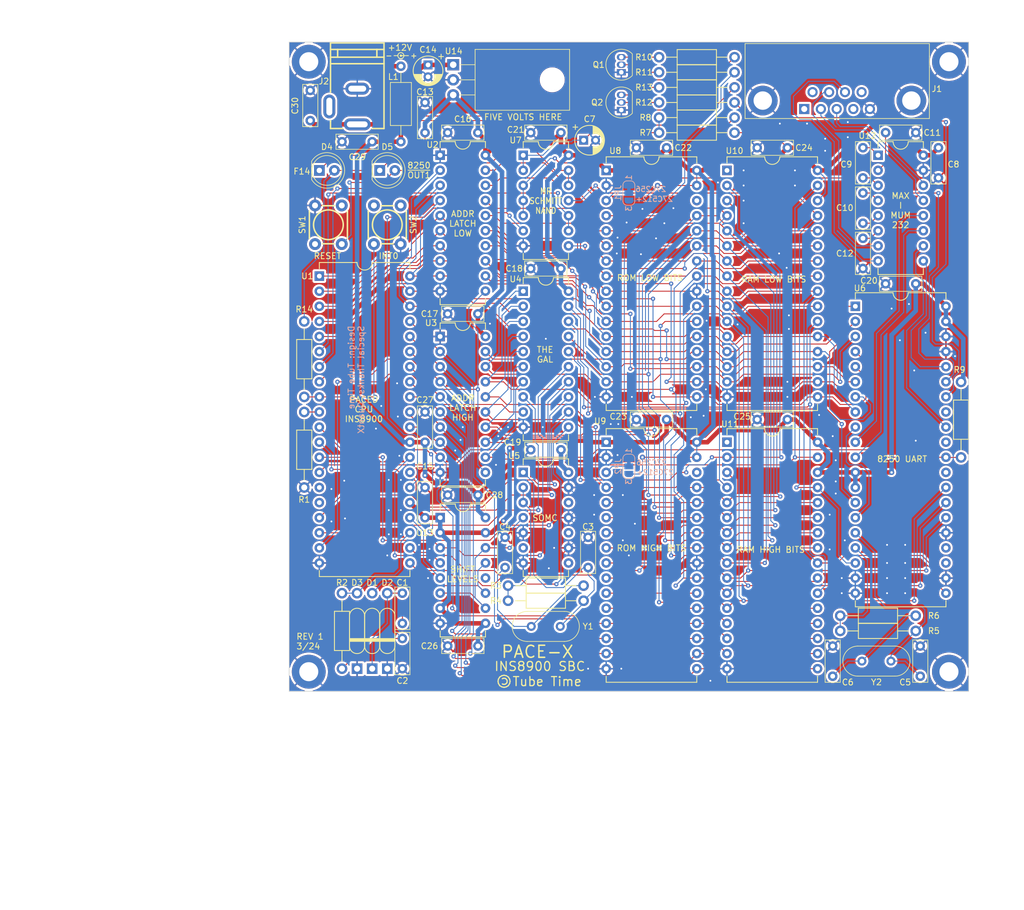
<source format=kicad_pcb>
(kicad_pcb (version 20221018) (generator pcbnew)
  (layers (0 "F.Cu" signal) (31 "B.Cu" signal) (34 "B.Paste" user) (35 "F.Paste" user) (36 "B.SilkS" user "B.Silkscreen") (37 "F.SilkS" user "F.Silkscreen") (38 "B.Mask" user) (39 "F.Mask" user) (44 "Edge.Cuts" user))
  (net 0 "")
  (net 1 "Net-(C1-Pad2)")
  (net 2 "Net-(D1-K)")
  (net 3 "Net-(D1-A)")
  (net 4 "GND")
  (net 5 "Net-(C3-Pad2)")
  (net 6 "Net-(C4-Pad1)")
  (net 7 "Net-(U6-XIN)")
  (net 8 "Net-(C6-Pad2)")
  (net 9 "Net-(C7-Pad1)")
  (net 10 "+5V")
  (net 11 "Net-(U12-C1+)")
  (net 12 "Net-(U12-C1-)")
  (net 13 "Net-(U12-C2+)")
  (net 14 "Net-(U12-C2-)")
  (net 15 "Net-(U12-VS+)")
  (net 16 "Net-(U12-VS-)")
  (net 17 "+12V")
  (net 18 "-8V")
  (net 19 "Net-(D4-K)")
  (net 20 "Net-(D5-K)")
  (net 22 "Net-(JP1-C)")
  (net 23 "Net-(JP2-C)")
  (net 24 "Net-(Q1-B)")
  (net 25 "Net-(Q1-C)")
  (net 26 "Net-(Q2-B)")
  (net 27 "Net-(Q2-C)")
  (net 28 "Net-(U1-CONTIN)")
  (net 29 "Net-(R3-Pad2)")
  (net 30 "Net-(U6-XOUT)")
  (net 31 "Net-(R8-Pad2)")
  (net 32 "/~{UART_IRQ}")
  (net 33 "/LED1")
  (net 34 "/LED2")
  (net 37 "/D4")
  (net 38 "/D3")
  (net 39 "/D2")
  (net 40 "/D1")
  (net 41 "/D0")
  (net 42 "/RD")
  (net 43 "/WR")
  (net 44 "/NADS")
  (net 45 "/~{INT0}")
  (net 48 "/JC14")
  (net 49 "/JC15")
  (net 52 "/~{PAL_IRQ}")
  (net 53 "/BPS")
  (net 54 "/F11")
  (net 55 "/CLK_12V")
  (net 56 "/~{RESET}")
  (net 57 "/BPS_12V")
  (net 58 "/D15")
  (net 59 "/D14")
  (net 60 "/D13")
  (net 61 "/D12")
  (net 62 "/D11")
  (net 63 "/D10")
  (net 64 "/D9")
  (net 65 "/D8")
  (net 66 "/D7")
  (net 67 "/D6")
  (net 68 "/D5")
  (net 69 "/A7")
  (net 70 "/A6")
  (net 71 "/A5")
  (net 72 "/A4")
  (net 73 "/A3")
  (net 74 "/A2")
  (net 75 "/A1")
  (net 76 "/A0")
  (net 77 "/A15")
  (net 78 "/A14")
  (net 79 "/A13")
  (net 80 "/A12")
  (net 81 "/A11")
  (net 82 "/A10")
  (net 83 "/A9")
  (net 84 "/A8")
  (net 85 "/F12")
  (net 86 "/F13")
  (net 87 "/A16")
  (net 88 "Net-(C30-Pad1)")
  (net 89 "/~{ROM_CE}")
  (net 90 "/~{RAM_CE}")
  (net 91 "/~{UART_CS}")
  (net 92 "/CLK")
  (net 97 "Net-(U6-RCLK)")
  (net 98 "Net-(U12-R1OUT)")
  (net 99 "Net-(U12-T1IN)")
  (net 100 "/~{WR}")
  (net 101 "/~{RD}")
  (net 105 "Net-(U12-T2IN)")
  (net 107 "/RESET")
  (net 108 "Net-(U12-R2OUT)")
  (net 111 "Net-(J1-Pin_3)")
  (net 112 "Net-(J1-Pin_2)")
  (net 113 "Net-(J1-Pin_8)")
  (net 114 "Net-(J1-Pin_7)")
  (footprint "Passive:RESA500" (layer "F.Cu") (at 203.2 58.42 180)
    (fp_text reference "R8")
    (fp_text value "100")
  )
  (footprint "Passive:CAPAC200" (layer "F.Cu") (at 184.912 129.032 -90)
    (fp_text reference "C3")
    (fp_text value "27pF")
  )
  (footprint "Passive:CAPAC200" (layer "F.Cu") (at 170.942 134.112 90)
    (fp_text reference "C4")
    (fp_text value "12pF")
  )
  (footprint "Passive:RESA500" (layer "F.Cu") (at 137.16 114.3 90)
    (fp_text reference "R1")
    (fp_text value "1K")
  )
  (footprint "Passive:CAPAC200" (layer "F.Cu") (at 180.35 114.3 180)
    (fp_text reference "C19")
    (fp_text value "0.1uF")
  )
  (footprint "Passive:RESA500" (layer "F.Cu") (at 247.655 109.24 -90)
    (fp_text reference "R9")
    (fp_text value "10K")
  )
  (footprint "Passive:CAPAC200" (layer "F.Cu") (at 198.12 109.22 180)
    (fp_text reference "C23")
    (fp_text value "0.1uF")
  )
  (footprint "Active:DIP254P762X635-16" (layer "F.Cu") (at 233.69 64.76)
    (fp_text reference "U12")
    (fp_text value "MAX232")
  )
  (footprint "Switch:ESWITCH_TL1105" (layer "F.Cu") (at 153.38 79.704 90)
    (fp_text reference "SW2")
    (fp_text value "INT")
  )
  (footprint "Passive:RESA500" (layer "F.Cu") (at 203.2 60.96 180)
    (fp_text reference "R7")
    (fp_text value "10K")
  )
  (footprint "MountingHole:MountingHole_3.2mm_M3_ISO7380_Pad" (layer "F.Cu") (at 245.618 151.638)
    (fp_text reference "H4" hide)
    (fp_text value "MountingHole_Pad")
  )
  (footprint "Passive:RESA500" (layer "F.Cu") (at 203.2 50.8 180)
    (fp_text reference "R11")
    (fp_text value "10K")
  )
  (footprint "Passive:CAPAC200" (layer "F.Cu") (at 166.38 121.91 180)
    (fp_text reference "C28")
    (fp_text value "0.1uF")
  )
  (footprint "Passive:CAPAC200" (layer "F.Cu") (at 240.035 86.38 180)
    (fp_text reference "C20")
    (fp_text value "0.1uF")
  )
  (footprint "Passive:CAPAC200" (layer "F.Cu") (at 166.38 147.31 180)
    (fp_text reference "C26")
    (fp_text value "0.1uF")
  )
  (footprint "Passive:CAPAC200" (layer "F.Cu") (at 157.48 113.03 90)
    (fp_text reference "C27")
    (fp_text value "0.1uF")
  )
  (footprint "Passive:CAPAC200" (layer "F.Cu") (at 218.44 109.22 180)
    (fp_text reference "C25")
    (fp_text value "0.1uF")
  )
  (footprint "Passive:CAPAC200" (layer "F.Cu") (at 218.44 63.5 180)
    (fp_text reference "C24")
    (fp_text value "0.1uF")
  )
  (footprint "Active:DIP254P1524X635-32" (layer "F.Cu") (at 208.275 113.03)
    (fp_text reference "U11")
    (fp_text value "RAMH")
  )
  (footprint "Passive:DIOA500" (layer "F.Cu") (at 146.05 144.78 90)
    (fp_text reference "D3")
    (fp_text value "1N4738A")
  )
  (footprint "Passive:CAPAC200" (layer "F.Cu") (at 153.67 151.13 90)
    (fp_text reference "C2")
    (fp_text value "0.1uF")
  )
  (footprint "Conn:DB9FC2" (layer "F.Cu") (at 232.322 56.981)
    (fp_text reference "J1")
    (fp_text value "RS232")
  )
  (footprint "Passive:CAPAC200" (layer "F.Cu") (at 231.15 78.73 -90)
    (fp_text reference "C12")
    (fp_text value "1uF")
  )
  (footprint "Passive:RESA500" (layer "F.Cu") (at 233.675 142.22 180)
    (fp_text reference "R6")
    (fp_text value "TBD")
  )
  (footprint "Passive:DIOA500" (layer "F.Cu") (at 151.13 144.78 90)
    (fp_text reference "D2")
    (fp_text value "1N4148")
  )
  (footprint "Passive:CAPAC200" (layer "F.Cu") (at 180.34 83.82 180)
    (fp_text reference "C18")
    (fp_text value "0.1uF")
  )
  (footprint "Passive:RESA500" (layer "F.Cu") (at 177.8 139.7)
    (fp_text reference "R4")
    (fp_text value "1M")
  )
  (footprint "Passive:CAPAE200P500X1100" (layer "F.Cu") (at 185.166 62.23)
    (fp_text reference "C7")
    (fp_text value "33uF")
  )
  (footprint "Passive:RESA500" (layer "F.Cu") (at 203.2 48.26)
    (fp_text reference "R10")
    (fp_text value "470")
  )
  (footprint "Crystal:Crystal_HC49-U_Vertical" (layer "F.Cu") (at 230.976 149.86)
    (fp_text reference "Y2")
    (fp_text value "1.8432MHz")
  )
  (footprint "MountingHole:MountingHole_3.2mm_M3_ISO7380_Pad" (layer "F.Cu") (at 137.922 49.022)
    (fp_text reference "H1" hide)
    (fp_text value "MountingHole_Pad")
  )
  (footprint "Passive:CAPAC200" (layer "F.Cu") (at 198.12 63.5 180)
    (fp_text reference "C22")
    (fp_text value "0.1uF")
  )
  (footprint "Passive:CAPAC200" (layer "F.Cu") (at 138.176 58.928 90)
    (fp_text reference "C30")
    (fp_text value "1.0uF")
  )
  (footprint "Passive:RESA500" (layer "F.Cu") (at 203.2 53.34)
    (fp_text reference "R13")
    (fp_text value "470")
  )
  (footprint "Passive:RESA500" (layer "F.Cu") (at 203.2 55.88 180)
    (fp_text reference "R12")
    (fp_text value "10K")
  )
  (footprint "Passive:CAPAC200" (layer "F.Cu") (at 234.96 60.95)
    (fp_text reference "C11")
    (fp_text value "1uF")
  )
  (footprint "Active:DIP254P762X635-14" (layer "F.Cu") (at 174 118.11)
    (fp_text reference "U5")
    (fp_text value "74C04")
  )
  (footprint "Active:DIP254P762X635-20" (layer "F.Cu") (at 160.02 95.25)
    (fp_text reference "U3")
    (fp_text value "74LS574")
  )
  (footprint "Passive:CAPAC200" (layer "F.Cu") (at 153.67 138.43 -90)
    (fp_text reference "C1")
    (fp_text value "0.1uF")
  )
  (footprint "Active:DIP254P1524X635-40" (layer "F.Cu") (at 229.87 90.17)
    (fp_text reference "U6")
    (fp_text value "8250")
  )
  (footprint "Passive:RESA500" (layer "F.Cu") (at 143.51 144.78 -90)
    (fp_text reference "R2")
    (fp_text value "2.2K")
  )
  (footprint "Passive:RESA500" (layer "F.Cu") (at 177.8 137.16)
    (fp_text reference "R3")
    (fp_text value "2.4K")
  )
  (footprint "Active:DIP254P1524X635-40" (layer "F.Cu") (at 139.7 85.09)
    (fp_text reference "U1")
    (fp_text value "INS8900")
  )
  (footprint "Passive:CAPAC200" (layer "F.Cu") (at 226.06 147.32 -90)
    (fp_text reference "C6")
    (fp_text value "10pF")
  )
  (footprint "Conn:CUI_PJ-002B" (layer "F.Cu") (at 146.0785 45.861 90)
    (fp_text reference "J2")
    (fp_text value "Barrel_Jack_Switch")
  )
  (footprint "Passive:CAPAC200" (layer "F.Cu") (at 157.48 60.96 90)
    (fp_text reference "C13")
    (fp_text value "0.1uF")
  )
  (footprint "Passive:CAPAC200" (layer "F.Cu") (at 166.37 91.44 180)
    (fp_text reference "C17")
    (fp_text value "0.1uF")
  )
  (footprint "Passive:DIOA500" (layer "F.Cu") (at 148.59 144.78 90)
    (fp_text reference "D1")
    (fp_text value "1N4148")
  )
  (footprint "Passive:CAPAC200" (layer "F.Cu") (at 180.34 60.96 180)
    (fp_text reference "C21")
    (fp_text value "0.1uF")
  )
  (footprint "LED_THT:LED_D5.0mm" (layer "F.Cu") (at 139.7 67.31)
    (fp_text reference "D4")
    (fp_text value "LED")
  )
  (footprint "Passive:RESA500" (layer "F.Cu") (at 137.16 99.06 -90)
    (fp_text reference "R14")
    (fp_text value "10K")
  )
  (footprint "Crystal:Crystal_HC49-U_Vertical" (layer "F.Cu") (at 175.35 144.018)
    (fp_text reference "Y1")
    (fp_text value "2MHz")
  )
  (footprint "Active:DIP254P762X635-14" (layer "F.Cu") (at 174 64.765)
    (fp_text reference "U7")
    (fp_text value "74LS132")
  )
  (footprint "Passive:CAPAC200" (layer "F.Cu") (at 148.59 62.484 180)
    (fp_text reference "C29")
    (fp_text value "1.0uF")
  )
  (footprint "Package_TO_SOT_THT:TO-220-3_Horizontal_TabDown" (layer "F.Cu") (at 162.22 49.53 -90)
    (fp_text reference "U14")
    (fp_text value "L7805")
  )
  (footprint "MountingHole:MountingHole_3.2mm_M3_ISO7380_Pad" (layer "F.Cu") (at 137.922 151.638)
    (fp_text reference "H2" hide)
    (fp_text value "MountingHole_Pad")
  )
  (footprint "Switch:ESWITCH_TL1105" (layer "F.Cu") (at 138.974 73.204 -90)
    (fp_text reference "SW1")
    (fp_text value "RESET")
  )
  (footprint "Inductor_THT:L_Axial_L7.0mm_D3.3mm_P12.70mm_Horizontal_Fastron_MICC" (layer "F.Cu") (at 153.416 49.784 -90)
    (fp_text reference "L1")
    (fp_text value "TBD")
  )
  (footprint "LED_THT:LED_D5.0mm" (layer "F.Cu") (at 149.86 67.31)
    (fp_text reference "D5")
    (fp_text value "LED")
  )
  (footprint "Package_TO_SOT_THT:TO-92_Inline" (layer "F.Cu") (at 190.5 57.15 90)
    (fp_text reference "Q2")
    (fp_text value "2N3904")
  )
  (footprint "Package_TO_SOT_THT:TO-92_Inline" (layer "F.Cu") (at 190.5 50.8 90)
    (fp_text reference "Q1")
    (fp_text value "2N3904")
  )
  (footprint "Active:DIP254P762X635-16" (layer "F.Cu") (at 160.03 125.72)
    (fp_text reference "U13")
    (fp_text value "CD40109")
  )
  (footprint "Active:DIP254P1524X635-32" (layer "F.Cu") (at 187.955 113.03)
    (fp_text reference "U9")
    (fp_text value "ROMH")
  )
  (footprint "Passive:CAPAC200" (layer "F.Cu") (at 243.85 63.49 -90)
    (fp_text reference "C8")
    (fp_text value "1uF")
  )
  (footprint "Passive:CAPAC200" (layer "F.Cu") (at 166.37 60.96 180)
    (fp_text reference "C16")
    (fp_text value "0.1uF")
  )
  (footprint "Active:DIP254P1524X635-32" (layer "F.Cu") (at 208.275 67.31)
    (fp_text reference "U10")
    (fp_text value "RAML")
  )
  (footprint "Passive:CAPAE200P500X1100" (layer "F.Cu") (at 157.988 50.562 -90)
    (fp_text reference "C14")
    (fp_text value "10uF")
  )
  (footprint "Passive:CAPAC200" (layer "F.Cu") (at 157.48 125.73 90)
    (fp_text reference "C15")
    (fp_text value "0.1uF")
  )
  (footprint "Active:DIP254P762X635-20" (layer "F.Cu") (at 174 87.63)
    (fp_text reference "U4")
    (fp_text value "GAL16V8")
  )
  (footprint "Passive:CAPAC200" (layer "F.Cu") (at 231.15 63.49 -90)
    (fp_text reference "C9")
    (fp_text value "1uF")
  )
  (footprint "Passive:CAPAC200" (layer "F.Cu") (at 240.792 147.32 -90)
    (fp_text reference "C5")
    (fp_text value "10pF")
  )
  (footprint "MountingHole:MountingHole_3.2mm_M3_ISO7380_Pad" (layer "F.Cu") (at 245.618 49.022)
    (fp_text reference "H3" hide)
    (fp_text value "MountingHole_Pad")
  )
  (footprint "Active:DIP254P1524X635-32" (layer "F.Cu") (at 187.955 67.31)
    (fp_text reference "U8")
    (fp_text value "ROML")
  )
  (footprint "Passive:CAPAC200" (layer "F.Cu") (at 231.15 71.11 -90)
    (fp_text reference "C10")
    (fp_text value "1uF")
  )
  (footprint "Passive:RESA500" (layer "F.Cu") (at 233.68 144.78)
    (fp_text reference "R5")
    (fp_text value "1M")
  )
  (footprint "Active:DIP254P762X635-20" (layer "F.Cu") (at 160.02 64.75)
    (fp_text reference "U2")
    (fp_text value "74LS574")
  )
  (footprint "Jumper:SolderJumper-3_P1.3mm_Bridged12_RoundedPad1.0x1.5mm_NumberLabels" (layer "B.Cu") (at 191.77 117.094 -90)
    (fp_text reference "JP2")
    (fp_text value "VPP")
  )
  (footprint "Jumper:SolderJumper-3_P1.3mm_Bridged12_RoundedPad1.0x1.5mm_NumberLabels" (layer "B.Cu") (at 191.77 71.12 -90)
    (fp_text reference "JP1")
    (fp_text value "VPP")
  )
  (gr_circle (center 153.416 48.006) (end 153.543 48.006) (stroke (width 0.15)) (fill none) (layer "F.SilkS"))
  (gr_circle (center 153.416 48.006) (end 153.924 48.006) (stroke (width 0.15)) (fill none) (layer "F.SilkS"))
  (gr_line (start 153.416 48.006) (end 154.686 48.006) (stroke (width 0.15)) (layer "F.SilkS"))
  (gr_line (start 152.908 48.006) (end 152.273 48.006) (stroke (width 0.15)) (layer "F.SilkS"))
  (gr_line (start 248.92 154.94) (end 248.92 45.72) (stroke (width 0.1)) (layer "Edge.Cuts"))
  (gr_line (start 248.92 45.72) (end 134.62 45.72) (stroke (width 0.1)) (layer "Edge.Cuts"))
  (gr_line (start 134.62 45.72) (end 134.62 154.94) (stroke (width 0.1)) (layer "Edge.Cuts"))
  (gr_line (start 134.62 154.94) (end 248.92 154.94) (stroke (width 0.1)) (layer "Edge.Cuts"))
  (gr_text "27C512+" (at 199.39 118.618) (layer "B.SilkS") (effects (font (size 0.889 0.889) (thickness 0.1524) bold) (justify left bottom mirror)))
  (gr_text "Design: Tube Time\nSpecial Thanks: QuantX" (at 147.32 93.345 90) (layer "B.SilkS") (effects (font (size 1.016 1.016) (thickness 0.1524)) (justify left bottom mirror)))
  (gr_text "27C256" (at 198.12 70.993) (layer "B.SilkS") (effects (font (size 0.889 0.889) (thickness 0.1524) bold) (justify left bottom mirror)))
  (gr_text "27C512+" (at 199.263 72.644) (layer "B.SilkS") (effects (font (size 0.889 0.889) (thickness 0.1524) bold) (justify left bottom mirror)))
  (gr_text "27C256" (at 198.247 116.967) (layer "B.SilkS") (effects (font (size 0.889 0.889) (thickness 0.1524) bold) (justify left bottom mirror)))
  (gr_text "RESET" (at 138.684 82.296) (layer "F.SilkS") (effects (font (size 1.016 1.016) (thickness 0.1524)) (justify left bottom)))
  (gr_text "PACE-X" (at 170.18 149.479) (layer "F.SilkS") (effects (font (size 2.032 2.032) (thickness 0.254)) (justify left bottom)))
  (gr_text "-" (at 150.749 48.514) (layer "F.SilkS") (effects (font (size 0.889 0.889) (thickness 0.1524) bold) (justify left bottom)))
  (gr_text "RAM LOW BITS" (at 216.154 86.233) (layer "F.SilkS") (effects (font (size 1.016 1.016) (thickness 0.1524)) (justify bottom)))
  (gr_text "INS8900 SBC" (at 169.037 151.638) (layer "F.SilkS") (effects (font (size 1.524 1.524) (thickness 0.2032)) (justify left bottom)))
  (gr_text "RAM HIGH BITS" (at 215.646 131.699) (layer "F.SilkS") (effects (font (size 1.016 1.016) (thickness 0.1524)) (justify bottom)))
  (gr_text "+" (at 154.94 48.514) (layer "F.SilkS") (effects (font (size 0.889 0.889) (thickness 0.1524) bold) (justify left bottom)))
  (gr_text "8250\n~{OUT1}" (at 154.432 68.707) (layer "F.SilkS") (effects (font (size 1.016 1.016) (thickness 0.1524)) (justify left bottom)))
  (gr_text "SHIFT\nLEVELS" (at 163.83 136.652) (layer "F.SilkS") (effects (font (size 1.016 1.016) (thickness 0.1524)) (justify bottom)))
  (gr_text "REV 1\n3/24" (at 135.763 147.955) (layer "F.SilkS") (effects (font (size 1.016 1.016) (thickness 0.1524)) (justify left bottom)))
  (gr_text "INT0" (at 149.606 82.296) (layer "F.SilkS") (effects (font (size 1.016 1.016) (thickness 0.1524)) (justify left bottom)))
  (gr_text "MR\nSCHMITT\nNAND" (at 177.8 74.676) (layer "F.SilkS") (effects (font (size 1.016 0.889) (thickness 0.1524)) (justify bottom)))
  (gr_text "8250 UART" (at 237.744 116.459) (layer "F.SilkS") (effects (font (size 1.016 1.016) (thickness 0.1524)) (justify bottom)))
  (gr_text "ADDR\nLATCH\nHIGH" (at 163.83 109.474) (layer "F.SilkS") (effects (font (size 1.016 1.016) (thickness 0.1524)) (justify bottom)))
  (gr_text "ADDR\nLATCH\nLOW" (at 163.83 78.486) (layer "F.SilkS") (effects (font (size 1.016 1.016) (thickness 0.1524)) (justify bottom)))
  (gr_text "ROM LOW BITS" (at 195.326 85.979) (layer "F.SilkS") (effects (font (size 1.016 1.016) (thickness 0.1524)) (justify bottom)))
  (gr_text "THE\nGAL" (at 177.673 99.695) (layer "F.SilkS") (effects (font (size 1.016 1.016) (thickness 0.1524)) (justify bottom)))
  (gr_text "+12V" (at 151.13 47.244) (layer "F.SilkS") (effects (font (size 1.016 1.016) (thickness 0.1524)) (justify left bottom)))
  (gr_text "F14" (at 135.255 68.072) (layer "F.SilkS") (effects (font (size 1.016 1.016) (thickness 0.1524)) (justify left bottom)))
  (gr_text "MAX\nI\nMUM\n232" (at 237.49 77.089) (layer "F.SilkS") (effects (font (size 1.016 1.016) (thickness 0.1524)) (justify bottom)))
  (gr_text "FIVE VOLTS HERE" (at 173.99 58.928) (layer "F.SilkS") (effects (font (size 1.016 1.016) (thickness 0.1524)) (justify bottom)))
  (gr_text "©" (at 172.212 154.178) (layer "F.SilkS") (effects (font (size 1.524 1.524) (thickness 0.2032)) (justify left bottom mirror)))
  (gr_text "SOMC" (at 177.673 126.365) (layer "F.SilkS") (effects (font (size 1.016 1.016) (thickness 0.1524)) (justify bottom)))
  (gr_text "PACED\nCPU\nINS8900" (at 147.193 109.728) (layer "F.SilkS") (effects (font (size 1.016 1.016) (thickness 0.1524)) (justify bottom)))
  (gr_text "ROM HIGH BITS" (at 195.58 131.445) (layer "F.SilkS") (effects (font (size 1.016 1.016) (thickness 0.1524)) (justify bottom)))
  (gr_text "Tube Time" (at 172.085 154.178) (layer "F.SilkS") (effects (font (size 1.524 1.524) (thickness 0.2032)) (justify left bottom)))
  (segment (start 166.39 137.16) (end 158.496 137.16) (width 0.1524) (layer "F.Cu") (net 1))
  (segment (start 167.65 138.42) (end 166.39 137.16) (width 0.1524) (layer "F.Cu") (net 1))
  (segment (start 153.67 141.986) (end 153.67 143.51) (width 0.1524) (layer "F.Cu") (net 1))
  (segment (start 158.496 137.16) (end 153.67 141.986) (width 0.1524) (layer "F.Cu") (net 1))
  (segment (start 166.37 137.14) (end 167.65 138.42) (width 0.1524) (layer "B.Cu") (net 1))
  (segment (start 167.65 133.34) (end 166.37 134.62) (width 0.1524) (layer "B.Cu") (net 1))
  (segment (start 166.37 134.62) (end 166.37 137.14) (width 0.1524) (layer "B.Cu") (net 1))
  (segment (start 153.67 138.43) (end 151.13 138.43) (width 0.1524) (layer "F.Cu") (net 2))
  (segment (start 148.59 146.05) (end 148.59 151.13) (width 0.1524) (layer "B.Cu") (net 2))
  (segment (start 151.13 143.51) (end 148.59 146.05) (width 0.1524) (layer "B.Cu") (net 2))
  (segment (start 151.13 138.43) (end 151.13 143.51) (width 0.1524) (layer "B.Cu") (net 2))
  (segment (start 143.51 151.13) (end 148.59 146.05) (width 0.1524) (layer "F.Cu") (net 3))
  (segment (start 148.59 146.05) (end 153.67 146.05) (width 0.1524) (layer "F.Cu") (net 3))
  (segment (start 148.59 138.43) (end 150.368 136.652) (width 0.1524) (layer "B.Cu") (net 3))
  (segment (start 152.4 144.78) (end 153.67 146.05) (width 0.1524) (layer "B.Cu") (net 3))
  (segment (start 150.368 136.652) (end 151.638 136.652) (width 0.1524) (layer "B.Cu") (net 3))
  (segment (start 152.4 137.414) (end 152.4 144.78) (width 0.1524) (layer "B.Cu") (net 3))
  (segment (start 151.638 136.652) (end 152.4 137.414) (width 0.1524) (layer "B.Cu") (net 3))
  (segment (start 181.62 130.81) (end 179.08 133.35) (width 0.1524) (layer "F.Cu") (net 4))
  (segment (start 179.08 133.35) (end 174 133.35) (width 0.1524) (layer "F.Cu") (net 4))
  (via (at 218.44 102.87) (size 0.7112) (drill 0.3048) (layers "F.Cu" "B.Cu") (net 4))
  (via (at 197.739 76.2) (size 0.7112) (drill 0.3048) (layers "F.Cu" "B.Cu") (net 4))
  (via (at 219.71 67.31) (size 0.7112) (drill 0.3048) (layers "F.Cu" "B.Cu") (net 4))
  (via (at 151.384 128.524) (size 0.7112) (drill 0.3048) (layers "F.Cu" "B.Cu") (net 4))
  (via (at 239.776 100.965) (size 0.7112) (drill 0.3048) (layers "F.Cu" "B.Cu") (net 4))
  (via (at 235.966 90.551) (size 0.7112) (drill 0.3048) (layers "F.Cu" "B.Cu") (net 4))
  (via (at 186.055 105.41) (size 0.7112) (drill 0.3048) (layers "F.Cu" "B.Cu") (net 4))
  (via (at 238.252 135.89) (size 0.7112) (drill 0.3048) (layers "F.Cu" "B.Cu") (net 4))
  (via (at 158.242 132.842) (size 0.7112) (drill 0.3048) (layers "F.Cu" "B.Cu") (net 4))
  (via (at 228.092 129.54) (size 0.7112) (drill 0.3048) (layers "F.Cu" "B.Cu") (net 4))
  (via (at 238.252 130.302) (size 0.7112) (drill 0.3048) (layers "F.Cu" "B.Cu") (net 4))
  (via (at 157.988 135.89) (size 0.7112) (drill 0.3048) (layers "F.Cu" "B.Cu") (net 4))
  (via (at 221.742 59.436) (size 0.7112) (drill 0.3048) (layers "F.Cu" "B.Cu") (net 4))
  (via (at 162.56 114.427) (size 0.7112) (drill 0.3048) (layers "F.Cu" "B.Cu") (net 4))
  (via (at 153.162 115.316) (size 0.7112) (drill 0.3048) (layers "F.Cu" "B.Cu") (net 4))
  (via (at 171.45 110.49) (size 0.7112) (drill 0.3048) (layers "F.Cu" "B.Cu") (net 4))
  (via (at 211.074 76.2) (size 0.7112) (drill 0.3048) (layers "F.Cu" "B.Cu") (net 4))
  (via (at 204.851 92.583) (size 0.7112) (drill 0.3048) (layers "F.Cu" "B.Cu") (net 4))
  (via (at 226.568 116.078) (size 0.7112) (drill 0.3048) (layers "F.Cu" "B.Cu") (net 4))
  (via (at 238.887 89.789) (size 0.7112) (drill 0.3048) (layers "F.Cu" "B.Cu") (net 4))
  (via (at 190.754 129.54) (size 0.7112) (drill 0.3048) (layers "F.Cu" "B.Cu") (net 4))
  (via (at 235.204 133.35) (size 0.7112) (drill 0.3048) (layers "F.Cu" "B.Cu") (net 4))
  (via (at 246.634 98.552) (size 0.7112) (drill 0.3048) (layers "F.Cu" "B.Cu") (net 4))
  (via (at 178.308 134.239) (size 0.7112) (drill 0.3048) (layers "F.Cu" "B.Cu") (net 4))
  (via (at 204.343 108.585) (size 0.7112) (drill 0.3048) (layers "F.Cu" "B.Cu") (net 4))
  (via (at 177.292 110.49) (size 0.7112) (drill 0.3048) (layers "F.Cu" "B.Cu") (net 4))
  (via (at 158.234738 130.9878) (size 0.7112) (drill 0.3048) (layers "F.Cu" "B.Cu") (net 4))
  (via (at 241.681 94.615) (size 0.7112) (drill 0.3048) (layers "F.Cu" "B.Cu") (net 4))
  (via (at 169.799 112.014) (size 0.7112) (drill 0.3048) (layers "F.Cu" "B.Cu") (net 4))
  (via (at 227.584 138.43) (size 0.7112) (drill 0.3048) (layers "F.Cu" "B.Cu") (net 4))
  (via (at 143.891 119.507) (size 0.7112) (drill 0.3048) (layers "F.Cu" "B.Cu") (net 4))
  (via (at 188.722 109.982) (size 0.7112) (drill 0.3048) (layers "F.Cu" "B.Cu") (net 4))
  (via (at 185.928 121.92) (size 0.7112) (drill 0.3048) (layers "F.Cu" "B.Cu") (net 4))
  (via (at 217.17 59.436) (size 0.7112) (drill 0.3048) (layers "F.Cu" "B.Cu") (net 4))
  (via (at 141.732 126.365) (size 0.7112) (drill 0.3048) (layers "F.Cu" "B.Cu") (net 4))
  (via (at 226.568 121.666) (size 0.7112) (drill 0.3048) (layers "F.Cu" "B.Cu") (net 4))
  (via (at 224.79 64.008) (size 0.7112) (drill 0.3048) (layers "F.Cu" "B.Cu") (net 4))
  (via (at 163.83 110.49) (size 0.7112) (drill 0.3048) (layers "F.Cu" "B.Cu") (net 4))
  (via (at 153.416 119.38) (size 0.7112) (drill 0.3048) (layers "F.Cu" "B.Cu") (net 4))
  (via (at 217.043 81.28) (size 0.7112) (drill 0.3048) (layers "F.Cu" "B.Cu") (net 4))
  (via (at 192.278 105.41) (size 0.7112) (drill 0.3048) (layers "F.Cu" "B.Cu") (net 4))
  (via (at 185.928 125.222) (size 0.7112) (drill 0.3048) (layers "F.Cu" "B.Cu") (net 4))
  (via (at 169.418 116.84) (size 0.7112) (drill 0.3048) (layers "F.Cu" "B.Cu") (net 4))
  (via (at 150.114 106.934) (size 0.7112) (drill 0.3048) (layers "F.Cu" "B.Cu") (net 4))
  (via (at 235.204 138.43) (size 0.7112) (drill 0.3048) (layers "F.Cu" "B.Cu") (net 4))
  (via (at 153.416 124.46) (size 0.7112) (drill 0.3048) (layers "F.Cu" "B.Cu") (net 4))
  (via (at 218.44 105.41) (size 0.7112) (drill 0.3048) (layers "F.Cu" "B.Cu") (net 4))
  (via (at 189.865 115.189) (size 0.7112) (drill 0.3048) (layers "F.Cu" "B.Cu") (net 4))
  (via (at 237.363 95.885) (size 0.7112) (drill 0.3048) (layers "F.Cu" "B.Cu") (net 4))
  (via (at 151.13 132.08) (size 0.7112) (drill 0.3048) (layers "F.Cu" "B.Cu") (net 4))
  (via (at 219.71 69.85) (size 0.7112) (drill 0.3048) (layers "F.Cu" "B.Cu") (net 4))
  (via (at 151.384 119.38) (size 0.7112) (drill 0.3048) (layers "F.Cu" "B.Cu") (net 4))
  (via (at 189.865 78.613) (size 0.7112) (drill 0.3048) (layers "F.Cu" "B.Cu") (net 4))
  (via (at 196.342 78.74) (size 0.7112) (drill 0.3048) (layers "F.Cu" "B.Cu") (net 4))
  (via (at 156.464 130.302) (size 0.7112) (drill 0.3048) (layers "F.Cu" "B.Cu") (net 4))
  (via (at 151.384 124.46) (size 0.7112) (drill 0.3048) (layers "F.Cu" "B.Cu") (net 4))
  (via (at 211.074 69.85) (size 0.7112) (drill 0.3048) (layers "F.Cu" "B.Cu") (net 4))
  (via (at 205.486 153.162) (size 0.7112) (drill 0.3048) (layers "F.Cu" "B.Cu") (net 4))
  (via (at 211.074 67.31) (size 0.7112) (drill 0.3048) (layers "F.Cu" "B.Cu") (net 4))
  (via (at 240.03 112.776) (size 0.7112) (drill 0.3048) (layers "F.Cu" "B.Cu") (net 4))
  (via (at 144.018 125.857) (size 0.7112) (drill 0.3048) (layers "F.Cu" "B.Cu") (net 4))
  (via (at 225.552 131.064) (size 0.7112) (drill 0.3048) (layers "F.Cu" "B.Cu") (net 4))
  (via (at 225.552 125.222) (size 0.7112) (drill 0.3048) (layers "F.Cu" "B.Cu") (net 4))
  (via (at 168.402 93.091) (size 0.7112) (drill 0.3048) (layers "F.Cu" "B.Cu") (net 4))
  (via (at 224.79 61.976) (size 0.7112) (drill 0.3048) (layers "F.Cu" "B.Cu") (net 4))
  (via (at 206.756 69.342) (size 0.7112) (drill 0.3048) (layers "F.Cu" "B.Cu") (net 4))
  (via (at 211.074 72.39) (size 0.7112) (drill 0.3048) (layers "F.Cu" "B.Cu") (net 4))
  (via (at 235.204 135.89) (size 0.7112) (drill 0.3048) (layers "F.Cu" "B.Cu") (net 4))
  (via (at 204.724 104.14) (size 0.7112) (drill 0.3048) (layers "F.Cu" "B.Cu") (net 4))
  (via (at 141.732 120.904) (size 0.7112) (drill 0.3048) (layers "F.Cu" "B.Cu") (net 4))
  (via (at 226.06 112.014) (size 0.7112) (drill 0.3048) (layers "F.Cu" "B.Cu") (net 4))
  (via (at 153.416 128.524) (size 0.7112) (drill 0.3048) (layers "F.Cu" "B.Cu") (net 4))
  (via (at 191.389 76.073) (size 0.7112) (drill 0.3048) (layers "F.Cu" "B.Cu") (net 4))
  (via (at 238.252 138.43) (size 0.7112) (drill 0.3048) (layers "F.Cu" "B.Cu") (net 4))
  (via (at 194.056 73.787) (size 0.7112) (drill 0.3048) (layers "F.Cu" "B.Cu") (net 4))
  (via (at 190.5 151.13) (size 0.7112) (drill 0.3048) (layers "F.Cu" "B.Cu") (net 4))
  (via (at 218.694 93.98) (size 0.7112) (drill 0.3048) (layers "F.Cu" "B.Cu") (net 4))
  (via (at 235.204 130.302) (size 0.7112) (drill 0.3048) (layers "F.Cu" "B.Cu") (net 4))
  (via (at 192.786 126.746) (size 0.7112) (drill 0.3048) (layers "F.Cu" "B.Cu") (net 4))
  (via (at 226.568 119.634) (size 0.7112) (drill 0.3048) (layers "F.Cu" "B.Cu") (net 4))
  (via (at 238.252 133.35) (size 0.7112) (drill 0.3048) (layers "F.Cu" "B.Cu") (net 4))
  (via (at 193.802 81.407) (size 0.7112) (drill 0.3048) (layers "F.Cu" "B.Cu") (net 4))
  (via (at 228.6 61.722) (size 0.7112) (drill 0.3048) (layers "F.Cu" "B.Cu") (net 4))
  (via (at 179.197 130.81) (size 0.7112) (drill 0.3048) (layers "F.Cu" "B.Cu") (net 4))
  (via (at 190.754 121.92) (size 0.7112) (drill 0.3048) (layers "F.Cu" "B.Cu") (net 4))
  (via (at 152.908 108.712) (size 0.7112) (drill 0.3048) (layers "F.Cu" "B.Cu") (net 4))
  (via (at 202.184 108.839) (size 0.7112) (drill 0.3048) (layers "F.Cu" "B.Cu") (net 4))
  (via (at 218.313 83.693) (size 0.7112) (drill 0.3048) (layers "F.Cu" "B.Cu") (net 4))
  (via (at 184.912 151.13) (size 0.7112) (drill 0.3048) (layers "F.Cu" "B.Cu") (net 4))
  (via (at 210.058 93.218) (size 0.7112) (drill 0.3048) (layers "F.Cu" "B.Cu") (net 4))
  (via (at 223.774 108.458) (size 0.7112) (drill 0.3048) (layers "F.Cu" "B.Cu") (net 4))
  (via (at 199.263 73.66) (size 0.7112) (drill 0.3048) (layers "F.Cu" "B.Cu") (net 4))
  (via (at 149.225 110.744) (size 0.7112) (drill 0.3048) (layers "F.Cu" "B.Cu") (net 4))
  (via (at 152.781 103.124) (size 0.7112) (drill 0.3048) (layers "F.Cu" "B.Cu") (net 4))
  (via (at 177.8 95.631) (size 0.7112) (drill 0.3048) (layers "F.Cu" "B.Cu") (net 4))
  (via (at 228.6 59.182) (size 0.7112) (drill 0.3048) (layers "F.Cu" "B.Cu") (net 4))
  (via (at 189.992 109.982) (size 0.7112) (drill 0.3048) (layers "F.Cu" "B.Cu") (net 4))
  (via (at 227.584 135.89) (size 0.7112) (drill 0.3048) (layers "F.Cu" "B.Cu") (net 4))
  (via (at 189.738 81.28) (size 0.7112) (drill 0.3048) (layers "F.Cu" "B.Cu") (net 4))
  (via (at 191.77 132.08) (size 0.7112) (drill 0.3048) (layers "F.Cu" "B.Cu") (net 4))
  (via (at 218.694 91.694) (size 0.7112) (drill 0.3048) (layers "F.Cu" "B.Cu") (net 4))
  (via (at 163.449 112.649) (size 0.7112) (drill 0.3048) (layers "F.Cu" "B.Cu") (net 4))
  (segment (start 172.72 129.55) (end 172.72 132.07) (width 0.1524) (layer "B.Cu") (net 4))
  (segment (start 181.62 120.65) (end 183.134 122.164) (width 0.1524) (layer "B.Cu") (net 4))
  (segment (start 191.77 69.82) (end 187.985 69.82) (width 0.1524) (layer "B.Cu") (net 4))
  (segment (start 183.134 122.164) (end 183.134 124.216) (width 0.1524) (layer "B.Cu") (net 4))
  (segment (start 174 128.27) (end 172.72 129.55) (width 0.1524) (layer "B.Cu") (net 4))
  (segment (start 183.134 129.296) (end 181.62 130.81) (width 0.1524) (layer "B.Cu") (net 4))
  (segment (start 172.72 132.07) (end 174 133.35) (width 0.1524) (layer "B.Cu") (net 4))
  (segment (start 191.77 115.794) (end 188.179 115.794) (width 0.1524) (layer "B.Cu") (net 4))
  (segment (start 183.134 127.244) (end 183.134 129.296) (width 0.1524) (layer "B.Cu") (net 4))
  (segment (start 181.62 125.73) (end 183.134 127.244) (width 0.1524) (layer "B.Cu") (net 4))
  (segment (start 188.179 115.794) (end 187.955 115.57) (width 0.1524) (layer "B.Cu") (net 4))
  (segment (start 183.134 124.216) (end 181.62 125.73) (width 0.1524) (layer "B.Cu") (net 4))
  (segment (start 187.985 69.82) (end 187.955 69.85) (width 0.1524) (layer "B.Cu") (net 4))
  (segment (start 174 118.11) (end 175.768 119.878) (width 0.1524) (layer "B.Cu") (net 5))
  (segment (start 184.912 135.382) (end 184.912 134.112) (width 0.1524) (layer "B.Cu") (net 5))
  (segment (start 184.15 139.7) (end 185.928 137.922) (width 0.1524) (layer "B.Cu") (net 5))
  (segment (start 185.928 137.922) (end 185.928 136.398) (width 0.1524) (layer "B.Cu") (net 5))
  (segment (start 184.15 134.112) (end 184.912 134.112) (width 0.1524) (layer "B.Cu") (net 5))
  (segment (start 184.15 140.098) (end 184.15 139.7) (width 0.1524) (layer "B.Cu") (net 5))
  (segment (start 180.23 144.018) (end 184.15 140.098) (width 0.1524) (layer "B.Cu") (net 5))
  (segment (start 185.928 136.398) (end 184.912 135.382) (width 0.1524) (layer "B.Cu") (net 5))
  (segment (start 177.8762 137.4902) (end 180.7718 137.4902) (width 0.1524) (layer "B.Cu") (net 5))
  (segment (start 180.7718 137.4902) (end 184.15 134.112) (width 0.1524) (layer "B.Cu") (net 5))
  (segment (start 175.768 119.878) (end 175.768 135.382) (width 0.1524) (layer "B.Cu") (net 5))
  (segment (start 175.768 135.382) (end 177.8762 137.4902) (width 0.1524) (layer "B.Cu") (net 5))
  (segment (start 172.466 144.018) (end 175.35 144.018) (width 0.1524) (layer "B.Cu") (net 6))
  (segment (start 169.672 141.224) (end 172.466 144.018) (width 0.1524) (layer "B.Cu") (net 6))
  (segment (start 182.208 137.16) (end 175.35 144.018) (width 0.1524) (layer "B.Cu") (net 6))
  (segment (start 184.15 137.16) (end 182.208 137.16) (width 0.1524) (layer "B.Cu") (net 6))
  (segment (start 170.942 134.112) (end 169.672 135.382) (width 0.1524) (layer "B.Cu") (net 6))
  (segment (start 169.672 135.382) (end 169.672 141.224) (width 0.1524) (layer "B.Cu") (net 6))
  (segment (start 234.95 140.716) (end 241.046 140.716) (width 0.1524) (layer "B.Cu") (net 7))
  (segment (start 238.252 149.86) (end 240.792 152.4) (width 0.1524) (layer "B.Cu") (net 7))
  (segment (start 240.03 144.78) (end 235.856 148.954) (width 0.1524) (layer "B.Cu") (net 7))
  (segment (start 229.87 128.27) (end 233.172 131.572) (width 0.1524) (layer "B.Cu") (net 7))
  (segment (start 233.172 138.938) (end 234.95 140.716) (width 0.1524) (layer "B.Cu") (net 7))
  (segment (start 241.554 143.256) (end 240.03 144.78) (width 0.1524) (layer "B.Cu") (net 7))
  (segment (start 235.856 148.954) (end 235.856 149.86) (width 0.1524) (layer "B.Cu") (net 7))
  (segment (start 241.554 141.224) (end 241.554 143.256) (width 0.1524) (layer "B.Cu") (net 7))
  (segment (start 233.172 131.572) (end 233.172 138.938) (width 0.1524) (layer "B.Cu") (net 7))
  (segment (start 235.856 149.86) (end 238.252 149.86) (width 0.1524) (layer "B.Cu") (net 7))
  (segment (start 241.046 140.716) (end 241.554 141.224) (width 0.1524) (layer "B.Cu") (net 7))
  (segment (start 238.616 142.22) (end 230.976 149.86) (width 0.1524) (layer "B.Cu") (net 8))
  (segment (start 230.976 149.86) (end 228.6 149.86) (width 0.1524) (layer "B.Cu") (net 8))
  (segment (start 240.025 142.22) (end 238.616 142.22) (width 0.1524) (layer "B.Cu") (net 8))
  (segment (start 228.6 149.86) (end 226.06 152.4) (width 0.1524) (layer "B.Cu") (net 8))
  (segment (start 185.436 60.96) (end 184.166 62.23) (width 0.1524) (layer "F.Cu") (net 9))
  (segment (start 196.85 60.96) (end 185.436 60.96) (width 0.1524) (layer "F.Cu") (net 9))
  (segment (start 179.578 62.484) (end 177.297 64.765) (width 0.1524) (layer "B.Cu") (net 9))
  (segment (start 182.118 62.484) (end 182.372 62.23) (width 0.1524) (layer "B.Cu") (net 9))
  (segment (start 196.85 58.42) (end 196.85 60.96) (width 0.1524) (layer "B.Cu") (net 9))
  (segment (start 177.297 64.765) (end 174 64.765) (width 0.1524) (layer "B.Cu") (net 9))
  (segment (start 182.372 62.23) (end 184.166 62.23) (width 0.1524) (layer "B.Cu") (net 9))
  (segment (start 182.118 62.484) (end 179.578 62.484) (width 0.1524) (layer "B.Cu") (net 9))
  (segment (start 174 67.305) (end 174 64.765) (width 0.1524) (layer "B.Cu") (net 9))
  (segment (start 194.31 67.31) (end 198.12 63.5) (width 0.762) (layer "F.Cu") (net 10))
  (segment (start 218.44 109.22) (end 219.705 109.22) (width 0.762) (layer "F.Cu") (net 10))
  (segment (start 198.12 111.506) (end 196.596 113.03) (width 0.762) (layer "F.Cu") (net 10))
  (segment (start 196.596 113.03) (end 187.955 113.03) (width 0.762) (layer "F.Cu") (net 10))
  (segment (start 174.498 112.776) (end 173.228 114.046) (width 0.762) (layer "F.Cu") (net 10))
  (segment (start 178.562 62.738) (end 169.652 62.738) (width 0.762) (layer "F.Cu") (net 10))
  (segment (start 169.652 62.738) (end 167.64 64.75) (width 0.762) (layer "F.Cu") (net 10))
  (segment (start 154.432 67.31) (end 152.4 67.31) (width 0.1524) (layer "F.Cu") (net 10))
  (segment (start 150.876 68.834) (end 148.844 68.834) (width 0.1524) (layer "F.Cu") (net 10))
  (segment (start 230.124 61.976) (end 230.632 61.976) (width 0.762) (layer "F.Cu") (net 10))
  (segment (start 194.056 115.57) (end 203.195 115.57) (width 0.1524) (layer "F.Cu") (net 10))
  (segment (start 201.93 113.03) (end 198.12 109.22) (width 0.762) (layer "F.Cu") (net 10))
  (segment (start 201.93 67.31) (end 203.195 67.31) (width 0.762) (layer "F.Cu") (net 10))
  (segment (start 162.58 143.51) (end 163.322 143.51) (width 0.762) (layer "F.Cu") (net 10))
  (segment (start 229.87 118.11) (end 235.966 118.11) (width 0.762) (layer "F.Cu") (net 10))
  (segment (start 180.34 60.96) (end 180.34 63.485) (width 0.762) (layer "F.Cu") (net 10))
  (segment (start 154.94 123.19) (end 157.48 125.73) (width 0.762) (layer "F.Cu") (net 10))
  (segment (start 181.62 64.765) (end 185.41 64.765) (width 0.762) (layer "F.Cu") (net 10))
  (segment (start 230.632 61.976) (end 233.426 59.182) (width 0.762) (layer "F.Cu") (net 10))
  (segment (start 207.01 110.998) (end 216.662 110.998) (width 0.762) (layer "F.Cu") (net 10))
  (segment (start 241.31 64.76) (end 242.58 64.76) (width 0.762) (layer "F.Cu") (net 10))
  (segment (start 216.662 110.998) (end 218.44 109.22) (width 0.762) (layer "F.Cu") (net 10))
  (segment (start 187.955 67.31) (end 194.31 67.31) (width 0.762) (layer "F.Cu") (net 10))
  (segment (start 152.4 67.31) (end 150.876 68.834) (width 0.1524) (layer "F.Cu") (net 10))
  (segment (start 167.65 128.26) (end 168.666 128.26) (width 0.762) (layer "F.Cu") (net 10))
  (segment (start 233.426 59.182) (end 235.732 59.182) (width 0.762) (layer "F.Cu") (net 10))
  (segment (start 148.844 68.834) (end 147.32 67.31) (width 0.1524) (layer "F.Cu") (net 10))
  (segment (start 204.216 67.31) (end 206.248 65.278) (width 0.762) (layer "F.Cu") (net 10))
  (segment (start 157.48 60.96) (end 157.48 64.262) (width 0.1524) (layer "F.Cu") (net 10))
  (segment (start 184.912 112.776) (end 174.498 112.776) (width 0.762) (layer "F.Cu") (net 10))
  (segment (start 160.03 128.26) (end 167.65 128.26) (width 0.762) (layer "F.Cu") (net 10))
  (segment (start 203.195 69.85) (end 196.596 69.85) (width 0.1524) (layer "F.Cu") (net 10))
  (segment (start 215.9 60.96) (end 209.55 60.96) (width 0.1524) (layer "F.Cu") (net 10))
  (segment (start 166.37 91.44) (end 166.37 93.98) (width 0.762) (layer "F.Cu") (net 10))
  (segment (start 185.41 64.765) (end 187.955 67.31) (width 0.762) (layer "F.Cu") (net 10))
  (segment (start 160.03 140.96) (end 162.58 143.51) (width 0.762) (layer "F.Cu") (net 10))
  (segment (start 242.58 64.76) (end 243.85 63.49) (width 0.762) (layer "F.Cu") (net 10))
  (segment (start 147.32 67.31) (end 142.24 67.31) (width 0.1524) (layer "F.Cu") (net 10))
  (segment (start 166.37 93.98) (end 167.64 95.25) (width 0.762) (layer "F.Cu") (net 10))
  (segment (start 218.44 63.5) (end 219.705 63.5) (width 0.762) (layer "F.Cu") (net 10))
  (segment (start 168.666 128.26) (end 170.688 126.238) (width 0.762) (layer "F.Cu") (net 10))
  (segment (start 241.32 86.38) (end 245.11 90.17) (width 0.762) (layer "F.Cu") (net 10))
  (segment (start 198.12 109.22) (end 198.12 111.506) (width 0.762) (layer "F.Cu") (net 10))
  (segment (start 198.12 63.5) (end 201.93 67.31) (width 0.762) (layer "F.Cu") (net 10))
  (segment (start 160.02 125.73) (end 160.03 125.72) (width 0.762) (layer "F.Cu") (net 10))
  (segment (start 180.34 60.96) (end 178.562 62.738) (width 0.762) (layer "F.Cu") (net 10))
  (segment (start 157.48 64.262) (end 154.432 67.31) (width 0.1524) (layer "F.Cu") (net 10))
  (segment (start 223.515 118.11) (end 229.87 118.11) (width 0.762) (layer "F.Cu") (net 10))
  (segment (start 167.64 64.75) (end 167.64 62.23) (width 0.762) (layer "F.Cu") (net 10))
  (segment (start 223.515 67.31) (end 224.79 67.31) (width 0.762) (layer "F.Cu") (net 10))
  (segment (start 204.978 113.03) (end 207.01 110.998) (width 0.762) (layer "F.Cu") (net 10))
  (segment (start 167.64 62.23) (end 166.37 60.96) (width 0.762) (layer "F.Cu") (net 10))
  (segment (start 203.195 113.03) (end 201.93 113.03) (width 0.762) (layer "F.Cu") (net 10))
  (segment (start 187.955 113.03) (end 185.166 113.03) (width 0.762) (layer "F.Cu") (net 10))
  (segment (start 206.248 65.278) (end 216.662 65.278) (width 0.762) (layer "F.Cu") (net 10))
  (segment (start 218.44 63.5) (end 215.9 60.96) (width 0.1524) (layer "F.Cu") (net 10))
  (segment (start 203.195 67.31) (end 204.216 67.31) (width 0.762) (layer "F.Cu") (net 10))
  (segment (start 219.705 63.5) (end 223.515 67.31) (width 0.762) (layer "F.Cu") (net 10))
  (segment (start 173.228 114.046) (end 171.704 114.046) (width 0.762) (layer "F.Cu") (net 10))
  (segment (start 185.166 113.03) (end 184.912 112.776) (width 0.762) (layer "F.Cu") (net 10))
  (segment (start 157.48 125.73) (end 160.02 125.73) (width 0.762) (layer "F.Cu") (net 10))
  (segment (start 224.79 67.31) (end 230.124 61.976) (width 0.762) (layer "F.Cu") (net 10))
  (segment (start 219.705 109.22) (end 223.515 113.03) (width 0.762) (layer "F.Cu") (net 10))
  (segment (start 235.732 59.182) (end 241.31 64.76) (width 0.762) (layer "F.Cu") (net 10))
  (segment (start 240.035 86.38) (end 241.32 86.38) (width 0.762) (layer "F.Cu") (net 10))
  (segment (start 180.34 63.485) (end 181.62 64.765) (width 0.762) (layer "F.Cu") (net 10))
  (segment (start 163.322 143.51) (end 163.332 143.5) (width 0.762) (layer "F.Cu") (net 10))
  (segment (start 203.195 113.03) (end 204.978 113.03) (width 0.762) (layer "F.Cu") (net 10))
  (segment (start 216.662 65.278) (end 218.44 63.5) (width 0.762) (layer "F.Cu") (net 10))
  (segment (start 163.332 143.5) (end 167.65 143.5) (width 0.762) (layer "F.Cu") (net 10))
  (via (at 194.056 115.57) (size 0.889) (drill 0.4064) (layers "F.Cu" "B.Cu") (net 10))
  (via (at 171.704 114.046) (size 0.889) (drill 0.4064) (layers "F.Cu" "B.Cu") (net 10))
  (via (at 196.596 69.85) (size 0.889) (drill 0.4064) (layers "F.Cu" "B.Cu") (net 10))
  (via (at 235.966 118.11) (size 0.889) (drill 0.4064) (layers "F.Cu" "B.Cu") (net 10))
  (via (at 170.688 126.238) (size 0.889) (drill 0.4064) (layers "F.Cu" "B.Cu") (net 10))
  (segment (start 161.544 129.774) (end 160.03 128.26) (width 0.762) (layer "B.Cu") (net 10))
  (segment (start 162.22 54.61) (end 157.48 59.35) (width 0.762) (layer "B.Cu") (net 10))
  (segment (start 193.802 118.11) (end 194.056 117.856) (width 0.1524) (layer "B.Cu") (net 10))
  (segment (start 170.434 73.152) (end 170.434 82.042) (width 0.762) (layer "B.Cu") (net 10))
  (segment (start 223.515 113.03) (end 225.298 114.813) (width 0.762) (layer "B.Cu") (net 10))
  (segment (start 178.054 81.534) (end 178.054 69.088) (width 0.762) (layer "B.Cu") (net 10))
  (segment (start 247.655 102.89) (end 248.031 102.514) (width 0.762) (layer "B.Cu") (net 10))
  (segment (start 137.16 84.328) (end 140.462 81.026) (width 0.1524) (layer "B.Cu") (net 10))
  (segment (start 203.195 67.31) (end 205.735 69.85) (width 0.762) (layer "B.Cu") (net 10))
  (segment (start 137.16 92.71) (end 137.16 84.328) (width 0.1524) (layer "B.Cu") (net 10))
  (segment (start 171.704 125.222) (end 170.688 126.238) (width 0.762) (layer "B.Cu") (net 10))
  (segment (start 140.462 69.088) (end 142.24 67.31) (width 0.1524) (layer "B.Cu") (net 10))
  (segment (start 225.298 114.813) (end 225.298 116.327) (width 0.762) (layer "B.Cu") (net 10))
  (segment (start 160.03 125.72) (end 160.03 128.26) (width 0.762) (layer "B.Cu") (net 10))
  (segment (start 166.37 58.76) (end 166.37 60.96) (width 0.762) (layer "B.Cu") (net 10))
  (segment (start 170.434 87.376) (end 166.37 91.44) (width 0.762) (layer "B.Cu") (net 10))
  (segment (start 223.515 72.39) (end 224.79 71.115) (width 0.1524) (layer "B.Cu") (net 10))
  (segment (start 160.03 140.96) (end 161.544 139.446) (width 0.762) (layer "B.Cu") (net 10))
  (segment (start 166.38 144.77) (end 167.65 143.5) (width 0.762) (layer "B.Cu") (net 10))
  (segment (start 194.026 72.42) (end 196.596 69.85) (width 0.1524) (layer "B.Cu") (net 10))
  (segment (start 191.77 118.394) (end 193.518 118.394) (width 0.1524) (layer "B.Cu") (net 10))
  (segment (start 178.054 69.088) (end 180.086 67.056) (width 0.762) (layer "B.Cu") (net 10))
  (segment (start 162.22 54.61) (end 166.37 58.76) (width 0.762) (layer "B.Cu") (net 10))
  (segment (start 161.544 139.446) (end 161.544 129.774) (width 0.762) (layer "B.Cu") (net 10))
  (segment (start 180.34 83.82) (end 178.054 81.534) (width 0.762) (layer "B.Cu") (net 10))
  (segment (start 248.031 95.631) (end 245.11 92.71) (width 0.762) (layer "B.Cu") (net 10))
  (segment (start 140.462 81.026) (end 140.462 69.088) (width 0.1524) (layer "B.Cu") (net 10))
  (segment (start 229.87 118.11) (end 229.87 120.65) (width 0.762) (layer "B.Cu") (net 10))
  (segment (start 235.966 118.11) (end 235.966 94.996) (width 0.762) (layer "B.Cu") (net 10))
  (segment (start 205.74 81.534) (end 205.994 81.788) (width 0.762) (layer "B.Cu") (net 10))
  (segment (start 205.74 69.85) (end 205.74 81.534) (width 0.762) (layer "B.Cu") (net 10))
  (segment (start 171.704 114.046) (end 171.704 125.222) (width 0.762) (layer "B.Cu") (net 10))
  (segment (start 245.11 92.71) (end 245.11 90.17) (width 0.762) (layer "B.Cu") (net 10))
  (segment (start 224.79 68.585) (end 223.515 67.31) (width 0.1524) (layer "B.Cu") (net 10))
  (segment (start 240.035 90.927) (end 240.035 86.38) (width 0.762) (layer "B.Cu") (net 10))
  (segment (start 166.38 147.31) (end 166.38 144.77) (width 0.762) (layer "B.Cu") (net 10))
  (segment (start 170.434 82.042) (end 170.434 87.376) (width 0.762) (layer "B.Cu") (net 10))
  (segment (start 224.79 71.115) (end 224.79 68.585) (width 0.1524) (layer "B.Cu") (net 10))
  (segment (start 205.735 69.85) (end 205.74 69.85) (width 0.762) (layer "B.Cu") (net 10))
  (segment (start 205.994 110.231) (end 203.195 113.03) (width 0.762) (layer "B.Cu") (net 10))
  (segment (start 225.298 116.327) (end 223.515 118.11) (width 0.762) (layer "B.Cu") (net 10))
  (segment (start 203.195 69.85) (end 203.195 67.31) (width 0.1524) (layer "B.Cu") (net 10))
  (segment (start 193.518 118.394) (end 193.802 118.11) (width 0.1524) (layer "B.Cu") (net 10))
  (segment (start 167.64 64.75) (end 170.434 67.544) (width 0.762) (layer "B.Cu") (net 10))
  (segment (start 235.966 94.996) (end 240.035 90.927) (width 0.762) (layer "B.Cu") (net 10))
  (segment (start 194.056 117.856) (end 194.056 115.57) (width 0.1524) (layer "B.Cu") (net 10))
  (segment (start 203.195 115.57) (end 203.195 113.03) (width 0.1524) (layer "B.Cu") (net 10))
  (segment (start 157.48 59.35) (end 157.48 60.96) (width 0.762) (layer "B.Cu") (net 10))
  (segment (start 180.086 66.299) (end 181.62 64.765) (width 0.762) (layer "B.Cu") (net 10))
  (segment (start 180.34 83.82) (end 180.34 86.35) (width 0.762) (layer "B.Cu") (net 10))
  (segment (start 205.994 81.788) (end 205.994 110.231) (width 0.762) (layer "B.Cu") (net 10))
  (segment (start 180.086 67.056) (end 180.086 66.299) (width 0.762) (layer "B.Cu") (net 10))
  (segment (start 191.77 72.42) (end 194.026 72.42) (width 0.1524) (layer "B.Cu") (net 10))
  (segment (start 248.031 102.514) (end 248.031 95.631) (width 0.762) (layer "B.Cu") (net 10))
  (segment (start 170.434 67.544) (end 170.434 73.152) (width 0.762) (layer "B.Cu") (net 10))
  (segment (start 180.34 86.35) (end 181.62 87.63) (width 0.762) (layer "B.Cu") (net 10))
  (segment (start 232.42 63.49) (end 233.69 64.76) (width 0.1524) (layer "F.Cu") (net 11))
  (segment (start 231.15 63.49) (end 232.42 63.49) (width 0.1524) (layer "F.Cu") (net 11))
  (segment (start 231.15 68.57) (end 232.42 68.57) (width 0.1524) (layer "F.Cu") (net 12))
  (segment (start 232.42 68.57) (end 233.69 69.84) (width 0.1524) (layer "F.Cu") (net 12))
  (segment (start 231.15 71.11) (end 232.42 71.11) (width 0.1524) (layer "F.Cu") (net 13))
  (segment (start 232.42 71.11) (end 233.69 72.38) (width 0.1524) (layer "F.Cu") (net 13))
  (segment (start 232.42 76.19) (end 233.69 74.92) (width 0.1524) (layer "F.Cu") (net 14))
  (segment (start 231.15 76.19) (end 232.42 76.19) (width 0.1524) (layer "F.Cu") (net 14))
  (segment (start 234.96 66.03) (end 233.69 67.3) (width 0.1524) (layer "F.Cu") (net 15))
  (segment (start 234.96 60.95) (end 234.96 66.03) (width 0.1524) (layer "F.Cu") (net 15))
  (segment (start 231.15 78.73) (end 232.42 78.73) (width 0.1524) (layer "F.Cu") (net 16))
  (segment (start 232.42 78.73) (end 233.69 77.46) (width 0.1524) (layer "F.Cu") (net 16))
  (segment (start 157.337 49.562) (end 162.188 49.562) (width 0.762) (layer "F.Cu") (net 17))
  (segment (start 157.734 118.618) (end 157.48 118.618) (width 0.762) (layer "F.Cu") (net 17))
  (segment (start 180.096 116.586) (end 181.62 118.11) (width 0.762) (layer "F.Cu") (net 17))
  (segment (start 154.94 113.03) (end 157.48 113.03) (width 0.762) (layer "F.Cu") (net 17))
  (segment (start 162.188 49.562) (end 162.22 49.53) (width 0.762) (layer "F.Cu") (net 17))
  (segment (start 159.004 119.888) (end 157.734 118.618) (width 0.762) (layer "F.Cu") (net 17))
  (segment (start 154.94 55.626) (end 154.94 51.959) (width 0.762) (layer "F.Cu") (net 17))
  (segment (start 166.38 121.91) (end 171.704 116.586) (width 0.762) (layer "F.Cu") (net 17))
  (segment (start 166.38 121.91) (end 164.358 119.888) (width 0.762) (layer "F.Cu") (net 17))
  (segment (start 164.358 119.888) (end 159.004 119.888) (width 0.762) (layer "F.Cu") (net 17))
  (segment (start 148.59 62.484) (end 153.416 62.484) (width 0.762) (layer "F.Cu") (net 17))
  (segment (start 153.416 57.15) (end 154.94 55.626) (width 0.762) (layer "F.Cu") (net 17))
  (segment (start 154.94 51.959) (end 157.337 49.562) (width 0.762) (layer "F.Cu") (net 17))
  (segment (start 171.704 116.586) (end 180.096 116.586) (width 0.762) (layer "F.Cu") (net 17))
  (segment (start 153.416 62.484) (end 153.416 57.15) (width 0.762) (layer "F.Cu") (net 17))
  (via (at 157.48 118.618) (size 0.889) (drill 0.4064) (layers "F.Cu" "B.Cu") (net 17))
  (segment (start 166.38 124.45) (end 167.65 125.72) (width 0.762) (layer "B.Cu") (net 17))
  (segment (start 153.924 113.03) (end 154.94 113.03) (width 0.762) (layer "B.Cu") (net 17))
  (segment (start 146.05 105.156) (end 153.924 113.03) (width 0.762) (layer "B.Cu") (net 17))
  (segment (start 180.35 116.84) (end 181.62 118.11) (width 0.762) (layer "B.Cu") (net 17))
  (segment (start 180.35 114.3) (end 180.35 116.84) (width 0.762) (layer "B.Cu") (net 17))
  (segment (start 157.48 113.03) (end 157.48 118.11) (width 0.762) (layer "B.Cu") (net 17))
  (segment (start 157.48 118.11) (end 157.48 118.618) (width 0.762) (layer "B.Cu") (net 17))
  (segment (start 166.38 121.91) (end 166.38 124.45) (width 0.762) (layer "B.Cu") (net 17))
  (segment (start 146.05 65.024) (end 148.59 62.484) (width 0.762) (layer "B.Cu") (net 17))
  (segment (start 146.05 105.156) (end 146.05 65.024) (width 0.762) (layer "B.Cu") (net 17))
  (segment (start 153.416 134.366) (end 152.4 135.382) (width 0.1524) (layer "B.Cu") (net 18))
  (segment (start 153.416 129.794) (end 153.416 134.366) (width 0.1524) (layer "B.Cu") (net 18))
  (segment (start 143.51 138.43) (end 146.05 138.43) (width 0.1524) (layer "B.Cu") (net 18))
  (segment (start 154.94 128.27) (end 153.416 129.794) (width 0.1524) (layer "B.Cu") (net 18))
  (segment (start 152.4 135.382) (end 149.098 135.382) (width 0.1524) (layer "B.Cu") (net 18))
  (segment (start 149.098 135.382) (end 146.05 138.43) (width 0.1524) (layer "B.Cu") (net 18))
  (segment (start 205.74 52.07) (end 209.55 48.26) (width 0.1524) (layer "F.Cu") (net 19))
  (segment (start 153.67 64.77) (end 154.94 63.5) (width 0.1524) (layer "F.Cu") (net 19))
  (segment (start 155.956 58.166) (end 183.896 58.166) (width 0.1524) (layer "F.Cu") (net 19))
  (segment (start 188.976 53.086) (end 192.532 53.086) (width 0.1524) (layer "F.Cu") (net 19))
  (segment (start 154.94 59.182) (end 155.956 58.166) (width 0.1524) (layer "F.Cu") (net 19))
  (segment (start 142.24 64.77) (end 153.67 64.77) (width 0.1524) (layer "F.Cu") (net 19))
  (segment (start 183.896 58.166) (end 188.976 53.086) (width 0.1524) (layer "F.Cu") (net 19))
  (segment (start 139.7 67.31) (end 142.24 64.77) (width 0.1524) (layer "F.Cu") (net 19))
  (segment (start 193.548 52.07) (end 205.74 52.07) (width 0.1524) (layer "F.Cu") (net 19))
  (segment (start 154.94 63.5) (end 154.94 59.182) (width 0.1524) (layer "F.Cu") (net 19))
  (segment (start 192.532 53.086) (end 193.548 52.07) (width 0.1524) (layer "F.Cu") (net 19))
  (segment (start 155.448 63.754) (end 155.448 59.944) (width 0.1524) (layer "F.Cu") (net 20))
  (segment (start 156.464 58.928) (end 192.278 58.928) (width 0.1524) (layer "F.Cu") (net 20))
  (segment (start 192.278 58.928) (end 194.056 57.15) (width 0.1524) (layer "F.Cu") (net 20))
  (segment (start 205.74 57.15) (end 209.55 53.34) (width 0.1524) (layer "F.Cu") (net 20))
  (segment (start 155.448 59.944) (end 156.464 58.928) (width 0.1524) (layer "F.Cu") (net 20))
  (segment (start 149.86 67.31) (end 151.638 65.532) (width 0.1524) (layer "F.Cu") (net 20))
  (segment (start 151.638 65.532) (end 153.67 65.532) (width 0.1524) (layer "F.Cu") (net 20))
  (segment (start 194.056 57.15) (end 205.74 57.15) (width 0.1524) (layer "F.Cu") (net 20))
  (segment (start 153.67 65.532) (end 155.448 63.754) (width 0.1524) (layer "F.Cu") (net 20))
  (segment (start 189.225 71.12) (end 187.955 72.39) (width 0.1524) (layer "B.Cu") (net 22))
  (segment (start 191.77 71.12) (end 189.225 71.12) (width 0.1524) (layer "B.Cu") (net 22))
  (segment (start 188.971 117.094) (end 187.955 118.11) (width 0.1524) (layer "B.Cu") (net 23))
  (segment (start 191.77 117.094) (end 188.971 117.094) (width 0.1524) (layer "B.Cu") (net 23))
  (segment (start 190.5 49.53) (end 193.04 49.53) (width 0.1524) (layer "F.Cu") (net 24))
  (segment (start 193.04 49.53) (end 194.31 50.8) (width 0.1524) (layer "F.Cu") (net 24))
  (segment (start 194.31 50.8) (end 196.85 50.8) (width 0.1524) (layer "F.Cu") (net 24))
  (segment (start 196.85 48.26) (end 190.5 48.26) (width 0.1524) (layer "F.Cu") (net 25))
  (segment (start 196.85 55.88) (end 190.5 55.88) (width 0.1524) (layer "F.Cu") (net 26))
  (segment (start 193.04 54.61) (end 194.31 53.34) (width 0.1524) (layer "F.Cu") (net 27))
  (segment (start 194.31 53.34) (end 196.85 53.34) (width 0.1524) (layer "F.Cu") (net 27))
  (segment (start 190.5 54.61) (end 193.04 54.61) (width 0.1524) (layer "F.Cu") (net 27))
  (segment (start 139.7 107.95) (end 137.16 107.95) (width 0.1524) (layer "F.Cu") (net 28))
  (segment (start 173.482 137.16) (end 175.26 135.382) (width 0.1524) (layer "B.Cu") (net 29))
  (segment (start 171.45 137.16) (end 173.482 137.16) (width 0.1524) (layer "B.Cu") (net 29))
  (segment (start 171.45 139.7) (end 171.45 137.16) (width 0.1524) (layer "B.Cu") (net 29))
  (segment (start 175.26 135.382) (end 175.26 124.45) (width 0.1524) (layer "B.Cu") (net 29))
  (segment (start 175.26 124.45) (end 174 123.19) (width 0.1524) (layer "B.Cu") (net 29))
  (segment (start 174 120.65) (end 174 123.19) (width 0.1524) (layer "B.Cu") (net 29))
  (segment (start 231.16 142.22) (end 231.902 141.478) (width 0.1524) (layer "B.Cu") (net 30))
  (segment (start 227.33 142.225) (end 227.325 142.22) (width 0.1524) (layer "B.Cu") (net 30))
  (segment (start 231.902 132.842) (end 229.87 130.81) (width 0.1524) (layer "B.Cu") (net 30))
  (segment (start 227.33 144.78) (end 227.33 142.225) (width 0.1524) (layer "B.Cu") (net 30))
  (segment (start 227.325 142.22) (end 231.16 142.22) (width 0.1524) (layer "B.Cu") (net 30))
  (segment (start 231.902 141.478) (end 231.902 132.842) (width 0.1524) (layer "B.Cu") (net 30))
  (segment (start 153.67 69.342) (end 144.78 69.342) (width 0.1524) (layer "F.Cu") (net 31))
  (segment (start 158.75 64.262) (end 153.67 69.342) (width 0.1524) (layer "F.Cu") (net 31))
  (segment (start 209.55 58.42) (end 208.28 59.69) (width 0.1524) (layer "F.Cu") (net 31))
  (segment (start 208.28 59.69) (end 160.274 59.69) (width 0.1524) (layer "F.Cu") (net 31))
  (segment (start 160.274 59.69) (end 158.75 61.214) (width 0.1524) (layer "F.Cu") (net 31))
  (segment (start 158.75 61.214) (end 158.75 64.262) (width 0.1524) (layer "F.Cu") (net 31))
  (via (at 144.78 69.342) (size 0.7112) (drill 0.3048) (layers "F.Cu" "B.Cu") (net 31))
  (segment (start 145.034 78.144) (end 145.034 69.596) (width 0.1524) (layer "B.Cu") (net 31))
  (segment (start 145.034 69.596) (end 144.78 69.342) (width 0.1524) (layer "B.Cu") (net 31))
  (segment (start 143.458 79.72) (end 145.034 78.144) (width 0.1524) (layer "B.Cu") (net 31))
  (segment (start 247.655 115.59) (end 245.13 115.59) (width 0.1524) (layer "F.Cu") (net 32))
  (segment (start 186.436 114.3) (end 232.664 114.3) (width 0.1524) (layer "F.Cu") (net 32))
  (segment (start 162.56 116.84) (end 165.1 114.3) (width 0.1524) (layer "F.Cu") (net 32))
  (segment (start 139.7 118.11) (end 140.97 116.84) (width 0.1524) (layer "F.Cu") (net 32))
  (segment (start 245.13 115.59) (end 245.11 115.57) (width 0.1524) (layer "F.Cu") (net 32))
  (segment (start 170.434 114.3) (end 171.704 115.57) (width 0.1524) (layer "F.Cu") (net 32))
  (segment (start 232.664 114.3) (end 233.934 115.57) (width 0.1524) (layer "F.Cu") (net 32))
  (segment (start 171.704 115.57) (end 185.166 115.57) (width 0.1524) (layer "F.Cu") (net 32))
  (segment (start 185.166 115.57) (end 186.436 114.3) (width 0.1524) (layer "F.Cu") (net 32))
  (segment (start 140.97 116.84) (end 162.56 116.84) (width 0.1524) (layer "F.Cu") (net 32))
  (segment (start 233.934 115.57) (end 245.11 115.57) (width 0.1524) (layer "F.Cu") (net 32))
  (segment (start 165.1 114.3) (end 170.434 114.3) (width 0.1524) (layer "F.Cu") (net 32))
  (segment (start 159.512 132.08) (end 159.004 131.572) (width 0.1524) (layer "F.Cu") (net 33))
  (segment (start 186.182 135.382) (end 169.926 135.382) (width 0.1524) (layer "F.Cu") (net 33))
  (segment (start 186.944 134.62) (end 186.182 135.382) (width 0.1524) (layer "F.Cu") (net 33))
  (segment (start 169.926 135.382) (end 169.164 134.62) (width 0.1524) (layer "F.Cu") (net 33))
  (segment (start 159.004 131.572) (end 155.702 131.572) (width 0.1524) (layer "F.Cu") (net 33))
  (segment (start 155.702 131.572) (end 154.94 130.81) (width 0.1524) (layer "F.Cu") (net 33))
  (segment (start 164.338 134.62) (end 161.798 132.08) (width 0.1524) (layer "F.Cu") (net 33))
  (segment (start 193.548 134.62) (end 186.944 134.62) (width 0.1524) (layer "F.Cu") (net 33))
  (segment (start 161.798 132.08) (end 159.512 132.08) (width 0.1524) (layer "F.Cu") (net 33))
  (segment (start 169.164 134.62) (end 164.338 134.62) (width 0.1524) (layer "F.Cu") (net 33))
  (via (at 193.548 134.62) (size 0.7112) (drill 0.3048) (layers "F.Cu" "B.Cu") (net 33))
  (segment (start 194.3608 121.412) (end 194.3608 133.8072) (width 0.1524) (layer "B.Cu") (net 33))
  (segment (start 209.55 50.8) (end 207.264 53.086) (width 0.1524) (layer "B.Cu") (net 33))
  (segment (start 191.008 110.49) (end 194.7291 114.2111) (width 0.1524) (layer "B.Cu") (net 33))
  (segment (start 194.7291 114.2111) (end 194.7291 121.0437) (width 0.1524) (layer "B.Cu") (net 33))
  (segment (start 201.168 62.992) (end 201.168 69.342) (width 0.1524) (layer "B.Cu") (net 33))
  (segment (start 194.3608 133.8072) (end 193.548 134.62) (width 0.1524) (layer "B.Cu") (net 33))
  (segment (start 207.264 53.086) (end 207.264 56.896) (width 0.1524) (layer "B.Cu") (net 33))
  (segment (start 201.168 69.342) (end 191.008 79.502) (width 0.1524) (layer "B.Cu") (net 33))
  (segment (start 194.7291 121.0437) (end 194.3608 121.412) (width 0.1524) (layer "B.Cu") (net 33))
  (segment (start 191.008 79.502) (end 191.008 110.49) (width 0.1524) (layer "B.Cu") (net 33))
  (segment (start 207.264 56.896) (end 201.168 62.992) (width 0.1524) (layer "B.Cu") (net 33))
  (segment (start 237.998 58.42) (end 215.9 58.42) (width 0.1524) (layer "F.Cu") (net 34))
  (segment (start 244.9349 59.0069) (end 238.5849 59.0069) (width 0.1524) (layer "F.Cu") (net 34))
  (segment (start 215.392 58.928) (end 212.598 58.928) (width 0.1524) (layer "F.Cu") (net 34))
  (segment (start 238.5849 59.0069) (end 237.998 58.42) (width 0.1524) (layer "F.Cu") (net 34))
  (segment (start 215.9 58.42) (end 215.392 58.928) (width 0.1524) (layer "F.Cu") (net 34))
  (segment (start 245.11 59.182) (end 244.9349 59.0069) (width 0.1524) (layer "F.Cu") (net 34))
  (segment (start 212.598 58.928) (end 209.55 55.88) (width 0.1524) (layer "F.Cu") (net 34))
  (via (at 245.11 59.182) (size 0.7112) (drill 0.3048) (layers "F.Cu" "B.Cu") (net 34))
  (segment (start 242.824 96.012) (end 242.824 85.344) (width 0.1524) (layer "B.Cu") (net 34))
  (segment (start 246.38 102.108) (end 247.269 101.219) (width 0.1524) (layer "B.Cu") (net 34))
  (segment (start 247.269 97.663) (end 246.126 96.52) (width 0.1524) (layer "B.Cu") (net 34))
  (segment (start 247.269 101.219) (end 247.269 97.663) (width 0.1524) (layer "B.Cu") (net 34))
  (segment (start 245.11 83.058) (end 245.11 59.182) (width 0.1524) (layer "B.Cu") (net 34))
  (segment (start 246.126 96.52) (end 243.332 96.52) (width 0.1524) (layer "B.Cu") (net 34))
  (segment (start 242.824 85.344) (end 245.11 83.058) (width 0.1524) (layer "B.Cu") (net 34))
  (segment (start 245.11 105.41) (end 246.38 104.14) (width 0.1524) (layer "B.Cu") (net 34))
  (segment (start 243.332 96.52) (end 242.824 96.012) (width 0.1524) (layer "B.Cu") (net 34))
  (segment (start 246.38 104.14) (end 246.38 102.108) (width 0.1524) (layer "B.Cu") (net 34))
  (segment (start 230.632 104.14) (end 231.14 103.632) (width 0.1524) (layer "F.Cu") (net 37))
  (segment (start 226.06 102.87) (end 227.33 104.14) (width 0.1524) (layer "F.Cu") (net 37))
  (segment (start 206.502 102.87) (end 203.195 102.87) (width 0.1524) (layer "F.Cu") (net 37))
  (segment (start 146.558 85.09) (end 150.368 81.28) (width 0.1524) (layer "F.Cu") (net 37))
  (segment (start 203.195 102.87) (end 198.12 102.87) (width 0.1524) (layer "F.Cu") (net 37))
  (segment (start 155.194 80.518) (end 155.194 79.736) (width 0.1524) (layer "F.Cu") (net 37))
  (segment (start 227.33 104.14) (end 230.632 104.14) (width 0.1524) (layer "F.Cu") (net 37))
  (segment (start 154.432 81.28) (end 155.194 80.518) (width 0.1524) (layer "F.Cu") (net 37))
  (segment (start 219.71 104.14) (end 207.772 104.14) (width 0.1524) (layer "F.Cu") (net 37))
  (segment (start 183.134 79.248) (end 182.626 78.74) (width 0.1524) (layer "F.Cu") (net 37))
  (segment (start 161.31 76.2) (end 160.02 74.91) (width 0.1524) (layer "F.Cu") (net 37))
  (segment (start 231.14 103.632) (end 231.14 101.6) (width 0.1524) (layer "F.Cu") (net 37))
  (segment (start 198.882 86.36) (end 187.452 86.36) (width 0.1524) (layer "F.Cu") (net 37))
  (segment (start 187.452 86.36) (end 183.134 82.042) (width 0.1524) (layer "F.Cu") (net 37))
  (segment (start 139.7 85.09) (end 146.558 85.09) (width 0.1524) (layer "F.Cu") (net 37))
  (segment (start 169.164 76.2) (end 161.31 76.2) (width 0.1524) (layer "F.Cu") (net 37))
  (segment (start 182.626 78.74) (end 171.704 78.74) (width 0.1524) (layer "F.Cu") (net 37))
  (segment (start 223.515 102.87) (end 220.98 102.87) (width 0.1524) (layer "F.Cu") (net 37))
  (segment (start 207.772 104.14) (end 206.502 102.87) (width 0.1524) (layer "F.Cu") (net 37))
  (segment (start 183.134 82.042) (end 183.134 79.248) (width 0.1524) (layer "F.Cu") (net 37))
  (segment (start 155.194 79.736) (end 160.02 74.91) (width 0.1524) (layer "F.Cu") (net 37))
  (segment (start 150.368 81.28) (end 154.432 81.28) (width 0.1524) (layer "F.Cu") (net 37))
  (segment (start 231.14 101.6) (end 229.87 100.33) (width 0.1524) (layer "F.Cu") (net 37))
  (segment (start 171.704 78.74) (end 169.164 76.2) (width 0.1524) (layer "F.Cu") (net 37))
  (segment (start 223.515 102.87) (end 226.06 102.87) (width 0.1524) (layer "F.Cu") (net 37))
  (segment (start 220.98 102.87) (end 219.71 104.14) (width 0.1524) (layer "F.Cu") (net 37))
  (via (at 198.12 102.87) (size 0.7112) (drill 0.3048) (layers "F.Cu" "B.Cu") (net 37))
  (via (at 198.882 86.36) (size 0.7112) (drill 0.3048) (layers "F.Cu" "B.Cu") (net 37))
  (segment (start 198.882 86.36) (end 198.882 102.108) (width 0.1524) (layer "B.Cu") (net 37))
  (segment (start 198.882 102.108) (end 198.12 102.87) (width 0.1524) (layer "B.Cu") (net 37))
  (segment (start 169.164 78.74) (end 172.1104 81.6864) (width 0.1524) (layer "F.Cu") (net 38))
  (segment (start 226.06 105.41) (end 227.33 106.68) (width 0.1524) (layer "F.Cu") (net 38))
  (segment (start 160.02 77.45) (end 160.02 77.47) (width 0.1524) (layer "F.Cu") (net 38))
  (segment (start 205.486 105.41) (end 203.195 105.41) (width 0.1524) (layer "F.Cu") (net 38))
  (segment (start 231.648 99.568) (end 229.87 97.79) (width 0.1524) (layer "F.Cu") (net 38))
  (segment (start 145.034 87.63) (end 139.7 87.63) (width 0.1524) (layer "F.Cu") (net 38))
  (segment (start 186.817 88.519) (end 187.198 88.9) (width 0.1524) (layer "F.Cu") (net 38))
  (segment (start 161.31 78.74) (end 169.164 78.74) (width 0.1524) (layer "F.Cu") (net 38))
  (segment (start 160.02 77.47) (end 155.448 82.042) (width 0.1524) (layer "F.Cu") (net 38))
  (segment (start 181.5084 81.6864) (end 186.817 86.995) (width 0.1524) (layer "F.Cu") (net 38))
  (segment (start 231.648 105.664) (end 231.648 99.568) (width 0.1524) (layer "F.Cu") (net 38))
  (segment (start 187.198 88.9) (end 195.834 88.9) (width 0.1524) (layer "F.Cu") (net 38))
  (segment (start 227.33 106.68) (end 230.632 106.68) (width 0.1524) (layer "F.Cu") (net 38))
  (segment (start 150.622 82.042) (end 145.034 87.63) (width 0.1524) (layer "F.Cu") (net 38))
  (segment (start 220.726 106.68) (end 206.756 106.68) (width 0.1524) (layer "F.Cu") (net 38))
  (segment (start 230.632 106.68) (end 231.648 105.664) (width 0.1524) (layer "F.Cu") (net 38))
  (segment (start 155.448 82.042) (end 150.622 82.042) (width 0.1524) (layer "F.Cu") (net 38))
  (segment (start 223.515 105.41) (end 226.06 105.41) (width 0.1524) (layer "F.Cu") (net 38))
  (segment (start 203.195 105.41) (end 195.833982 105.41) (width 0.1524) (layer "F.Cu") (net 38))
  (segment (start 206.756 106.68) (end 205.486 105.41) (width 0.1524) (layer "F.Cu") (net 38))
  (segment (start 221.996 105.41) (end 220.726 106.68) (width 0.1524) (layer "F.Cu") (net 38))
  (segment (start 223.515 105.41) (end 221.996 105.41) (width 0.1524) (layer "F.Cu") (net 38))
  (segment (start 186.817 86.995) (end 186.817 88.519) (width 0.1524) (layer "F.Cu") (net 38))
  (segment (start 160.02 77.45) (end 161.31 78.74) (width 0.1524) (layer "F.Cu") (net 38))
  (segment (start 172.1104 81.6864) (end 181.5084 81.6864) (width 0.1524) (layer "F.Cu") (net 38))
  (via (at 195.834 88.9) (size 0.7112) (drill 0.3048) (layers "F.Cu" "B.Cu") (net 38))
  (via (at 195.833982 105.41) (size 0.7112) (drill 0.3048) (layers "F.Cu" "B.Cu") (net 38))
  (segment (start 195.834 88.9) (end 195.834 105.409982) (width 0.1524) (layer "B.Cu") (net 38))
  (segment (start 195.834 105.409982) (end 195.833982 105.41) (width 0.1524) (layer "B.Cu") (net 38))
  (segment (start 143.51 90.17) (end 150.876 82.804) (width 0.1524) (layer "F.Cu") (net 39))
  (segment (start 161.31 81.28) (end 168.656 81.28) (width 0.1524) (layer "F.Cu") (net 39))
  (segment (start 158.77 79.99) (end 160.02 79.99) (width 0.1524) (layer "F.Cu") (net 39))
  (segment (start 160.02 79.99) (end 161.31 81.28) (width 0.1524) (layer "F.Cu") (net 39))
  (segment (start 150.876 82.804) (end 155.956 82.804) (width 0.1524) (layer "F.Cu") (net 39))
  (segment (start 209.804 102.87) (end 211.074 101.6) (width 0.1524) (layer "F.Cu") (net 39))
  (segment (start 208.275 102.87) (end 209.804 102.87) (width 0.1524) (layer "F.Cu") (net 39))
  (segment (start 195.834 102.87) (end 197.104 101.6) (width 0.1524) (layer "F.Cu") (net 39))
  (segment (start 139.7 90.17) (end 143.51 90.17) (width 0.1524) (layer "F.Cu") (net 39))
  (segment (start 226.06 101.6) (end 227.33 102.87) (width 0.1524) (layer "F.Cu") (net 39))
  (segment (start 169.672 82.296) (end 180.34 82.296) (width 0.1524) (layer "F.Cu") (net 39))
  (segment (start 197.104 101.6) (end 207.005 101.6) (width 0.1524) (layer "F.Cu") (net 39))
  (segment (start 180.34 82.296) (end 182.245 84.201) (width 0.1524) (layer "F.Cu") (net 39))
  (segment (start 225.298 101.6) (end 226.06 101.6) (width 0.1524) (layer "F.Cu") (net 39))
  (segment (start 207.005 101.6) (end 208.275 102.87) (width 0.1524) (layer "F.Cu") (net 39))
  (segment (start 211.074 101.6) (end 225.298 101.6) (width 0.1524) (layer "F.Cu") (net 39))
  (segment (start 155.956 82.804) (end 158.77 79.99) (width 0.1524) (layer "F.Cu") (net 39))
  (segment (start 187.955 102.87) (end 195.834 102.87) (width 0.1524) (layer "F.Cu") (net 39))
  (segment (start 168.656 81.28) (end 169.672 82.296) (width 0.1524) (layer "F.Cu") (net 39))
  (via (at 182.245 84.201) (size 0.7112) (drill 0.3048) (layers "F.Cu" "B.Cu") (net 39))
  (via (at 227.33 102.87) (size 0.7112) (drill 0.3048) (layers "F.Cu" "B.Cu") (net 39))
  (segment (start 182.88 90.424) (end 182.88 84.836) (width 0.1524) (layer "B.Cu") (net 39))
  (segment (start 227.33 102.87) (end 227.33 97.79) (width 0.1524) (layer "B.Cu") (net 39))
  (segment (start 227.33 97.79) (end 229.87 95.25) (width 0.1524) (layer "B.Cu") (net 39))
  (segment (start 184.15 91.694) (end 182.88 90.424) (width 0.1524) (layer "B.Cu") (net 39))
  (segment (start 182.88 84.836) (end 182.245 84.201) (width 0.1524) (layer "B.Cu") (net 39))
  (segment (start 187.955 102.87) (end 184.15 99.065) (width 0.1524) (layer "B.Cu") (net 39))
  (segment (start 184.15 99.065) (end 184.15 91.694) (width 0.1524) (layer "B.Cu") (net 39))
  (segment (start 201.422 99.822) (end 202.184 99.06) (width 0.1524) (layer "F.Cu") (net 40))
  (segment (start 170.022948 85.344) (end 182.88001 85.344) (width 0.1524) (layer "F.Cu") (net 40))
  (segment (start 207.005 99.06) (end 208.275 100.33) (width 0.1524) (layer "F.Cu") (net 40))
  (segment (start 209.804 100.33) (end 208.275 100.33) (width 0.1524) (layer "F.Cu") (net 40))
  (segment (start 227.838 94.742) (end 227.838 95.504) (width 0.1524) (layer "F.Cu") (net 40))
  (segment (start 139.7 92.71) (end 142.748 92.71) (width 0.1524) (layer "F.Cu") (net 40))
  (segment (start 151.638 83.82) (end 156.464 83.82) (width 0.1524) (layer "F.Cu") (net 40))
  (segment (start 191.008 99.822) (end 201.422 99.822) (width 0.1524) (layer "F.Cu") (net 40))
  (segment (start 211.074 99.06) (end 209.804 100.33) (width 0.1524) (layer "F.Cu") (net 40))
  (segment (start 168.549748 83.8708) (end 170.022948 85.344) (width 0.1524) (layer "F.Cu") (net 40))
  (segment (start 182.88001 85.344) (end 184.404005 86.867995) (width 0.1524) (layer "F.Cu") (net 40))
  (segment (start 142.748 92.71) (end 151.638 83.82) (width 0.1524) (layer "F.Cu") (net 40))
  (segment (start 157.754 82.53) (end 160.02 82.53) (width 0.1524) (layer "F.Cu") (net 40))
  (segment (start 225.044 99.06) (end 211.074 99.06) (width 0.1524) (layer "F.Cu") (net 40))
  (segment (start 225.552 97.79) (end 225.552 98.552) (width 0.1524) (layer "F.Cu") (net 40))
  (segment (start 156.464 83.82) (end 157.754 82.53) (width 0.1524) (layer "F.Cu") (net 40))
  (segment (start 187.955 100.33) (end 190.5 100.33) (width 0.1524) (layer "F.Cu") (net 40))
  (segment (start 163.048 82.53) (end 164.3888 83.8708) (width 0.1524) (layer "F.Cu") (net 40))
  (segment (start 225.552 98.552) (end 225.044 99.06) (width 0.1524) (layer "F.Cu") (net 40))
  (segment (start 227.838 95.504) (end 225.552 97.79) (width 0.1524) (layer "F.Cu") (net 40))
  (segment (start 190.5 100.33) (end 191.008 99.822) (width 0.1524) (layer "F.Cu") (net 40))
  (segment (start 160.02 82.53) (end 163.048 82.53) (width 0.1524) (layer "F.Cu") (net 40))
  (segment (start 229.87 92.71) (end 227.838 94.742) (width 0.1524) (layer "F.Cu") (net 40))
  (segment (start 202.184 99.06) (end 207.005 99.06) (width 0.1524) (layer "F.Cu") (net 40))
  (segment (start 164.3888 83.8708) (end 168.549748 83.8708) (width 0.1524) (layer "F.Cu") (net 40))
  (via (at 184.404005 86.867995) (size 0.7112) (drill 0.3048) (layers "F.Cu" "B.Cu") (net 40))
  (segment (start 184.5056 86.96959) (end 184.404005 86.867995) (width 0.1524) (layer "B.Cu") (net 40))
  (segment (start 184.5056 96.8806) (end 184.5056 86.96959) (width 0.1524) (layer "B.Cu") (net 40))
  (segment (start 187.955 100.33) (end 184.5056 96.8806) (width 0.1524) (layer "B.Cu") (net 40))
  (segment (start 151.384 86.36) (end 156.464 86.36) (width 0.1524) (layer "F.Cu") (net 41))
  (segment (start 187.955 97.79) (end 201.168 97.79) (width 0.1524) (layer "F.Cu") (net 41))
  (segment (start 227.076 94.488) (end 225.044 96.52) (width 0.1524) (layer "F.Cu") (net 41))
  (segment (start 139.7 95.25) (end 142.494 95.25) (width 0.1524) (layer "F.Cu") (net 41))
  (segment (start 160.02 85.07) (end 162.032 85.07) (width 0.1524) (layer "F.Cu") (net 41))
  (segment (start 229.87 90.17) (end 228.6 90.17) (width 0.1524) (layer "F.Cu") (net 41))
  (segment (start 142.494 95.25) (end 151.384 86.36) (width 0.1524) (layer "F.Cu") (net 41))
  (segment (start 211.074 96.52) (end 225.044 96.52) (width 0.1524) (layer "F.Cu") (net 41))
  (segment (start 228.6 90.17) (end 227.076 91.694) (width 0.1524) (layer "F.Cu") (net 41))
  (segment (start 157.754 85.07) (end 160.02 85.07) (width 0.1524) (layer "F.Cu") (net 41))
  (segment (start 184.912 90.932) (end 185.166004 90.932) (width 0.1524) (layer "F.Cu") (net 41))
  (segment (start 208.275 97.79) (end 209.804 97.79) (width 0.1524) (layer "F.Cu") (net 41))
  (segment (start 162.032 85.07) (end 165.862 88.9) (width 0.1524) (layer "F.Cu") (net 41))
  (segment (start 182.88 88.9) (end 184.912 90.932) (width 0.1524) (layer "F.Cu") (net 41))
  (segment (start 165.862 88.9) (end 182.88 88.9) (width 0.1524) (layer "F.Cu") (net 41))
  (segment (start 201.168 97.79) (end 202.438 96.52) (width 0.1524) (layer "F.Cu") (net 41))
  (segment (start 207.005 96.52) (end 208.275 97.79) (width 0.1524) (layer "F.Cu") (net 41))
  (segment (start 209.804 97.79) (end 211.074 96.52) (width 0.1524) (layer "F.Cu") (net 41))
  (segment (start 227.076 91.694) (end 227.076 94.488) (width 0.1524) (layer "F.Cu") (net 41))
  (segment (start 156.464 86.36) (end 157.754 85.07) (width 0.1524) (layer "F.Cu") (net 41))
  (segment (start 202.438 96.52) (end 207.005 96.52) (width 0.1524) (layer "F.Cu") (net 41))
  (via (at 185.166004 90.932) (size 0.7112) (drill 0.3048) (layers "F.Cu" "B.Cu") (net 41))
  (segment (start 187.955 97.79) (end 185.166004 95.001004) (width 0.1524) (layer "B.Cu") (net 41))
  (segment (start 185.166004 95.001004) (end 185.166004 90.932) (width 0.1524) (layer "B.Cu") (net 41))
  (segment (start 141.478 71.12) (end 141.224 71.374) (width 0.1524) (layer "F.Cu") (net 42))
  (segment (start 168.91 71.12) (end 179.832 71.12) (width 0.1524) (layer "F.Cu") (net 42))
  (segment (start 168.91 71.12) (end 141.478 71.12) (width 0.1524) (layer "F.Cu") (net 42))
  (via (at 141.224 71.374) (size 0.7112) (drill 0.3048) (layers "F.Cu" "B.Cu") (net 42))
  (via (at 179.832 71.12) (size 0.7112) (drill 0.3048) (layers "F.Cu" "B.Cu") (net 42))
  (segment (start 179.832 73.137) (end 181.62 74.925) (width 0.1524) (layer "B.Cu") (net 42))
  (segment (start 179.832 71.12) (end 179.832 73.137) (width 0.1524) (layer "B.Cu") (net 42))
  (segment (start 141.224 71.374) (end 141.1732 71.4248) (width 0.1524) (layer "B.Cu") (net 42))
  (segment (start 141.1732 96.3168) (end 139.7 97.79) (width 0.1524) (layer "B.Cu") (net 42))
  (segment (start 181.62 74.925) (end 181.62 77.465) (width 0.1524) (layer "B.Cu") (net 42))
  (segment (start 141.1732 71.4248) (end 141.1732 96.3168) (width 0.1524) (layer "B.Cu") (net 42))
  (segment (start 142.748 70.358) (end 154.178 70.358) (width 0.1524) (layer "F.Cu") (net 43))
  (segment (start 171.196 63.5) (end 175.514 63.5) (width 0.1524) (layer "F.Cu") (net 43))
  (segment (start 175.514 63.5) (end 179.319 67.305) (width 0.1524) (layer "F.Cu") (net 43))
  (segment (start 154.178 70.358) (end 158.496 66.04) (width 0.1524) (layer "F.Cu") (net 43))
  (segment (start 158.496 66.04) (end 168.656 66.04) (width 0.1524) (layer "F.Cu") (net 43))
  (segment (start 168.656 66.04) (end 171.196 63.5) (width 0.1524) (layer "F.Cu") (net 43))
  (segment (start 179.319 67.305) (end 181.62 67.305) (width 0.1524) (layer "F.Cu") (net 43))
  (via (at 142.748 70.358) (size 0.7112) (drill 0.3048) (layers "F.Cu" "B.Cu") (net 43))
  (segment (start 141.986 98.044) (end 141.986 71.12) (width 0.1524) (layer "B.Cu") (net 43))
  (segment (start 181.62 69.845) (end 181.62 67.305) (width 0.1524) (layer "B.Cu") (net 43))
  (segment (start 141.986 71.12) (end 142.748 70.358) (width 0.1524) (layer "B.Cu") (net 43))
  (segment (start 139.7 100.33) (end 141.986 98.044) (width 0.1524) (layer "B.Cu") (net 43))
  (segment (start 159.512 104.14) (end 166.37 104.14) (width 0.1524) (layer "F.Cu") (net 44))
  (segment (start 158.75 102.616) (end 158.75 103.378) (width 0.1524) (layer "F.Cu") (net 44))
  (segment (start 158.75 103.378) (end 159.512 104.14) (width 0.1524) (layer "F.Cu") (net 44))
  (segment (start 148.59 101.6) (end 151.13 99.06) (width 0.1524) (layer "F.Cu") (net 44))
  (segment (start 140.97 101.6) (end 148.59 101.6) (width 0.1524) (layer "F.Cu") (net 44))
  (segment (start 151.13 99.06) (end 155.194 99.06) (width 0.1524) (layer "F.Cu") (net 44))
  (segment (start 139.7 102.87) (end 140.97 101.6) (width 0.1524) (layer "F.Cu") (net 44))
  (segment (start 155.194 99.06) (end 158.75 102.616) (width 0.1524) (layer "F.Cu") (net 44))
  (via (at 166.37 104.14) (size 0.7112) (drill 0.3048) (layers "F.Cu" "B.Cu") (net 44))
  (segment (start 166.37 104.14) (end 166.37 106.68) (width 0.1524) (layer "B.Cu") (net 44))
  (segment (start 164.846 92.71) (end 166.37 94.234) (width 0.1524) (layer "B.Cu") (net 44))
  (segment (start 166.37 94.234) (end 166.37 104.14) (width 0.1524) (layer "B.Cu") (net 44))
  (segment (start 167.64 87.61) (end 164.846 90.404) (width 0.1524) (layer "B.Cu") (net 44))
  (segment (start 164.846 90.404) (end 164.846 92.71) (width 0.1524) (layer "B.Cu") (net 44))
  (segment (start 167.64 118.11) (end 166.37 116.84) (width 0.1524) (layer "B.Cu") (net 44))
  (segment (start 166.37 116.84) (end 166.37 106.68) (width 0.1524) (layer "B.Cu") (net 44))
  (segment (start 137.16 105.41) (end 139.7 105.41) (width 0.1524) (layer "F.Cu") (net 45))
  (segment (start 149.098 105.41) (end 139.7 105.41) (width 0.1524) (layer "F.Cu") (net 45))
  (via (at 149.098 105.41) (size 0.7112) (drill 0.3048) (layers "F.Cu" "B.Cu") (net 45))
  (segment (start 148.88 105.192) (end 149.098 105.41) (width 0.1524) (layer "B.Cu") (net 45))
  (segment (start 148.88 79.704) (end 148.88 105.192) (width 0.1524) (layer "B.Cu") (net 45))
  (segment (start 168.402 129.54) (end 167.386 129.54) (width 0.1524) (layer "F.Cu") (net 48))
  (segment (start 159.004 129.032) (end 159.004 128.778) (width 0.1524) (layer "F.Cu") (net 48))
  (segment (start 169.926 128.016) (end 168.402 129.54) (width 0.1524) (layer "F.Cu") (net 48))
  (segment (start 158.496 115.062) (end 157.734 114.3) (width 0.1524) (layer "F.Cu") (net 48))
  (segment (start 170.942 127) (end 169.926 128.016) (width 0.1524) (layer "F.Cu") (net 48))
  (segment (start 167.386 129.54) (end 159.512 129.54) (width 0.1524) (layer "F.Cu") (net 48))
  (segment (start 178.308 127) (end 170.942 127) (width 0.1524) (layer "F.Cu") (net 48))
  (segment (start 157.734 114.3) (end 143.51 114.3) (width 0.1524) (layer "F.Cu") (net 48))
  (segment (start 143.51 114.3) (end 139.7 110.49) (width 0.1524) (layer "F.Cu") (net 48))
  (segment (start 159.004 128.778) (end 158.242 128.016) (width 0.1524) (layer "F.Cu") (net 48))
  (segment (start 159.512 129.54) (end 159.004 129.032) (width 0.1524) (layer "F.Cu") (net 48))
  (via (at 158.496 115.062) (size 0.7112) (drill 0.3048) (layers "F.Cu" "B.Cu") (net 48))
  (via (at 158.242 128.016) (size 0.7112) (drill 0.3048) (layers "F.Cu" "B.Cu") (net 48))
  (via (at 178.308 127) (size 0.7112) (drill 0.3048) (layers "F.Cu" "B.Cu") (net 48))
  (segment (start 179.4002 125.9078) (end 178.308 127) (width 0.1524) (layer "B.Cu") (net 48))
  (segment (start 179.4002 121.4882) (end 179.4002 125.9078) (width 0.1524) (layer "B.Cu") (net 48))
  (segment (start 178.4604 108.5696) (end 178.4604 120.5484) (width 0.1524) (layer "B.Cu") (net 48))
  (segment (start 158.75 126.492) (end 158.75 115.316) (width 0.1524) (layer "B.Cu") (net 48))
  (segment (start 158.75 115.316) (end 158.496 115.062) (width 0.1524) (layer "B.Cu") (net 48))
  (segment (start 181.62 105.41) (end 178.4604 108.5696) (width 0.1524) (layer "B.Cu") (net 48))
  (segment (start 158.75 127.508) (end 158.75 126.492) (width 0.1524) (layer "B.Cu") (net 48))
  (segment (start 178.4604 120.5484) (end 179.4002 121.4882) (width 0.1524) (layer "B.Cu") (net 48))
  (segment (start 158.242 128.016) (end 158.75 127.508) (width 0.1524) (layer "B.Cu") (net 48))
  (segment (start 155.9686 119.6466) (end 155.702 119.38) (width 0.1524) (layer "F.Cu") (net 49))
  (segment (start 155.9686 121.068946) (end 155.9686 119.6466) (width 0.1524) (layer "F.Cu") (net 49))
  (segment (start 175.768 119.38) (end 171.704 119.38) (width 0.1524) (layer "F.Cu") (net 49))
  (segment (start 157.734 123.952) (end 155.956 122.174) (width 0.1524) (layer "F.Cu") (net 49))
  (segment (start 171.704 119.38) (end 167.132 123.952) (width 0.1524) (layer "F.Cu") (net 49))
  (segment (start 167.132 123.952) (end 157.734 123.952) (width 0.1524) (layer "F.Cu") (net 49))
  (segment (start 155.702 119.38) (end 154.432 119.38) (width 0.1524) (layer "F.Cu") (net 49))
  (segment (start 152.654 117.602) (end 141.732 117.602) (width 0.1524) (layer "F.Cu") (net 49))
  (segment (start 155.956 121.081546) (end 155.9686 121.068946) (width 0.1524) (layer "F.Cu") (net 49))
  (segment (start 155.956 122.174) (end 155.956 121.081546) (width 0.1524) (layer "F.Cu") (net 49))
  (segment (start 154.432 119.38) (end 152.654 117.602) (width 0.1524) (layer "F.Cu") (net 49))
  (segment (start 179.324 120.142) (end 176.53 120.142) (width 0.1524) (layer "F.Cu") (net 49))
  (segment (start 176.53 120.142) (end 175.768 119.38) (width 0.1524) (layer "F.Cu") (net 49))
  (via (at 141.732 117.602) (size 0.7112) (drill 0.3048) (layers "F.Cu" "B.Cu") (net 49))
  (via (at 179.324 120.142) (size 0.7112) (drill 0.3048) (layers "F.Cu" "B.Cu") (net 49))
  (segment (start 181.62 107.95) (end 178.7652 110.8048) (width 0.1524) (layer "B.Cu") (net 49))
  (segment (start 178.7652 110.8048) (end 178.7652 119.5832) (width 0.1524) (layer "B.Cu") (net 49))
  (segment (start 178.7652 119.5832) (end 179.324 120.142) (width 0.1524) (layer "B.Cu") (net 49))
  (segment (start 141.732 117.602) (end 141.732 115.062) (width 0.1524) (layer "B.Cu") (net 49))
  (segment (start 141.732 115.062) (end 139.7 113.03) (width 0.1524) (layer "B.Cu") (net 49))
  (segment (start 157.734 124.46) (end 169.418 124.46) (width 0.1524) (layer "F.Cu") (net 52))
  (segment (start 143.51 121.92) (end 155.194 121.92) (width 0.1524) (layer "F.Cu") (net 52))
  (segment (start 171.958 121.92) (end 178.816 121.92) (width 0.1524) (layer "F.Cu") (net 52))
  (segment (start 169.418 124.46) (end 171.958 121.92) (width 0.1524) (layer "F.Cu") (net 52))
  (segment (start 155.194 121.92) (end 157.734 124.46) (width 0.1524) (layer "F.Cu") (net 52))
  (segment (start 139.7 125.73) (end 143.51 121.92) (width 0.1524) (layer "F.Cu") (net 52))
  (via (at 178.816 121.92) (size 0.7112) (drill 0.3048) (layers "F.Cu" "B.Cu") (net 52))
  (segment (start 181.62 102.87) (end 178.1556 106.3344) (width 0.1524) (layer "B.Cu") (net 52))
  (segment (start 178.1556 106.3344) (end 178.1556 121.2596) (width 0.1524) (layer "B.Cu") (net 52))
  (segment (start 178.1556 121.2596) (end 178.816 121.92) (width 0.1524) (layer "B.Cu") (net 52))
  (segment (start 158.77 129.54) (end 160.03 130.8) (width 0.1524) (layer "F.Cu") (net 53))
  (segment (start 162.804 130.8) (end 160.03 130.8) (width 0.1524) (layer "F.Cu") (net 53))
  (segment (start 150.368 129.54) (end 158.77 129.54) (width 0.1524) (layer "F.Cu") (net 53))
  (segment (start 176.784 132.08) (end 164.084 132.08) (width 0.1524) (layer "F.Cu") (net 53))
  (segment (start 139.7 115.57) (end 150.368 115.57) (width 0.1524) (layer "F.Cu") (net 53))
  (segment (start 164.084 132.08) (end 162.804 130.8) (width 0.1524) (layer "F.Cu") (net 53))
  (via (at 150.368 115.57) (size 0.7112) (drill 0.3048) (layers "F.Cu" "B.Cu") (net 53))
  (via (at 150.368 129.54) (size 0.7112) (drill 0.3048) (layers "F.Cu" "B.Cu") (net 53))
  (via (at 176.784 132.08) (size 0.7112) (drill 0.3048) (layers "F.Cu" "B.Cu") (net 53))
  (segment (start 177.292 131.572) (end 176.784 132.08) (width 0.1524) (layer "B.Cu") (net 53))
  (segment (start 150.368 115.57) (end 150.368 129.54) (width 0.1524) (layer "B.Cu") (net 53))
  (segment (start 181.62 100.33) (end 176.53 105.42) (width 0.1524) (layer "B.Cu") (net 53))
  (segment (start 177.292 112.522) (end 177.292 131.572) (width 0.1524) (layer "B.Cu") (net 53))
  (segment (start 176.53 111.76) (end 177.292 112.522) (width 0.1524) (layer "B.Cu") (net 53))
  (segment (start 176.53 105.42) (end 176.53 111.76) (width 0.1524) (layer "B.Cu") (net 53))
  (segment (start 139.7 128.27) (end 147.828 128.27) (width 0.1524) (layer "F.Cu") (net 54))
  (segment (start 169.926 125.222) (end 170.688 124.46) (width 0.1524) (layer "F.Cu") (net 54))
  (segment (start 154.686 127) (end 168.148 127) (width 0.1524) (layer "F.Cu") (net 54))
  (segment (start 147.828 128.27) (end 148.844 127.254) (width 0.1524) (layer "F.Cu") (net 54))
  (segment (start 149.098 127) (end 154.686 127) (width 0.1524) (layer "F.Cu") (net 54))
  (segment (start 168.148 127) (end 168.6786 126.4694) (width 0.1524) (layer "F.Cu") (net 54))
  (segment (start 168.6786 126.4694) (end 169.926 125.222) (width 0.1524) (layer "F.Cu") (net 54))
  (segment (start 170.688 124.46) (end 174.498 124.46) (width 0.1524) (layer "F.Cu") (net 54))
  (segment (start 148.844 127.254) (end 149.098 127) (width 0.1524) (layer "F.Cu") (net 54))
  (segment (start 174.498 124.46) (end 176.53 124.46) (width 0.1524) (layer "F.Cu") (net 54))
  (via (at 176.53 124.46) (size 0.7112) (drill 0.3048) (layers "F.Cu" "B.Cu") (net 54))
  (segment (start 176.022 113.03) (end 176.53 113.538) (width 0.1524) (layer "B.Cu") (net 54))
  (segment (start 176.022 107.432) (end 176.022 113.03) (width 0.1524) (layer "B.Cu") (net 54))
  (segment (start 174 105.41) (end 176.022 107.432) (width 0.1524) (layer "B.Cu") (net 54))
  (segment (start 176.53 113.538) (end 176.53 124.46) (width 0.1524) (layer "B.Cu") (net 54))
  (segment (start 157.226 133.076) (end 160.03 135.88) (width 0.1524) (layer "B.Cu") (net 55))
  (segment (start 157.226 128.016) (end 157.226 133.076) (width 0.1524) (layer "B.Cu") (net 55))
  (segment (start 154.94 125.73) (end 157.226 128.016) (width 0.1524) (layer "B.Cu") (net 55))
  (segment (start 168.91 74.422) (end 168.148 73.66) (width 0.1524) (layer "F.Cu") (net 56))
  (segment (start 157.381227 75.184) (end 151.13 75.184) (width 0.1524) (layer "F.Cu") (net 56))
  (segment (start 171.196 74.422) (end 168.91 74.422) (width 0.1524) (layer "F.Cu") (net 56))
  (segment (start 168.148 73.66) (end 158.905227 73.66) (width 0.1524) (layer "F.Cu") (net 56))
  (segment (start 171.704 74.93) (end 171.196 74.422) (width 0.1524) (layer "F.Cu") (net 56))
  (segment (start 158.905227 73.66) (end 157.381227 75.184) (width 0.1524) (layer "F.Cu") (net 56))
  (via (at 151.13 75.184) (size 0.7112) (drill 0.3048) (layers "F.Cu" "B.Cu") (net 56))
  (via (at 171.704 74.93) (size 0.7112) (drill 0.3048) (layers "F.Cu" "B.Cu") (net 56))
  (segment (start 171.704 74.93) (end 171.704 75.169) (width 0.1524) (layer "B.Cu") (net 56))
  (segment (start 156.21 112.268) (end 155.702 111.76) (width 0.1524) (layer "B.Cu") (net 56))
  (segment (start 156.21 119.38) (end 156.21 112.268) (width 0.1524) (layer "B.Cu") (net 56))
  (segment (start 171.704 75.169) (end 174 77.465) (width 0.1524) (layer "B.Cu") (net 56))
  (segment (start 151.13 108.966) (end 151.13 75.184) (width 0.1524) (layer "B.Cu") (net 56))
  (segment (start 153.924 111.76) (end 151.13 108.966) (width 0.1524) (layer "B.Cu") (net 56))
  (segment (start 154.94 120.65) (end 156.21 119.38) (width 0.1524) (layer "B.Cu") (net 56))
  (segment (start 155.702 111.76) (end 153.924 111.76) (width 0.1524) (layer "B.Cu") (net 56))
  (segment (start 152.4 132.08) (end 158.77 132.08) (width 0.1524) (layer "F.Cu") (net 57))
  (segment (start 158.77 132.08) (end 160.03 133.34) (width 0.1524) (layer "F.Cu") (net 57))
  (via (at 152.4 132.08) (size 0.7112) (drill 0.3048) (layers "F.Cu" "B.Cu") (net 57))
  (segment (start 152.4 118.11) (end 152.4 131.318) (width 0.1524) (layer "B.Cu") (net 57))
  (segment (start 152.4 131.318) (end 152.4 132.08) (width 0.1524) (layer "B.Cu") (net 57))
  (segment (start 154.94 115.57) (end 152.4 118.11) (width 0.1524) (layer "B.Cu") (net 57))
  (segment (start 158.8135 112.8395) (end 158.8135 114.3635) (width 0.1524) (layer "F.Cu") (net 58))
  (segment (start 203.195 140.97) (end 206.248 140.97) (width 0.1524) (layer "F.Cu") (net 58))
  (segment (start 163.322 142.24) (end 162.052 140.97) (width 0.1524) (layer "F.Cu") (net 58))
  (segment (start 207.518 142.24) (end 209.042 142.24) (width 0.1524) (layer "F.Cu") (net 58))
  (segment (start 203.195 140.97) (end 201.422 140.97) (width 0.1524) (layer "F.Cu") (net 58))
  (segment (start 206.248 140.97) (end 207.518 142.24) (width 0.1524) (layer "F.Cu") (net 58))
  (segment (start 154.94 110.49) (end 156.464 110.49) (width 0.1524) (layer "F.Cu") (net 58))
  (segment (start 210.312 140.97) (end 223.515 140.97) (width 0.1524) (layer "F.Cu") (net 58))
  (segment (start 158.8135 114.3635) (end 160.02 115.57) (width 0.1524) (layer "F.Cu") (net 58))
  (segment (start 209.042 142.24) (end 210.312 140.97) (width 0.1524) (layer "F.Cu") (net 58))
  (segment (start 201.422 140.97) (end 200.152 142.24) (width 0.1524) (layer "F.Cu") (net 58))
  (segment (start 156.464 110.49) (end 158.8135 112.8395) (width 0.1524) (layer "F.Cu") (net 58))
  (segment (start 200.152 142.24) (end 163.322 142.24) (width 0.1524) (layer "F.Cu") (net 58))
  (via (at 162.052 140.97) (size 0.7112) (drill 0.3048) (layers "F.Cu" "B.Cu") (net 58))
  (segment (start 161.0486 116.5986) (end 161.0486 119.6214) (width 0.1524) (layer "B.Cu") (net 58))
  (segment (start 161.0486 119.6214) (end 159.512 121.158) (width 0.1524) (layer "B.Cu") (net 58))
  (segment (start 162.179 125.476) (end 162.179 140.843) (width 0.1524) (layer "B.Cu") (net 58))
  (segment (start 159.512 122.809) (end 162.179 125.476) (width 0.1524) (layer "B.Cu") (net 58))
  (segment (start 162.179 140.843) (end 162.052 140.97) (width 0.1524) (layer "B.Cu") (net 58))
  (segment (start 160.02 115.57) (end 161.0486 116.5986) (width 0.1524) (layer "B.Cu") (net 58))
  (segment (start 159.512 121.158) (end 159.512 122.809) (width 0.1524) (layer "B.Cu") (net 58))
  (segment (start 203.195 143.51) (end 201.422 143.51) (width 0.1524) (layer "F.Cu") (net 59))
  (segment (start 181.864 144.78) (end 181.356 145.288) (width 0.1524) (layer "F.Cu") (net 59))
  (segment (start 154.94 107.95) (end 154.94 108.458) (width 0.1524) (layer "F.Cu") (net 59))
  (segment (start 154.94 108.458) (end 159.512 113.03) (width 0.1524) (layer "F.Cu") (net 59))
  (segment (start 209.042 144.78) (end 210.312 143.51) (width 0.1524) (layer "F.Cu") (net 59))
  (segment (start 162.56 145.288) (end 162.052 144.78) (width 0.1524) (layer "F.Cu") (net 59))
  (segment (start 181.356 145.288) (end 162.56 145.288) (width 0.1524) (layer "F.Cu") (net 59))
  (segment (start 206.248 143.51) (end 207.518 144.78) (width 0.1524) (layer "F.Cu") (net 59))
  (segment (start 159.512 113.03) (end 160.02 113.03) (width 0.1524) (layer "F.Cu") (net 59))
  (segment (start 207.518 144.78) (end 209.042 144.78) (width 0.1524) (layer "F.Cu") (net 59))
  (segment (start 203.195 143.51) (end 206.248 143.51) (width 0.1524) (layer "F.Cu") (net 59))
  (segment (start 200.152 144.78) (end 181.864 144.78) (width 0.1524) (layer "F.Cu") (net 59))
  (segment (start 201.422 143.51) (end 200.152 144.78) (width 0.1524) (layer "F.Cu") (net 59))
  (segment (start 210.312 143.51) (end 223.515 143.51) (width 0.1524) (layer "F.Cu") (net 59))
  (via (at 162.052 144.78) (size 0.7112) (drill 0.3048) (layers "F.Cu" "B.Cu") (net 59))
  (segment (start 160.02 113.03) (end 163.703 116.713) (width 0.1524) (layer "B.Cu") (net 59))
  (segment (start 163.703 116.713) (end 163.703 143.129) (width 0.1524) (layer "B.Cu") (net 59))
  (segment (start 163.703 143.129) (end 162.052 144.78) (width 0.1524) (layer "B.Cu") (net 59))
  (segment (start 209.042 147.32) (end 210.312 146.05) (width 0.1524) (layer "F.Cu") (net 60))
  (segment (start 162.6362 149.4282) (end 162.273908 149.065908) (width 0.1524) (layer "F.Cu") (net 60))
  (segment (start 160.02 110.236) (end 160.02 110.49) (width 0.1524) (layer "F.Cu") (net 60))
  (segment (start 201.422 146.05) (end 200.152 147.32) (width 0.1524) (layer "F.Cu") (net 60))
  (segment (start 207.518 147.32) (end 209.042 147.32) (width 0.1524) (layer "F.Cu") (net 60))
  (segment (start 203.195 146.05) (end 206.248 146.05) (width 0.1524) (layer "F.Cu") (net 60))
  (segment (start 156.718 105.41) (end 158.75 107.442) (width 0.1524) (layer "F.Cu") (net 60))
  (segment (start 200.152 147.32) (end 172.72 147.32) (width 0.1524) (layer "F.Cu") (net 60))
  (segment (start 154.94 105.41) (end 156.718 105.41) (width 0.1524) (layer "F.Cu") (net 60))
  (segment (start 170.6118 149.4282) (end 162.6362 149.4282) (width 0.1524) (layer "F.Cu") (net 60))
  (segment (start 158.75 107.442) (end 158.75 108.966) (width 0.1524) (layer "F.Cu") (net 60))
  (segment (start 172.72 147.32) (end 170.6118 149.4282) (width 0.1524) (layer "F.Cu") (net 60))
  (segment (start 203.195 146.05) (end 201.422 146.05) (width 0.1524) (layer "F.Cu") (net 60))
  (segment (start 206.248 146.05) (end 207.518 147.32) (width 0.1524) (layer "F.Cu") (net 60))
  (segment (start 210.312 146.05) (end 223.515 146.05) (width 0.1524) (layer "F.Cu") (net 60))
  (segment (start 158.75 108.966) (end 160.02 110.236) (width 0.1524) (layer "F.Cu") (net 60))
  (via (at 162.273908 149.065908) (size 0.7112) (drill 0.3048) (layers "F.Cu" "B.Cu") (net 60))
  (segment (start 162.56 148.779816) (end 162.273908 149.065908) (width 0.1524) (layer "B.Cu") (net 60))
  (segment (start 164.084 114.554) (end 164.084 144.018) (width 0.1524) (layer "B.Cu") (net 60))
  (segment (start 164.084 144.018) (end 162.56 145.542) (width 0.1524) (layer "B.Cu") (net 60))
  (segment (start 160.02 110.49) (end 164.084 114.554) (width 0.1524) (layer "B.Cu") (net 60))
  (segment (start 162.56 145.542) (end 162.56 148.779816) (width 0.1524) (layer "B.Cu") (net 60))
  (segment (start 154.94 102.87) (end 160.02 107.95) (width 0.1524) (layer "F.Cu") (net 61))
  (segment (start 201.925 149.86) (end 171.993727 149.86) (width 0.1524) (layer "F.Cu") (net 61))
  (segment (start 162.8902 150.9522) (end 162.56 150.622) (width 0.1524) (layer "F.Cu") (net 61))
  (segment (start 170.901527 150.9522) (end 162.8902 150.9522) (width 0.1524) (layer "F.Cu") (net 61))
  (segment (start 206.248 148.59) (end 207.518 149.86) (width 0.1524) (layer "F.Cu") (net 61))
  (segment (start 171.993727 149.86) (end 170.901527 150.9522) (width 0.1524) (layer "F.Cu") (net 61))
  (segment (start 203.195 148.59) (end 201.925 149.86) (width 0.1524) (layer "F.Cu") (net 61))
  (segment (start 210.312 148.59) (end 223.515 148.59) (width 0.1524) (layer "F.Cu") (net 61))
  (segment (start 209.042 149.86) (end 210.312 148.59) (width 0.1524) (layer "F.Cu") (net 61))
  (segment (start 203.195 148.59) (end 206.248 148.59) (width 0.1524) (layer "F.Cu") (net 61))
  (segment (start 207.518 149.86) (end 209.042 149.86) (width 0.1524) (layer "F.Cu") (net 61))
  (via (at 162.56 150.622) (size 0.7112) (drill 0.3048) (layers "F.Cu" "B.Cu") (net 61))
  (segment (start 163.0172 150.1648) (end 162.56 150.622) (width 0.1524) (layer "B.Cu") (net 61))
  (segment (start 164.3888 144.298148) (end 163.0172 145.669748) (width 0.1524) (layer "B.Cu") (net 61))
  (segment (start 164.3888 112.3188) (end 164.3888 144.298148) (width 0.1524) (layer "B.Cu") (net 61))
  (segment (start 163.0172 145.669748) (end 163.0172 150.1648) (width 0.1524) (layer "B.Cu") (net 61))
  (segment (start 160.02 107.95) (end 164.3888 112.3188) (width 0.1524) (layer "B.Cu") (net 61))
  (segment (start 154.94 100.33) (end 160.02 105.41) (width 0.1524) (layer "F.Cu") (net 62))
  (segment (start 203.195 151.13) (end 202.052 152.273) (width 0.1524) (layer "F.Cu") (net 62))
  (segment (start 210.312 151.13) (end 223.515 151.13) (width 0.1524) (layer "F.Cu") (net 62))
  (segment (start 203.195 151.13) (end 206.248 151.13) (width 0.1524) (layer "F.Cu") (net 62))
  (segment (start 163.703 152.273) (end 163.322 151.892) (width 0.1524) (layer "F.Cu") (net 62))
  (segment (start 206.248 151.13) (end 207.518 152.4) (width 0.1524) (layer "F.Cu") (net 62))
  (segment (start 202.052 152.273) (end 163.703 152.273) (width 0.1524) (layer "F.Cu") (net 62))
  (segment (start 207.518 152.4) (end 209.042 152.4) (width 0.1524) (layer "F.Cu") (net 62))
  (segment (start 209.042 152.4) (end 210.312 151.13) (width 0.1524) (layer "F.Cu") (net 62))
  (via (at 163.322 151.892) (size 0.7112) (drill 0.3048) (layers "F.Cu" "B.Cu") (net 62))
  (segment (start 164.719 144.653) (end 163.576 145.796) (width 0.1524) (layer "B.Cu") (net 62))
  (segment (start 160.02 105.41) (end 164.719 110.109) (width 0.1524) (layer "B.Cu") (net 62))
  (segment (start 164.719 110.109) (end 164.719 144.653) (width 0.1524) (layer "B.Cu") (net 62))
  (segment (start 163.576 151.638) (end 163.322 151.892) (width 0.1524) (layer "B.Cu") (net 62))
  (segment (start 163.576 145.796) (end 163.576 151.638) (width 0.1524) (layer "B.Cu") (net 62))
  (segment (start 154.94 97.79) (end 160.02 102.87) (width 0.1524) (layer "F.Cu") (net 63))
  (segment (start 172.466 148.59) (end 170.688 150.368) (width 0.1524) (layer "F.Cu") (net 63))
  (segment (start 207.005 147.32) (end 208.275 148.59) (width 0.1524) (layer "F.Cu") (net 63))
  (segment (start 201.422 147.32) (end 207.005 147.32) (width 0.1524) (layer "F.Cu") (net 63))
  (segment (start 187.955 148.59) (end 172.466 148.59) (width 0.1524) (layer "F.Cu") (net 63))
  (segment (start 187.955 148.59) (end 200.152 148.59) (width 0.1524) (layer "F.Cu") (net 63))
  (segment (start 200.152 148.59) (end 201.422 147.32) (width 0.1524) (layer "F.Cu") (net 63))
  (segment (start 170.688 150.368) (end 164.592 150.368) (width 0.1524) (layer "F.Cu") (net 63))
  (segment (start 164.592 150.368) (end 164.338 150.114) (width 0.1524) (layer "F.Cu") (net 63))
  (via (at 164.338 150.114) (size 0.7112) (drill 0.3048) (layers "F.Cu" "B.Cu") (net 63))
  (segment (start 160.02 102.87) (end 165.0238 107.8738) (width 0.1524) (layer "B.Cu") (net 63))
  (segment (start 165.0238 145.1102) (end 164.338 145.796) (width 0.1524) (layer "B.Cu") (net 63))
  (segment (start 165.0238 107.8738) (end 165.0238 145.1102) (width 0.1524) (layer "B.Cu") (net 63))
  (segment (start 164.338 145.796) (end 164.338 150.114) (width 0.1524) (layer "B.Cu") (net 63))
  (segment (start 187.955 146.05) (end 172.974 146.05) (width 0.1524) (layer "F.Cu") (net 64))
  (segment (start 154.94 95.25) (end 160.02 100.33) (width 0.1524) (layer "F.Cu") (net 64))
  (segment (start 187.955 146.05) (end 200.152 146.05) (width 0.1524) (layer "F.Cu") (net 64))
  (segment (start 207.005 144.78) (end 208.275 146.05) (width 0.1524) (layer "F.Cu") (net 64))
  (segment (start 200.152 146.05) (end 201.422 144.78) (width 0.1524) (layer "F.Cu") (net 64))
  (segment (start 201.422 144.78) (end 207.005 144.78) (width 0.1524) (layer "F.Cu") (net 64))
  (segment (start 170.434 148.59) (end 165.100012 148.59) (width 0.1524) (layer "F.Cu") (net 64))
  (segment (start 172.974 146.05) (end 170.434 148.59) (width 0.1524) (layer "F.Cu") (net 64))
  (via (at 165.100012 148.59) (size 0.7112) (drill 0.3048) (layers "F.Cu" "B.Cu") (net 64))
  (segment (start 165.354 121.488312) (end 165.3513 121.491012) (width 0.1524) (layer "B.Cu") (net 64))
  (segment (start 165.354 105.664) (end 165.354 121.488312) (width 0.1524) (layer "B.Cu") (net 64))
  (segment (start 160.02 100.33) (end 165.354 105.664) (width 0.1524) (layer "B.Cu") (net 64))
  (segment (start 165.3513 147.728988) (end 165.354 147.731688) (width 0.1524) (layer "B.Cu") (net 64))
  (segment (start 165.3513 145.6717) (end 165.3513 147.728988) (width 0.1524) (layer "B.Cu") (net 64))
  (segment (start 165.608 123.063) (end 165.608 145.415) (width 0.1524) (layer "B.Cu") (net 64))
  (segment (start 165.354 147.731688) (end 165.354 148.336012) (width 0.1524) (layer "B.Cu") (net 64))
  (segment (start 165.608 145.415) (end 165.3513 145.6717) (width 0.1524) (layer "B.Cu") (net 64))
  (segment (start 165.354 148.336012) (end 165.100012 148.59) (width 0.1524) (layer "B.Cu") (net 64))
  (segment (start 165.3513 122.8063) (end 165.608 123.063) (width 0.1524) (layer "B.Cu") (net 64))
  (segment (start 165.3513 121.491012) (end 165.3513 122.8063) (width 0.1524) (layer "B.Cu") (net 64))
  (segment (start 170.688 142.748) (end 184.658 142.748) (width 0.1524) (layer "F.Cu") (net 65))
  (segment (start 207.005 142.24) (end 208.275 143.51) (width 0.1524) (layer "F.Cu") (net 65))
  (segment (start 184.658 142.748) (end 185.42 143.51) (width 0.1524) (layer "F.Cu") (net 65))
  (segment (start 154.94 92.71) (end 160.02 97.79) (width 0.1524) (layer "F.Cu") (net 65))
  (segment (start 187.955 143.51) (end 200.152 143.51) (width 0.1524) (layer "F.Cu") (net 65))
  (segment (start 169.672 143.764) (end 170.688 142.748) (width 0.1524) (layer "F.Cu") (net 65))
  (segment (start 200.152 143.51) (end 201.422 142.24) (width 0.1524) (layer "F.Cu") (net 65))
  (segment (start 201.422 142.24) (end 207.005 142.24) (width 0.1524) (layer "F.Cu") (net 65))
  (segment (start 185.42 143.51) (end 187.955 143.51) (width 0.1524) (layer "F.Cu") (net 65))
  (via (at 169.672 143.764) (size 0.7112) (drill 0.3048) (layers "F.Cu" "B.Cu") (net 65))
  (segment (start 165.6588 118.9228) (end 169.164 122.428) (width 0.1524) (layer "B.Cu") (net 65))
  (segment (start 169.164 122.428) (end 169.164 143.256) (width 0.1524) (layer "B.Cu") (net 65))
  (segment (start 169.164 143.256) (end 169.672 143.764) (width 0.1524) (layer "B.Cu") (net 65))
  (segment (start 165.6588 103.4288) (end 165.6588 118.9228) (width 0.1524) (layer "B.Cu") (net 65))
  (segment (start 160.02 97.79) (end 165.6588 103.4288) (width 0.1524) (layer "B.Cu") (net 65))
  (segment (start 201.1655 96.52) (end 202.4355 95.25) (width 0.1524) (layer "F.Cu") (net 66))
  (segment (start 154.94 90.17) (end 168.148 90.17) (width 0.1524) (layer "F.Cu") (net 66))
  (segment (start 168.148 90.17) (end 171.958 93.98) (width 0.1524) (layer "F.Cu") (net 66))
  (segment (start 207.772 96.52) (end 209.804 96.52) (width 0.1524) (layer "F.Cu") (net 66))
  (segment (start 211.074 95.25) (end 223.515 95.25) (width 0.1524) (layer "F.Cu") (net 66))
  (segment (start 186.944 96.52) (end 201.1655 96.52) (width 0.1524) (layer "F.Cu") (net 66))
  (segment (start 171.958 93.98) (end 184.404 93.98) (width 0.1524) (layer "F.Cu") (net 66))
  (segment (start 206.502 95.25) (end 207.772 96.52) (width 0.1524) (layer "F.Cu") (net 66))
  (segment (start 184.404 93.98) (end 186.944 96.52) (width 0.1524) (layer "F.Cu") (net 66))
  (segment (start 202.4355 95.25) (end 203.195 95.25) (width 0.1524) (layer "F.Cu") (net 66))
  (segment (start 203.195 95.25) (end 206.502 95.25) (width 0.1524) (layer "F.Cu") (net 66))
  (segment (start 209.804 96.52) (end 211.074 95.25) (width 0.1524) (layer "F.Cu") (net 66))
  (segment (start 226.314 104.394) (end 229.87 107.95) (width 0.1524) (layer "B.Cu") (net 66))
  (segment (start 224.79 95.25) (end 226.314 96.774) (width 0.1524) (layer "B.Cu") (net 66))
  (segment (start 153.149427 88.379427) (end 153.149427 83.832573) (width 0.1524) (layer "B.Cu") (net 66))
  (segment (start 153.149427 83.832573) (end 155.194 81.788) (width 0.1524) (layer "B.Cu") (net 66))
  (segment (start 223.515 95.25) (end 224.79 95.25) (width 0.1524) (layer "B.Cu") (net 66))
  (segment (start 155.194 72.116) (end 160.02 67.29) (width 0.1524) (layer "B.Cu") (net 66))
  (segment (start 226.314 96.774) (end 226.314 104.394) (width 0.1524) (layer "B.Cu") (net 66))
  (segment (start 154.94 90.17) (end 153.149427 88.379427) (width 0.1524) (layer "B.Cu") (net 66))
  (segment (start 155.194 81.788) (end 155.194 72.116) (width 0.1524) (layer "B.Cu") (net 66))
  (segment (start 202.438 97.79) (end 203.195 97.79) (width 0.1524) (layer "F.Cu") (net 67))
  (segment (start 162.306 86.36) (end 165.608 89.662) (width 0.1524) (layer "F.Cu") (net 67))
  (segment (start 201.168 99.06) (end 202.438 97.79) (width 0.1524) (layer "F.Cu") (net 67))
  (segment (start 195.834 93.98) (end 196.088 94.234) (width 0.1524) (layer "F.Cu") (net 67))
  (segment (start 203.195 97.79) (end 206.502 97.79) (width 0.1524) (layer "F.Cu") (net 67))
  (segment (start 196.088 94.234) (end 198.12 94.234) (width 0.1524) (layer "F.Cu") (net 67))
  (segment (start 170.18 89.662) (end 171.958 91.44) (width 0.1524) (layer "F.Cu") (net 67))
  (segment (start 154.94 87.63) (end 156.464 87.63) (width 0.1524) (layer "F.Cu") (net 67))
  (segment (start 207.772 99.06) (end 209.804 99.06) (width 0.1524) (layer "F.Cu") (net 67))
  (segment (start 157.734 86.36) (end 162.306 86.36) (width 0.1524) (layer "F.Cu") (net 67))
  (segment (start 171.958 91.44) (end 184.15 91.44) (width 0.1524) (layer "F.Cu") (net 67))
  (segment (start 186.69 93.98) (end 195.834 93.98) (width 0.1524) (layer "F.Cu") (net 67))
  (segment (start 184.15 91.44) (end 186.69 93.98) (width 0.1524) (layer "F.Cu") (net 67))
  (segment (start 209.804 99.06) (end 211.074 97.79) (width 0.1524) (layer "F.Cu") (net 67))
  (segment (start 198.12 99.06) (end 201.168 99.06) (width 0.1524) (layer "F.Cu") (net 67))
  (segment (start 206.502 97.79) (end 207.772 99.06) (width 0.1524) (layer "F.Cu") (net 67))
  (segment (start 165.608 89.662) (end 170.18 89.662) (width 0.1524) (layer "F.Cu") (net 67))
  (segment (start 156.464 87.63) (end 157.734 86.36) (width 0.1524) (layer "F.Cu") (net 67))
  (segment (start 211.074 97.79) (end 223.515 97.79) (width 0.1524) (layer "F.Cu") (net 67))
  (via (at 198.12 99.06) (size 0.7112) (drill 0.3048) (layers "F.Cu" "B.Cu") (net 67))
  (via (at 198.12 94.234) (size 0.7112) (drill 0.3048) (layers "F.Cu" "B.Cu") (net 67))
  (segment (start 225.552 98.552) (end 225.552 107.442) (width 0.1524) (layer "B.Cu") (net 67))
  (segment (start 153.581227 84.455) (end 155.956 82.080227) (width 0.1524) (layer "B.Cu") (net 67))
  (segment (start 155.956 73.894) (end 160.02 69.83) (width 0.1524) (layer "B.Cu") (net 67))
  (segment (start 231.14 109.22) (end 232.41 107.95) (width 0.1524) (layer "B.Cu") (net 67))
  (segment (start 223.515 97.79) (end 224.79 97.79) (width 0.1524) (layer "B.Cu") (net 67))
  (segment (start 153.581227 86.271227) (end 153.581227 84.455) (width 0.1524) (layer "B.Cu") (net 67))
  (segment (start 224.79 97.79) (end 225.552 98.552) (width 0.1524) (layer "B.Cu") (net 67))
  (segment (start 225.552 107.442) (end 227.33 109.22) (width 0.1524) (layer "B.Cu") (net 67))
  (segment (start 154.94 87.63) (end 153.581227 86.271227) (width 0.1524) (layer "B.Cu") (net 67))
  (segment (start 232.41 107.95) (end 232.41 106.68) (width 0.1524) (layer "B.Cu") (net 67))
  (segment (start 227.33 109.22) (end 231.14 109.22) (width 0.1524) (layer "B.Cu") (net 67))
  (segment (start 232.41 106.68) (end 231.14 105.41) (width 0.1524) (layer "B.Cu") (net 67))
  (segment (start 198.12 94.234) (end 198.12 99.06) (width 0.1524) (layer "B.Cu") (net 67))
  (segment (start 231.14 105.41) (end 229.87 105.41) (width 0.1524) (layer "B.Cu") (net 67))
  (segment (start 155.956 82.080227) (end 155.956 73.894) (width 0.1524) (layer "B.Cu") (net 67))
  (segment (start 202.395 100.33) (end 202.0648 100.6602) (width 0.1524) (layer "F.Cu") (net 68))
  (segment (start 157.734 83.82) (end 162.052 83.82) (width 0.1524) (layer "F.Cu") (net 68))
  (segment (start 223.515 100.33) (end 211.074 100.33) (width 0.1524) (layer "F.Cu") (net 68))
  (segment (start 185.736816 90.043) (end 187.13382 91.440004) (width 0.1524) (layer "F.Cu") (net 68))
  (segment (start 223.515 100.33) (end 226.06 100.33) (width 0.1524) (layer "F.Cu") (net 68))
  (segment (start 183.134 87.376) (end 183.134 88.456184) (width 0.1524) (layer "F.Cu") (net 68))
  (segment (start 209.804 101.6) (end 207.772 101.6) (width 0.1524) (layer "F.Cu") (net 68))
  (segment (start 202.0648 100.6602) (end 192.024 100.6602) (width 0.1524) (layer "F.Cu") (net 68))
  (segment (start 211.074 100.33) (end 209.804 101.6) (width 0.1524) (layer "F.Cu") (net 68))
  (segment (start 156.464 85.09) (end 157.734 83.82) (width 0.1524) (layer "F.Cu") (net 68))
  (segment (start 187.13382 91.440004) (end 192.024 91.440004) (width 0.1524) (layer "F.Cu") (net 68))
  (segment (start 164.6428 86.4108) (end 182.1688 86.4108) (width 0.1524) (layer "F.Cu") (net 68))
  (segment (start 184.720816 90.043) (end 185.736816 90.043) (width 0.1524) (layer "F.Cu") (net 68))
  (segment (start 228.6 102.87) (end 229.87 102.87) (width 0.1524) (layer "F.Cu") (net 68))
  (segment (start 154.94 85.09) (end 156.464 85.09) (width 0.1524) (layer "F.Cu") (net 68))
  (segment (start 226.06 100.33) (end 228.6 102.87) (width 0.1524) (layer "F.Cu") (net 68))
  (segment (start 162.052 83.82) (end 164.6428 86.4108) (width 0.1524) (layer "F.Cu") (net 68))
  (segment (start 183.134 88.456184) (end 184.720816 90.043) (width 0.1524) (layer "F.Cu") (net 68))
  (segment (start 207.772 101.6) (end 206.502 100.33) (width 0.1524) (layer "F.Cu") (net 68))
  (segment (start 206.502 100.33) (end 203.195 100.33) (width 0.1524) (layer "F.Cu") (net 68))
  (segment (start 203.195 100.33) (end 202.395 100.33) (width 0.1524) (layer "F.Cu") (net 68))
  (segment (start 182.1688 86.4108) (end 183.134 87.376) (width 0.1524) (layer "F.Cu") (net 68))
  (via (at 192.024 91.440004) (size 0.7112) (drill 0.3048) (layers "F.Cu" "B.Cu") (net 68))
  (via (at 192.024 100.6602) (size 0.7112) (drill 0.3048) (layers "F.Cu" "B.Cu") (net 68))
  (segment (start 154.94 85.09) (end 156.718 83.312) (width 0.1524) (layer "B.Cu") (net 68))
  (segment (start 192.024 91.440004) (end 192.024 100.6602) (width 0.1524) (layer "B.Cu") (net 68))
  (segment (start 156.718 83.312) (end 156.718 75.672) (width 0.1524) (layer "B.Cu") (net 68))
  (segment (start 156.718 75.672) (end 160.02 72.37) (width 0.1524) (layer "B.Cu") (net 68))
  (segment (start 182.88 68.58) (end 185.166 70.866) (width 0.1524) (layer "F.Cu") (net 69))
  (segment (start 187.955 123.19) (end 199.644 123.19) (width 0.1524) (layer "F.Cu") (net 69))
  (segment (start 185.928 76.708) (end 185.928 71.628) (width 0.1524) (layer "F.Cu") (net 69))
  (segment (start 175.006 66.04) (end 177.546 66.04) (width 0.1524) (layer "F.Cu") (net 69))
  (segment (start 170.434 66.04) (end 169.184 67.29) (width 0.1524) (layer "F.Cu") (net 69))
  (segment (start 175.006 66.04) (end 170.434 66.04) (width 0.1524) (layer "F.Cu") (net 69))
  (segment (start 169.184 67.29) (end 167.64 67.29) (width 0.1524) (layer "F.Cu") (net 69))
  (segment (start 185.928 71.628) (end 185.166 70.866) (width 0.1524) (layer "F.Cu") (net 69))
  (segment (start 180.086 68.58) (end 182.88 68.58) (width 0.1524) (layer "F.Cu") (net 69))
  (segment (start 199.644 123.19) (end 200.914 121.92) (width 0.1524) (layer "F.Cu") (net 69))
  (segment (start 187.955 77.47) (end 186.69 77.47) (width 0.1524) (layer "F.Cu") (net 69))
  (segment (start 200.914 121.92) (end 207.005 121.92) (width 0.1524) (layer "F.Cu") (net 69))
  (segment (start 209.291 122.174) (end 217.2462 122.174) (width 0.1524) (layer "F.Cu") (net 69))
  (segment (start 199.898 77.47) (end 201.168 76.2) (width 0.1524) (layer "F.Cu") (net 69))
  (segment (start 208.275 123.19) (end 209.291 122.174) (width 0.1524) (layer "F.Cu") (net 69))
  (segment (start 201.168 76.2) (end 207.005 76.2) (width 0.1524) (layer "F.Cu") (net 69))
  (segment (start 186.69 77.47) (end 185.928 76.708) (width 0.1524) (layer "F.Cu") (net 69))
  (segment (start 187.955 77.47) (end 199.898 77.47) (width 0.1524) (layer "F.Cu") (net 69))
  (segment (start 177.546 66.04) (end 180.086 68.58) (width 0.1524) (layer "F.Cu") (net 69))
  (segment (start 207.005 121.92) (end 208.275 123.19) (width 0.1524) (layer "F.Cu") (net 69))
  (segment (start 207.005 76.2) (end 208.275 77.47) (width 0.1524) (layer "F.Cu") (net 69))
  (via (at 217.2462 122.174) (size 0.7112) (drill 0.3048) (layers "F.Cu" "B.Cu") (net 69))
  (segment (start 208.275 77.47) (end 216.662 85.857) (width 0.1524) (layer "B.Cu") (net 69))
  (segment (start 216.662 121.5898) (end 217.2462 122.174) (width 0.1524) (layer "B.Cu") (net 69))
  (segment (start 216.662 85.857) (end 216.662 121.5898) (width 0.1524) (layer "B.Cu") (net 69))
  (segment (start 207.005 78.74) (end 208.275 80.01) (width 0.1524) (layer "F.Cu") (net 70))
  (segment (start 187.955 125.73) (end 189.992 125.73) (width 0.1524) (layer "F.Cu") (net 70))
  (segment (start 207.005 124.46) (end 208.275 125.73) (width 0.1524) (layer "F.Cu") (net 70))
  (segment (start 199.898 80.01) (end 201.168 78.74) (width 0.1524) (layer "F.Cu") (net 70))
  (segment (start 185.166 72.898) (end 185.166 77.221) (width 0.1524) (layer "F.Cu") (net 70))
  (segment (start 189.992 125.73) (end 190.754 124.968) (width 0.1524) (layer "F.Cu") (net 70))
  (segment (start 181.102 71.12) (end 183.388 71.12) (width 0.1524) (layer "F.Cu") (net 70))
  (segment (start 170.18 68.58) (end 175.26 68.58) (width 0.1524) (layer "F.Cu") (net 70))
  (segment (start 184.658 72.39) (end 185.166 72.898) (width 0.1524) (layer "F.Cu") (net 70))
  (segment (start 178.562 68.58) (end 181.102 71.12) (width 0.1524) (layer "F.Cu") (net 70))
  (segment (start 187.955 80.01) (end 199.898 80.01) (width 0.1524) (layer "F.Cu") (net 70))
  (segment (start 183.388 71.12) (end 184.658 72.39) (width 0.1524) (layer "F.Cu") (net 70))
  (segment (start 168.91 69.85) (end 170.18 68.58) (width 0.1524) (layer "F.Cu") (net 70))
  (segment (start 200.406 124.968) (end 200.914 124.46) (width 0.1524) (layer "F.Cu") (net 70))
  (segment (start 201.168 78.74) (end 207.005 78.74) (width 0.1524) (layer "F.Cu") (net 70))
  (segment (start 209.544992 124.460008) (end 216.408 124.460008) (width 0.1524) (layer "F.Cu") (net 70))
  (segment (start 208.275 125.73) (end 209.544992 124.460008) (width 0.1524) (layer "F.Cu") (net 70))
  (segment (start 168.89 69.83) (end 168.91 69.85) (width 0.1524) (layer "F.Cu") (net 70))
  (segment (start 167.64 69.83) (end 168.89 69.83) (width 0.1524) (layer "F.Cu") (net 70))
  (segment (start 185.166 77.221) (end 187.955 80.01) (width 0.1524) (layer "F.Cu") (net 70))
  (segment (start 175.26 68.58) (end 178.562 68.58) (width 0.1524) (layer "F.Cu") (net 70))
  (segment (start 200.914 124.46) (end 207.005 124.46) (width 0.1524) (layer "F.Cu") (net 70))
  (segment (start 190.754 124.968) (end 200.406 124.968) (width 0.1524) (layer "F.Cu") (net 70))
  (via (at 216.408 124.460008) (size 0.7112) (drill 0.3048) (layers "F.Cu" "B.Cu") (net 70))
  (segment (start 216.154 124.206008) (end 216.408 124.460008) (width 0.1524) (layer "B.Cu") (net 70))
  (segment (start 208.275 80.01) (end 216.154 87.889) (width 0.1524) (layer "B.Cu") (net 70))
  (segment (start 216.154 87.889) (end 216.154 124.206008) (width 0.1524) (layer "B.Cu") (net 70))
  (segment (start 184.145 78.735) (end 187.955 82.545) (width 0.1524) (layer "F.Cu") (net 71))
  (segment (start 168.960974 73.690974) (end 183.164974 73.690974) (width 0.1524) (layer "F.Cu") (net 71))
  (segment (start 187.955 82.545) (end 187.955 82.55) (width 0.1524) (layer "F.Cu") (net 71))
  (segment (start 187.955 128.27) (end 199.644 128.27) (width 0.1524) (layer "F.Cu") (net 71))
  (segment (start 202.692 81.28) (end 207.005 81.28) (width 0.1524) (layer "F.Cu") (net 71))
  (segment (start 187.955 82.55) (end 201.422 82.55) (width 0.1524) (layer "F.Cu") (net 71))
  (segment (start 167.64 72.37) (end 168.960974 73.690974) (width 0.1524) (layer "F.Cu") (net 71))
  (segment (start 207.005 127) (end 208.275 128.27) (width 0.1524) (layer "F.Cu") (net 71))
  (segment (start 207.005 81.28) (end 208.275 82.55) (width 0.1524) (layer "F.Cu") (net 71))
  (segment (start 216.408 127) (end 209.545 127) (width 0.1524) (layer "F.Cu") (net 71))
  (segment (start 200.914 127) (end 207.005 127) (width 0.1524) (layer "F.Cu") (net 71))
  (segment (start 183.164974 73.690974) (end 184.145 74.671) (width 0.1524) (layer "F.Cu") (net 71))
  (segment (start 209.545 127) (end 208.275 128.27) (width 0.1524) (layer "F.Cu") (net 71))
  (segment (start 199.644 128.27) (end 200.914 127) (width 0.1524) (layer "F.Cu") (net 71))
  (segment (start 184.145 74.671) (end 184.145 78.735) (width 0.1524) (layer "F.Cu") (net 71))
  (segment (start 201.422 82.55) (end 202.692 81.28) (width 0.1524) (layer "F.Cu") (net 71))
  (via (at 216.408 127) (size 0.7112) (drill 0.3048) (layers "F.Cu" "B.Cu") (net 71))
  (segment (start 215.646 126.238) (end 216.408 127) (width 0.1524) (layer "B.Cu") (net 71))
  (segment (start 208.275 82.55) (end 215.646 89.921) (width 0.1524) (layer "B.Cu") (net 71))
  (segment (start 215.646 89.921) (end 215.646 126.238) (width 0.1524) (layer "B.Cu") (net 71))
  (segment (start 202.692 83.82) (end 207.005 83.82) (width 0.1524) (layer "F.Cu") (net 72))
  (segment (start 187.955 85.09) (end 201.422 85.09) (width 0.1524) (layer "F.Cu") (net 72))
  (segment (start 182.118 76.2) (end 183.642 77.724) (width 0.1524) (layer "F.Cu") (net 72))
  (segment (start 207.005 129.54) (end 208.275 130.81) (width 0.1524) (layer "F.Cu") (net 72))
  (segment (start 207.005 83.82) (end 208.275 85.09) (width 0.1524) (layer "F.Cu") (net 72))
  (segment (start 183.642 80.777) (end 187.955 85.09) (width 0.1524) (layer "F.Cu") (net 72))
  (segment (start 187.955 130.81) (end 199.898 130.81) (width 0.1524) (layer "F.Cu") (net 72))
  (segment (start 201.422 85.09) (end 202.692 83.82) (width 0.1524) (layer "F.Cu") (net 72))
  (segment (start 208.275 130.81) (end 209.545 129.54) (width 0.1524) (layer "F.Cu") (net 72))
  (segment (start 167.64 74.91) (end 169.144 74.91) (width 0.1524) (layer "F.Cu") (net 72))
  (segment (start 209.545 129.54) (end 210.312 129.54) (width 0.1524) (layer "F.Cu") (net 72))
  (segment (start 169.144 74.91) (end 170.434 76.2) (width 0.1524) (layer "F.Cu") (net 72))
  (segment (start 210.312 129.54) (end 215.9 129.54) (width 0.1524) (layer "F.Cu") (net 72))
  (segment (start 199.898 130.81) (end 201.168 129.54) (width 0.1524) (layer "F.Cu") (net 72))
  (segment (start 201.168 129.54) (end 207.005 129.54) (width 0.1524) (layer "F.Cu") (net 72))
  (segment (start 170.434 76.2) (end 182.118 76.2) (width 0.1524) (layer "F.Cu") (net 72))
  (segment (start 183.642 77.724) (end 183.642 80.777) (width 0.1524) (layer "F.Cu") (net 72))
  (via (at 215.9 129.54) (size 0.7112) (drill 0.3048) (layers "F.Cu" "B.Cu") (net 72))
  (segment (start 215.1888 128.8288) (end 215.1888 92.0038) (width 0.1524) (layer "B.Cu") (net 72))
  (segment (start 215.9 129.54) (end 215.1888 128.8288) (width 0.1524) (layer "B.Cu") (net 72))
  (segment (start 215.1888 92.0038) (end 208.275 85.09) (width 0.1524) (layer "B.Cu") (net 72))
  (segment (start 199.898 133.35) (end 201.168 132.08) (width 0.1524) (layer "F.Cu") (net 73))
  (segment (start 167.64 77.45) (end 168.89 77.45) (width 0.1524) (layer "F.Cu") (net 73))
  (segment (start 207.005 86.36) (end 208.275 87.63) (width 0.1524) (layer "F.Cu") (net 73))
  (segment (start 202.692 86.36) (end 207.005 86.36) (width 0.1524) (layer "F.Cu") (net 73))
  (segment (start 172.72 81.28) (end 181.605 81.28) (width 0.1524) (layer "F.Cu") (net 73))
  (segment (start 207.005 132.08) (end 208.275 133.35) (width 0.1524) (layer "F.Cu") (net 73))
  (segment (start 201.422 87.63) (end 202.692 86.36) (width 0.1524) (layer "F.Cu") (net 73))
  (segment (start 168.89 77.45) (end 172.72 81.28) (width 0.1524) (layer "F.Cu") (net 73))
  (segment (start 201.168 132.08) (end 207.005 132.08) (width 0.1524) (layer "F.Cu") (net 73))
  (segment (start 208.275 133.35) (end 214.629972 133.35) (width 0.1524) (layer "F.Cu") (net 73))
  (segment (start 187.955 87.63) (end 201.422 87.63) (width 0.1524) (layer "F.Cu") (net 73))
  (segment (start 181.605 81.28) (end 187.955 87.63) (width 0.1524) (layer "F.Cu") (net 73))
  (segment (start 187.955 133.35) (end 199.898 133.35) (width 0.1524) (layer "F.Cu") (net 73))
  (via (at 214.629972 133.35) (size 0.7112) (drill 0.3048) (layers "F.Cu" "B.Cu") (net 73))
  (segment (start 214.884 94.239) (end 214.884 133.095972) (width 0.1524) (layer "B.Cu") (net 73))
  (segment (start 214.884 133.095972) (end 214.629972 133.35) (width 0.1524) (layer "B.Cu") (net 73))
  (segment (start 208.275 87.63) (end 214.884 94.239) (width 0.1524) (layer "B.Cu") (net 73))
  (segment (start 207.005 88.9) (end 202.692 88.9) (width 0.1524) (layer "F.Cu") (net 74))
  (segment (start 171.984148 81.9912) (end 181.369384 81.9912) (width 0.1524) (layer "F.Cu") (net 74))
  (segment (start 207.005 134.62) (end 208.275 135.89) (width 0.1524) (layer "F.Cu") (net 74))
  (segment (start 201.168 134.62) (end 207.005 134.62) (width 0.1524) (layer "F.Cu") (net 74))
  (segment (start 186.5122 87.134016) (end 186.5122 88.7272) (width 0.1524) (layer "F.Cu") (net 74))
  (segment (start 208.275 135.89) (end 210.566002 135.89) (width 0.1524) (layer "F.Cu") (net 74))
  (segment (start 211.836002 134.62) (end 211.836 134.620002) (width 0.1524) (layer "F.Cu") (net 74))
  (segment (start 202.692 88.9) (end 201.422 90.17) (width 0.1524) (layer "F.Cu") (net 74))
  (segment (start 199.898 135.89) (end 201.168 134.62) (width 0.1524) (layer "F.Cu") (net 74))
  (segment (start 187.955 135.89) (end 199.898 135.89) (width 0.1524) (layer "F.Cu") (net 74))
  (segment (start 210.566002 135.89) (end 211.836 134.620002) (width 0.1524) (layer "F.Cu") (net 74))
  (segment (start 208.275 90.17) (end 207.005 88.9) (width 0.1524) (layer "F.Cu") (net 74))
  (segment (start 167.64 79.99) (end 169.982948 79.99) (width 0.1524) (layer "F.Cu") (net 74))
  (segment (start 181.369384 81.9912) (end 186.5122 87.134016) (width 0.1524) (layer "F.Cu") (net 74))
  (segment (start 241.808 134.62) (end 211.836002 134.62) (width 0.1524) (layer "F.Cu") (net 74))
  (segment (start 169.982948 79.99) (end 171.984148 81.9912) (width 0.1524) (layer "F.Cu") (net 74))
  (segment (start 186.5122 88.7272) (end 187.955 90.17) (width 0.1524) (layer "F.Cu") (net 74))
  (segment (start 201.422 90.17) (end 187.955 90.17) (width 0.1524) (layer "F.Cu") (net 74))
  (via (at 241.808 134.62) (size 0.7112) (drill 0.3048) (layers "F.Cu" "B.Cu") (net 74))
  (via (at 211.836 134.620002) (size 0.7112) (drill 0.3048) (layers "F.Cu" "B.Cu") (net 74))
  (segment (start 208.275 90.17) (end 211.836 93.731) (width 0.1524) (layer "B.Cu") (net 74))
  (segment (start 241.808 129.032) (end 245.11 125.73) (width 0.1524) (layer "B.Cu") (net 74))
  (segment (start 241.808 134.62) (end 241.808 129.032) (width 0.1524) (layer "B.Cu") (net 74))
  (segment (start 211.836 93.731) (end 211.836 134.620002) (width 0.1524) (layer "B.Cu") (net 74))
  (segment (start 212.598 137.16) (end 211.836 137.16) (width 0.1524) (layer "F.Cu") (net 75))
  (segment (start 208.275 138.43) (end 209.545 137.16) (width 0.1524) (layer "F.Cu") (net 75))
  (segment (start 207.005 91.44) (end 197.706908 91.44) (width 0.1524) (layer "F.Cu") (net 75))
  (segment (start 208.275 92.71) (end 207.005 91.44) (width 0.1524) (layer "F.Cu") (net 75))
  (segment (start 200.152 138.43) (end 201.422 137.16) (width 0.1524) (layer "F.Cu") (net 75))
  (segment (start 197.706908 91.44) (end 196.436908 92.71) (width 0.1524) (layer "F.Cu") (net 75))
  (segment (start 185.731288 87.115104) (end 185.731288 87.649089) (width 0.1524) (layer "F.Cu") (net 75))
  (segment (start 183.655384 85.0392) (end 185.731288 87.115104) (width 0.1524) (layer "F.Cu") (net 75))
  (segment (start 240.792 137.16) (end 212.598 137.16) (width 0.1524) (layer "F.Cu") (net 75))
  (segment (start 209.545 137.16) (end 211.836 137.16) (width 0.1524) (layer "F.Cu") (net 75))
  (segment (start 170.1492 85.0392) (end 183.655384 85.0392) (width 0.1524) (layer "F.Cu") (net 75))
  (segment (start 201.422 137.16) (end 207.005 137.16) (width 0.1524) (layer "F.Cu") (net 75))
  (segment (start 207.005 137.16) (end 208.275 138.43) (width 0.1524) (layer "F.Cu") (net 75))
  (segment (start 196.436908 92.71) (end 187.955 92.71) (width 0.1524) (layer "F.Cu") (net 75))
  (segment (start 187.955 138.43) (end 200.152 138.43) (width 0.1524) (layer "F.Cu") (net 75))
  (segment (start 167.64 82.53) (end 170.1492 85.0392) (width 0.1524) (layer "F.Cu") (net 75))
  (via (at 185.731288 87.649089) (size 0.7112) (drill 0.3048) (layers "F.Cu" "B.Cu") (net 75))
  (via (at 240.792 137.16) (size 0.7112) (drill 0.3048) (layers "F.Cu" "B.Cu") (net 75))
  (via (at 211.836 137.16) (size 0.7112) (drill 0.3048) (layers "F.Cu" "B.Cu") (net 75))
  (segment (start 211.074 95.509) (end 211.074 136.398) (width 0.1524) (layer "B.Cu") (net 75))
  (segment (start 245.11 123.19) (end 240.792 127.508) (width 0.1524) (layer "B.Cu") (net 75))
  (segment (start 240.792 127.508) (end 240.792 133.096) (width 0.1524) (layer "B.Cu") (net 75))
  (segment (start 240.792 133.096) (end 240.792 137.16) (width 0.1524) (layer "B.Cu") (net 75))
  (segment (start 211.074 136.398) (end 211.836 137.16) (width 0.1524) (layer "B.Cu") (net 75))
  (segment (start 187.955 92.71) (end 186.309 91.064) (width 0.1524) (layer "B.Cu") (net 75))
  (segment (start 186.309 91.064) (end 186.309 88.226801) (width 0.1524) (layer "B.Cu") (net 75))
  (segment (start 208.275 92.71) (end 211.074 95.509) (width 0.1524) (layer "B.Cu") (net 75))
  (segment (start 186.309 88.226801) (end 185.731288 87.649089) (width 0.1524) (layer "B.Cu") (net 75))
  (segment (start 207.005 139.7) (end 208.275 140.97) (width 0.1524) (layer "F.Cu") (net 76))
  (segment (start 207.005 93.98) (end 208.275 95.25) (width 0.1524) (layer "F.Cu") (net 76))
  (segment (start 201.422 139.7) (end 207.005 139.7) (width 0.1524) (layer "F.Cu") (net 76))
  (segment (start 209.545 139.7) (end 210.058 139.7) (width 0.1524) (layer "F.Cu") (net 76))
  (segment (start 210.058 139.7) (end 211.074 139.7) (width 0.1524) (layer "F.Cu") (net 76))
  (segment (start 202.438 93.98) (end 207.005 93.98) (width 0.1524) (layer "F.Cu") (net 76))
  (segment (start 168.422 85.852) (end 182.295812 85.852) (width 0.1524) (layer "F.Cu") (net 76))
  (segment (start 182.295812 85.852) (end 185.0898 88.645988) (width 0.1524) (layer "F.Cu") (net 76))
  (segment (start 200.152 140.97) (end 201.422 139.7) (width 0.1524) (layer "F.Cu") (net 76))
  (segment (start 167.64 85.07) (end 168.422 85.852) (width 0.1524) (layer "F.Cu") (net 76))
  (segment (start 201.168 95.25) (end 202.438 93.98) (width 0.1524) (layer "F.Cu") (net 76))
  (segment (start 187.955 140.97) (end 200.152 140.97) (width 0.1524) (layer "F.Cu") (net 76))
  (segment (start 187.955 95.25) (end 201.168 95.25) (width 0.1524) (layer "F.Cu") (net 76))
  (segment (start 211.074 139.7) (end 224.536 139.7) (width 0.1524) (layer "F.Cu") (net 76))
  (segment (start 224.536 139.7) (end 239.776 139.7) (width 0.1524) (layer "F.Cu") (net 76))
  (segment (start 208.275 140.97) (end 209.545 139.7) (width 0.1524) (layer "F.Cu") (net 76))
  (via (at 211.074 139.7) (size 0.7112) (drill 0.3048) (layers "F.Cu" "B.Cu") (net 76))
  (via (at 185.0898 88.645988) (size 0.7112) (drill 0.3048) (layers "F.Cu" "B.Cu") (net 76))
  (via (at 239.776 139.7) (size 0.7112) (drill 0.3048) (layers "F.Cu" "B.Cu") (net 76))
  (segment (start 210.312 138.938) (end 211.074 139.7) (width 0.1524) (layer "B.Cu") (net 76))
  (segment (start 187.955 95.25) (end 186.0042 93.2992) (width 0.1524) (layer "B.Cu") (net 76))
  (segment (start 186.0042 93.2992) (end 186.0042 89.560388) (width 0.1524) (layer "B.Cu") (net 76))
  (segment (start 210.312 97.287) (end 210.312 138.938) (width 0.1524) (layer "B.Cu") (net 76))
  (segment (start 239.776 125.984) (end 245.11 120.65) (width 0.1524) (layer "B.Cu") (net 76))
  (segment (start 208.275 95.25) (end 210.312 97.287) (width 0.1524) (layer "B.Cu") (net 76))
  (segment (start 186.0042 89.560388) (end 185.0898 88.645988) (width 0.1524) (layer "B.Cu") (net 76))
  (segment (start 239.776 139.7) (end 239.776 125.984) (width 0.1524) (layer "B.Cu") (net 76))
  (segment (start 169.748948 115.57) (end 170.053748 115.8748) (width 0.1524) (layer "F.Cu") (net 77))
  (segment (start 219.71 115.57) (end 223.515 115.57) (width 0.1524) (layer "F.Cu") (net 77))
  (segment (start 167.64 115.57) (end 169.748948 115.57) (width 0.1524) (layer "F.Cu") (net 77))
  (segment (start 170.053748 115.8748) (end 182.1688 115.8748) (width 0.1524) (layer "F.Cu") (net 77))
  (segment (start 218.44 116.84) (end 219.71 115.57) (width 0.1524) (layer "F.Cu") (net 77))
  (segment (start 182.1688 115.8748) (end 183.134 116.84) (width 0.1524) (layer "F.Cu") (net 77))
  (segment (start 167.64 115.57) (end 168.0464 115.9764) (width 0.1524) (layer "F.Cu") (net 77))
  (segment (start 183.134 116.84) (end 218.44 116.84) (width 0.1524) (layer "F.Cu") (net 77))
  (via (at 219.71 115.57) (size 0.7112) (drill 0.3048) (layers "F.Cu" "B.Cu") (net 77))
  (segment (start 219.71 73.655) (end 219.71 76.962) (width 0.1524) (layer "B.Cu") (net 77))
  (segment (start 167.64 115.57) (end 172.72 110.49) (width 0.1524) (layer "B.Cu") (net 77))
  (segment (start 172.72 104.15) (end 174 102.87) (width 0.1524) (layer "B.Cu") (net 77))
  (segment (start 223.515 69.85) (end 219.71 73.655) (width 0.1524) (layer "B.Cu") (net 77))
  (segment (start 172.72 110.49) (end 172.72 104.15) (width 0.1524) (layer "B.Cu") (net 77))
  (segment (start 219.71 76.962) (end 219.71 115.57) (width 0.1524) (layer "B.Cu") (net 77))
  (segment (start 203.195 120.65) (end 200.914 120.65) (width 0.1524) (layer "F.Cu") (net 78))
  (segment (start 207.772 76.2) (end 209.296 76.2) (width 0.1524) (layer "F.Cu") (net 78))
  (segment (start 173.201852 113.0808) (end 174.116252 112.1664) (width 0.1524) (layer "F.Cu") (net 78))
  (segment (start 184.658 111.76) (end 195.072 111.76) (width 0.1524) (layer "F.Cu") (net 78))
  (segment (start 203.195 120.65) (end 206.502 120.65) (width 0.1524) (layer "F.Cu") (net 78))
  (segment (start 167.64 113.03) (end 167.6908 113.0808) (width 0.1524) (layer "F.Cu") (net 78))
  (segment (start 209.55 121.412) (end 209.55 119.385) (width 0.1524) (layer "F.Cu") (net 78))
  (segment (start 209.55 119.385) (end 208.275 118.11) (width 0.1524) (layer "F.Cu") (net 78))
  (segment (start 167.6908 113.0808) (end 173.201852 113.0808) (width 0.1524) (layer "F.Cu") (net 78))
  (segment (start 200.914 120.65) (end 199.644 121.92) (width 0.1524) (layer "F.Cu") (net 78))
  (segment (start 209.55 73.665) (end 208.275 72.39) (width 0.1524) (layer "F.Cu") (net 78))
  (segment (start 206.502 120.65) (end 207.772 121.92) (width 0.1524) (layer "F.Cu") (net 78))
  (segment (start 203.195 74.93) (end 206.502 74.93) (width 0.1524) (layer "F.Cu") (net 78))
  (segment (start 209.296 76.2) (end 209.55 75.946) (width 0.1524) (layer "F.Cu") (net 78))
  (segment (start 207.772 121.92) (end 209.042 121.92) (width 0.1524) (layer "F.Cu") (net 78))
  (segment (start 174.116252 112.1664) (end 184.2516 112.1664) (width 0.1524) (layer "F.Cu") (net 78))
  (segment (start 209.55 75.946) (end 209.55 73.665) (width 0.1524) (layer "F.Cu") (net 78))
  (segment (start 206.502 74.93) (end 207.772 76.2) (width 0.1524) (layer "F.Cu") (net 78))
  (segment (start 209.042 121.92) (end 209.55 121.412) (width 0.1524) (layer "F.Cu") (net 78))
  (segment (start 184.2516 112.1664) (end 184.658 111.76) (width 0.1524) (layer "F.Cu") (net 78))
  (segment (start 199.644 121.92) (end 195.072 121.92) (width 0.1524) (layer "F.Cu") (net 78))
  (via (at 195.072 111.76) (size 0.7112) (drill 0.3048) (layers "F.Cu" "B.Cu") (net 78))
  (via (at 195.072 121.92) (size 0.7112) (drill 0.3048) (layers "F.Cu" "B.Cu") (net 78))
  (segment (start 172.4152 108.2548) (end 172.4152 100.8888) (width 0.1524) (layer "B.Cu") (net 78))
  (segment (start 167.64 113.03) (end 172.4152 108.2548) (width 0.1524) (layer "B.Cu") (net 78))
  (segment (start 203.195 74.93) (end 193.4972 84.6278) (width 0.1524) (layer "B.Cu") (net 78))
  (segment (start 195.072 108.966) (end 195.072 111.76) (width 0.1524) (layer "B.Cu") (net 78))
  (segment (start 195.072 121.92) (end 195.072 111.76) (width 0.1524) (layer "B.Cu") (net 78))
  (segment (start 193.4972 84.6278) (end 193.4972 107.3912) (width 0.1524) (layer "B.Cu") (net 78))
  (segment (start 193.4972 107.3912) (end 195.072 108.966) (width 0.1524) (layer "B.Cu") (net 78))
  (segment (start 172.4152 100.8888) (end 172.974 100.33) (width 0.1524) (layer "B.Cu") (net 78))
  (segment (start 172.974 100.33) (end 174 100.33) (width 0.1524) (layer "B.Cu") (net 78))
  (segment (start 170.966652 111.8616) (end 183.7944 111.8616) (width 0.1524) (layer "F.Cu") (net 79))
  (segment (start 193.548 110.998) (end 196.087986 110.998) (width 0.1524) (layer "F.Cu") (net 79))
  (segment (start 203.195 123.19) (end 206.248 123.19) (width 0.1524) (layer "F.Cu") (net 79))
  (segment (start 207.518 124.46) (end 209.042 124.46) (width 0.1524) (layer "F.Cu") (net 79))
  (segment (start 183.7944 111.8616) (end 184.404 111.252) (width 0.1524) (layer "F.Cu") (net 79))
  (segment (start 207.772 78.74) (end 206.502 77.47) (width 0.1524) (layer "F.Cu") (net 79))
  (segment (start 169.595052 110.49) (end 170.966652 111.8616) (width 0.1524) (layer "F.Cu") (net 79))
  (segment (start 184.404 111.252) (end 193.294 111.252) (width 0.1524) (layer "F.Cu") (net 79))
  (segment (start 193.294 111.252) (end 193.548 110.998) (width 0.1524) (layer "F.Cu") (net 79))
  (segment (start 206.248 123.19) (end 207.518 124.46) (width 0.1524) (layer "F.Cu") (net 79))
  (segment (start 223.515 77.47) (end 211.836 77.47) (width 0.1524) (layer "F.Cu") (net 79))
  (segment (start 199.898 123.952) (end 196.088 123.952) (width 0.1524) (layer "F.Cu") (net 79))
  (segment (start 167.64 110.49) (end 169.595052 110.49) (width 0.1524) (layer "F.Cu") (net 79))
  (segment (start 209.042 124.46) (end 210.312 123.19) (width 0.1524) (layer "F.Cu") (net 79))
  (segment (start 211.836 77.47) (end 210.566 78.74) (width 0.1524) (layer "F.Cu") (net 79))
  (segment (start 203.195 123.19) (end 200.66 123.19) (width 0.1524) (layer "F.Cu") (net 79))
  (segment (start 200.66 123.19) (end 199.898 123.952) (width 0.1524) (layer "F.Cu") (net 79))
  (segment (start 206.502 77.47) (end 203.195 77.47) (width 0.1524) (layer "F.Cu") (net 79))
  (segment (start 210.312 123.19) (end 223.515 123.19) (width 0.1524) (layer "F.Cu") (net 79))
  (segment (start 210.566 78.74) (end 207.772 78.74) (width 0.1524) (layer "F.Cu") (net 79))
  (via (at 196.087986 110.998) (size 0.7112) (drill 0.3048) (layers "F.Cu" "B.Cu") (net 79))
  (via (at 196.088 123.952) (size 0.7112) (drill 0.3048) (layers "F.Cu" "B.Cu") (net 79))
  (segment (start 196.088 109.22) (end 196.088 110.997986) (width 0.1524) (layer "B.Cu") (net 79))
  (segment (start 194.056 86.609) (end 194.056 107.188) (width 0.1524) (layer "B.Cu") (net 79))
  (segment (start 172.72 97.79) (end 174 97.79) (width 0.1524) (layer "B.Cu") (net 79))
  (segment (start 196.088 110.998014) (end 196.087986 110.998) (width 0.1524) (layer "B.Cu") (net 79))
  (segment (start 196.088 110.997986) (end 196.087986 110.998) (width 0.1524) (layer "B.Cu") (net 79))
  (segment (start 203.195 77.47) (end 194.056 86.609) (width 0.1524) (layer "B.Cu") (net 79))
  (segment (start 171.958 98.552) (end 172.72 97.79) (width 0.1524) (layer "B.Cu") (net 79))
  (segment (start 196.088 123.952) (end 196.088 110.998014) (width 0.1524) (layer "B.Cu") (net 79))
  (segment (start 194.056 107.188) (end 196.088 109.22) (width 0.1524) (layer "B.Cu") (net 79))
  (segment (start 167.64 110.49) (end 171.958 106.172) (width 0.1524) (layer "B.Cu") (net 79))
  (segment (start 171.958 106.172) (end 171.958 98.552) (width 0.1524) (layer "B.Cu") (net 79))
  (segment (start 182.372 109.22) (end 183.642 110.49) (width 0.1524) (layer "F.Cu") (net 80))
  (segment (start 183.642 110.49) (end 186.182 110.49) (width 0.1524) (layer "F.Cu") (net 80))
  (segment (start 199.644 74.93) (end 200.914 73.66) (width 0.1524) (layer "F.Cu") (net 80))
  (segment (start 199.644 120.65) (end 200.914 119.38) (width 0.1524) (layer "F.Cu") (net 80))
  (segment (start 168.91 109.22) (end 182.372 109.22) (width 0.1524) (layer "F.Cu") (net 80))
  (segment (start 207.005 119.38) (end 208.275 120.65) (width 0.1524) (layer "F.Cu") (net 80))
  (segment (start 207.005 73.66) (end 208.275 74.93) (width 0.1524) (layer "F.Cu") (net 80))
  (segment (start 187.955 74.93) (end 199.644 74.93) (width 0.1524) (layer "F.Cu") (net 80))
  (segment (start 200.914 119.38) (end 207.005 119.38) (width 0.1524) (layer "F.Cu") (net 80))
  (segment (start 200.914 73.66) (end 207.005 73.66) (width 0.1524) (layer "F.Cu") (net 80))
  (segment (start 187.955 120.65) (end 199.644 120.65) (width 0.1524) (layer "F.Cu") (net 80))
  (segment (start 167.64 107.95) (end 168.91 109.22) (width 0.1524) (layer "F.Cu") (net 80))
  (via (at 186.182 110.49) (size 0.7112) (drill 0.3048) (layers "F.Cu" "B.Cu") (net 80))
  (segment (start 207.01 76.195) (end 208.275 74.93) (width 0.1524) (layer "B.Cu") (net 80))
  (segment (start 186.182 118.877) (end 186.182 110.49) (width 0.1524) (layer "B.Cu") (net 80))
  (segment (start 208.275 120.65) (end 207.01 119.385) (width 0.1524) (layer "B.Cu") (net 80))
  (segment (start 187.955 120.65) (end 186.182 118.877) (width 0.1524) (layer "B.Cu") (net 80))
  (segment (start 172.212 95.25) (end 174 95.25) (width 0.1524) (layer "B.Cu") (net 80))
  (segment (start 171.45 104.14) (end 171.45 96.012) (width 0.1524) (layer "B.Cu") (net 80))
  (segment (start 207.01 119.385) (end 207.01 76.195) (width 0.1524) (layer "B.Cu") (net 80))
  (segment (start 171.45 96.012) (end 172.212 95.25) (width 0.1524) (layer "B.Cu") (net 80))
  (segment (start 167.64 107.95) (end 171.45 104.14) (width 0.1524) (layer "B.Cu") (net 80))
  (segment (start 182.053816 106.68) (end 184.416016 109.0422) (width 0.1524) (layer "F.Cu") (net 81))
  (segment (start 185.3438 109.0422) (end 186.436 107.95) (width 0.1524) (layer "F.Cu") (net 81))
  (segment (start 167.64 105.41) (end 169.926 105.41) (width 0.1524) (layer "F.Cu") (net 81))
  (segment (start 203.195 85.09) (end 206.248 85.09) (width 0.1524) (layer "F.Cu") (net 81))
  (segment (start 210.312 130.81) (end 223.515 130.81) (width 0.1524) (layer "F.Cu") (net 81))
  (segment (start 206.248 130.81) (end 207.518 132.08) (width 0.1524) (layer "F.Cu") (net 81))
  (segment (start 171.196 106.68) (end 182.053816 106.68) (width 0.1524) (layer "F.Cu") (net 81))
  (segment (start 207.518 132.08) (end 209.042 132.08) (width 0.1524) (layer "F.Cu") (net 81))
  (segment (start 211.582 85.09) (end 223.515 85.09) (width 0.1524) (layer "F.Cu") (net 81))
  (segment (start 207.518 86.36) (end 210.312 86.36) (width 0.1524) (layer "F.Cu") (net 81))
  (segment (start 209.042 132.08) (end 210.312 130.81) (width 0.1524) (layer "F.Cu") (net 81))
  (segment (start 169.926 105.41) (end 171.196 106.68) (width 0.1524) (layer "F.Cu") (net 81))
  (segment (start 201.168 130.81) (end 199.898 132.08) (width 0.1524) (layer "F.Cu") (net 81))
  (segment (start 210.312 86.36) (end 211.582 85.09) (width 0.1524) (layer "F.Cu") (net 81))
  (segment (start 186.436 107.95) (end 200.152 107.95) (width 0.1524) (layer "F.Cu") (net 81))
  (segment (start 199.898 132.08) (end 198.882 132.08) (width 0.1524) (layer "F.Cu") (net 81))
  (segment (start 200.152 107.95) (end 200.406 108.204) (width 0.1524) (layer "F.Cu") (net 81))
  (segment (start 203.195 130.81) (end 201.168 130.81) (width 0.1524) (layer "F.Cu") (net 81))
  (segment (start 203.195 130.81) (end 206.248 130.81) (width 0.1524) (layer "F.Cu") (net 81))
  (segment (start 206.248 85.09) (end 207.518 86.36) (width 0.1524) (layer "F.Cu") (net 81))
  (segment (start 184.416016 109.0422) (end 185.3438 109.0422) (width 0.1524) (layer "F.Cu") (net 81))
  (via (at 200.406 108.204) (size 0.7112) (drill 0.3048) (layers "F.Cu" "B.Cu") (net 81))
  (via (at 198.882 132.08) (size 0.7112) (drill 0.3048) (layers "F.Cu" "B.Cu") (net 81))
  (segment (start 198.882 132.08) (end 198.882 113.538) (width 0.1524) (layer "B.Cu") (net 81))
  (segment (start 200.406 108.204) (end 200.406 87.879) (width 0.1524) (layer "B.Cu") (net 81))
  (segment (start 170.942 93.472) (end 171.704 92.71) (width 0.1524) (layer "B.Cu") (net 81))
  (segment (start 167.64 105.41) (end 170.942 102.108) (width 0.1524) (layer "B.Cu") (net 81))
  (segment (start 200.406 112.014) (end 200.406 108.204) (width 0.1524) (layer "B.Cu") (net 81))
  (segment (start 198.882 113.538) (end 200.406 112.014) (width 0.1524) (layer "B.Cu") (net 81))
  (segment (start 171.704 92.71) (end 174 92.71) (width 0.1524) (layer "B.Cu") (net 81))
  (segment (start 200.406 87.879) (end 203.195 85.09) (width 0.1524) (layer "B.Cu") (net 81))
  (segment (start 170.942 102.108) (end 170.942 93.472) (width 0.1524) (layer "B.Cu") (net 81))
  (segment (start 207.772 91.44) (end 206.502 90.17) (width 0.1524) (layer "F.Cu") (net 82))
  (segment (start 211.836 90.17) (end 210.566 91.44) (width 0.1524) (layer "F.Cu") (net 82))
  (segment (start 182.88 104.14) (end 184.15 105.41) (width 0.1524) (layer "F.Cu") (net 82))
  (segment (start 185.42 106.68) (end 188.214 106.68) (width 0.1524) (layer "F.Cu") (net 82))
  (segment (start 171.958 104.14) (end 182.88 104.14) (width 0.1524) (layer "F.Cu") (net 82))
  (segment (start 207.518 137.16) (end 209.042 137.16) (width 0.1524) (layer "F.Cu") (net 82))
  (segment (start 184.15 105.41) (end 185.42 106.68) (width 0.1524) (layer "F.Cu") (net 82))
  (segment (start 201.168 106.68) (end 201.422 106.426) (width 0.1524) (layer "F.Cu") (net 82))
  (segment (start 203.195 135.89) (end 206.248 135.89) (width 0.1524) (layer "F.Cu") (net 82))
  (segment (start 170.688 102.87) (end 171.958 104.14) (width 0.1524) (layer "F.Cu") (net 82))
  (segment (start 209.749871 136.452129) (end 222.952871 136.452129) (width 0.1524) (layer "F.Cu") (net 82))
  (segment (start 209.042 137.16) (end 209.749871 136.452129) (width 0.1524) (layer "F.Cu") (net 82))
  (segment (start 200.914 135.89) (end 203.195 135.89) (width 0.1524) (layer "F.Cu") (net 82))
  (segment (start 210.566 91.44) (end 207.772 91.44) (width 0.1524) (layer "F.Cu") (net 82))
  (segment (start 167.64 102.87) (end 170.688 102.87) (width 0.1524) (layer "F.Cu") (net 82))
  (segment (start 206.502 90.17) (end 203.195 90.17) (width 0.1524) (layer "F.Cu") (net 82))
  (segment (start 188.214 106.68) (end 201.168 106.68) (width 0.1524) (layer "F.Cu") (net 82))
  (segment (start 222.952871 136.452129) (end 223.515 135.89) (width 0.1524) (layer "F.Cu") (net 82))
  (segment (start 223.515 90.17) (end 211.836 90.17) (width 0.1524) (layer "F.Cu") (net 82))
  (segment (start 206.248 135.89) (end 207.518 137.16) (width 0.1524) (layer "F.Cu") (net 82))
  (segment (start 199.644 137.16) (end 200.914 135.89) (width 0.1524) (layer "F.Cu") (net 82))
  (via (at 201.422 106.426) (size 0.7112) (drill 0.3048) (layers "F.Cu" "B.Cu") (net 82))
  (via (at 199.644 137.16) (size 0.7112) (drill 0.3048) (layers "F.Cu" "B.Cu") (net 82))
  (segment (start 200.9902 135.8138) (end 199.644 137.16) (width 0.1524) (layer "B.Cu") (net 82))
  (segment (start 199.39 115.1382) (end 200.9902 113.538) (width 0.1524) (layer "B.Cu") (net 82))
  (segment (start 170.434 100.076) (end 170.434 91.694) (width 0.1524) (layer "B.Cu") (net 82))
  (segment (start 201.422 106.426) (end 200.9902 106.8578) (width 0.1524) (layer "B.Cu") (net 82))
  (segment (start 170.434 91.694) (end 171.958 90.17) (width 0.1524) (layer "B.Cu") (net 82))
  (segment (start 167.64 102.87) (end 170.434 100.076) (width 0.1524) (layer "B.Cu") (net 82))
  (segment (start 200.9902 122.936) (end 200.9902 135.8138) (width 0.1524) (layer "B.Cu") (net 82))
  (segment (start 200.9902 122.936) (end 199.39 121.3358) (width 0.1524) (layer "B.Cu") (net 82))
  (segment (start 171.958 90.17) (end 174 90.17) (width 0.1524) (layer "B.Cu") (net 82))
  (segment (start 200.9902 92.3748) (end 200.9902 105.9942) (width 0.1524) (layer "B.Cu") (net 82))
  (segment (start 199.39 121.3358) (end 199.39 115.1382) (width 0.1524) (layer "B.Cu") (net 82))
  (segment (start 200.9902 105.9942) (end 201.422 106.426) (width 0.1524) (layer "B.Cu") (net 82))
  (segment (start 203.195 90.17) (end 200.9902 92.3748) (width 0.1524) (layer "B.Cu") (net 82))
  (segment (start 200.9902 106.8578) (end 200.9902 113.538) (width 0.1524) (layer "B.Cu") (net 82))
  (segment (start 203.195 82.55) (end 206.502 82.55) (width 0.1524) (layer "F.Cu") (net 83))
  (segment (start 203.195 128.27) (end 201.168 128.27) (width 0.1524) (layer "F.Cu") (net 83))
  (segment (start 199.898 129.54) (end 197.866 129.54) (width 0.1524) (layer "F.Cu") (net 83))
  (segment (start 168.91 101.6) (end 184.404 101.6) (width 0.1524) (layer "F.Cu") (net 83))
  (segment (start 167.64 100.33) (end 168.91 101.6) (width 0.1524) (layer "F.Cu") (net 83))
  (segment (start 210.566 83.82) (end 211.836 82.55) (width 0.1524) (layer "F.Cu") (net 83))
  (segment (start 203.195 128.27) (end 206.248 128.27) (width 0.1524) (layer "F.Cu") (net 83))
  (segment (start 184.404 101.6) (end 186.944 104.14) (width 0.1524) (layer "F.Cu") (net 83))
  (segment (start 210.312 128.27) (end 223.515 128.27) (width 0.1524) (layer "F.Cu") (net 83))
  (segment (start 207.518 129.54) (end 209.042 129.54) (width 0.1524) (layer "F.Cu") (net 83))
  (segment (start 186.944 104.14) (end 198.882 104.14) (width 0.1524) (layer "F.Cu") (net 83))
  (segment (start 206.502 82.55) (end 207.772 83.82) (width 0.1524) (layer "F.Cu") (net 83))
  (segment (start 211.836 82.55) (end 223.515 82.55) (width 0.1524) (layer "F.Cu") (net 83))
  (segment (start 206.248 128.27) (end 207.518 129.54) (width 0.1524) (layer "F.Cu") (net 83))
  (segment (start 209.042 129.54) (end 210.312 128.27) (width 0.1524) (layer "F.Cu") (net 83))
  (segment (start 201.168 128.27) (end 199.898 129.54) (width 0.1524) (layer "F.Cu") (net 83))
  (segment (start 207.772 83.82) (end 210.566 83.82) (width 0.1524) (layer "F.Cu") (net 83))
  (via (at 197.866 129.54) (size 0.7112) (drill 0.3048) (layers "F.Cu" "B.Cu") (net 83))
  (via (at 198.882 104.14) (size 0.7112) (drill 0.3048) (layers "F.Cu" "B.Cu") (net 83))
  (segment (start 169.926 90.424) (end 172.72 87.63) (width 0.1524) (layer "B.Cu") (net 83))
  (segment (start 172.72 87.63) (end 174 87.63) (width 0.1524) (layer "B.Cu") (net 83))
  (segment (start 197.9168 113.4872) (end 199.6948 111.7092) (width 0.1524) (layer "B.Cu") (net 83))
  (segment (start 169.926 98.044) (end 169.926 90.424) (width 0.1524) (layer "B.Cu") (net 83))
  (segment (start 203.195 82.55) (end 203.195 83.35) (width 0.1524) (layer "B.Cu") (net 83))
  (segment (start 167.64 100.33) (end 169.926 98.044) (width 0.1524) (layer "B.Cu") (net 83))
  (segment (start 199.6948 104.9528) (end 198.882 104.14) (width 0.1524) (layer "B.Cu") (net 83))
  (segment (start 199.39001 103.63199) (end 198.882 104.14) (width 0.1524) (layer "B.Cu") (net 83))
  (segment (start 199.6948 111.7092) (end 199.6948 104.9528) (width 0.1524) (layer "B.Cu") (net 83))
  (segment (start 199.39001 87.15499) (end 199.39001 103.63199) (width 0.1524) (layer "B.Cu") (net 83))
  (segment (start 197.866 129.54) (end 197.9168 129.4892) (width 0.1524) (layer "B.Cu") (net 83))
  (segment (start 197.9168 129.4892) (end 197.9168 113.4872) (width 0.1524) (layer "B.Cu") (net 83))
  (segment (start 203.195 83.35) (end 199.39001 87.15499) (width 0.1524) (layer "B.Cu") (net 83))
  (segment (start 210.566 81.28) (end 211.836 80.01) (width 0.1524) (layer "F.Cu") (net 84))
  (segment (start 209.042 127) (end 210.312 125.73) (width 0.1524) (layer "F.Cu") (net 84))
  (segment (start 206.248 125.73) (end 207.518 127) (width 0.1524) (layer "F.Cu") (net 84))
  (segment (start 207.772 81.28) (end 210.566 81.28) (width 0.1524) (layer "F.Cu") (net 84))
  (segment (start 203.195 80.01) (end 206.502 80.01) (width 0.1524) (layer "F.Cu") (net 84))
  (segment (start 207.518 127) (end 209.042 127) (width 0.1524) (layer "F.Cu") (net 84))
  (segment (start 203.195 125.73) (end 206.248 125.73) (width 0.1524) (layer "F.Cu") (net 84))
  (segment (start 211.836 80.01) (end 223.515 80.01) (width 0.1524) (layer "F.Cu") (net 84))
  (segment (start 210.312 125.73) (end 223.515 125.73) (width 0.1524) (layer "F.Cu") (net 84))
  (segment (start 184.404 99.06) (end 186.944 101.6) (width 0.1524) (layer "F.Cu") (net 84))
  (segment (start 168.91 99.06) (end 184.404 99.06) (width 0.1524) (layer "F.Cu") (net 84))
  (segment (start 186.944 101.6) (end 195.072 101.6) (width 0.1524) (layer "F.Cu") (net 84))
  (segment (start 206.502 80.01) (end 207.772 81.28) (width 0.1524) (layer "F.Cu") (net 84))
  (segment (start 203.195 125.73) (end 196.85 125.73) (width 0.1524) (layer "F.Cu") (net 84))
  (segment (start 167.64 97.79) (end 168.91 99.06) (width 0.1524) (layer "F.Cu") (net 84))
  (via (at 196.85 125.73) (size 0.7112) (drill 0.3048) (layers "F.Cu" "B.Cu") (net 84))
  (via (at 195.072 101.6) (size 0.7112) (drill 0.3048) (layers "F.Cu" "B.Cu") (net 84))
  (segment (start 203.195 80.01) (end 195.072 88.133) (width 0.1524) (layer "B.Cu") (net 84))
  (segment (start 196.85 125.73) (end 196.9262 125.6538) (width 0.1524) (layer "B.Cu") (net 84))
  (segment (start 196.9262 125.6538) (end 196.9262 108.7882) (width 0.1524) (layer "B.Cu") (net 84))
  (segment (start 195.072 88.133) (end 195.072 101.6) (width 0.1524) (layer "B.Cu") (net 84))
  (segment (start 196.9262 108.7882) (end 195.072 106.934) (width 0.1524) (layer "B.Cu") (net 84))
  (segment (start 195.072 106.934) (end 195.072 101.6) (width 0.1524) (layer "B.Cu") (net 84))
  (segment (start 155.194 101.6) (end 151.384 101.6) (width 0.1524) (layer "F.Cu") (net 85))
  (segment (start 156.464 102.87) (end 155.194 101.6) (width 0.1524) (layer "F.Cu") (net 85))
  (segment (start 174 107.95) (end 171.704 107.95) (width 0.1524) (layer "F.Cu") (net 85))
  (segment (start 170.434 106.68) (end 159.512 106.68) (width 0.1524) (layer "F.Cu") (net 85))
  (segment (start 159.512 106.68) (end 156.464 103.632) (width 0.1524) (layer "F.Cu") (net 85))
  (segment (start 151.384 101.6) (end 150.114 102.87) (width 0.1524) (layer "F.Cu") (net 85))
  (segment (start 156.464 103.632) (end 156.464 102.87) (width 0.1524) (layer "F.Cu") (net 85))
  (segment (start 150.114 102.87) (end 142.748 102.87) (width 0.1524) (layer "F.Cu") (net 85))
  (segment (start 171.704 107.95) (end 170.434 106.68) (width 0.1524) (layer "F.Cu") (net 85))
  (via (at 142.748 102.87) (size 0.7112) (drill 0.3048) (layers "F.Cu" "B.Cu") (net 85))
  (segment (start 142.748 102.87) (end 142.748 127.762) (width 0.1524) (layer "B.Cu") (net 85))
  (segment (start 142.748 127.762) (end 139.7 130.81) (width 0.1524) (layer "B.Cu") (net 85))
  (segment (start 162.56 135.89) (end 161.29 134.62) (width 0.1524) (layer "F.Cu") (net 86))
  (segment (start 156.21 134.62) (end 154.94 133.35) (width 0.1524) (layer "F.Cu") (net 86))
  (segment (start 170.18 135.89) (end 168.91 137.16) (width 0.1524) (layer "F.Cu") (net 86))
  (segment (start 174.498 136.906) (end 173.482 135.89) (width 0.1524) (layer "F.Cu") (net 86))
  (segment (start 167.132 137.16) (end 165.862 135.89) (width 0.1524) (layer "F.Cu") (net 86))
  (segment (start 173.482 135.89) (end 170.18 135.89) (width 0.1524) (layer "F.Cu") (net 86))
  (segment (start 168.91 137.16) (end 167.132 137.16) (width 0.1524) (layer "F.Cu") (net 86))
  (segment (start 161.29 134.62) (end 156.21 134.62) (width 0.1524) (layer "F.Cu") (net 86))
  (segment (start 165.862 135.89) (end 162.56 135.89) (width 0.1524) (layer "F.Cu") (net 86))
  (segment (start 179.578 136.906) (end 174.498 136.906) (width 0.1524) (layer "F.Cu") (net 86))
  (via (at 179.578 136.906) (size 0.7112) (drill 0.3048) (layers "F.Cu" "B.Cu") (net 86))
  (segment (start 180.34 119.634) (end 180.34 136.144) (width 0.1524) (layer "B.Cu") (net 86))
  (segment (start 180.34 136.144) (end 179.578 136.906) (width 0.1524) (layer "B.Cu") (net 86))
  (segment (start 179.07 113.04) (end 179.07 118.364) (width 0.1524) (layer "B.Cu") (net 86))
  (segment (start 181.62 110.49) (end 179.07 113.04) (width 0.1524) (layer "B.Cu") (net 86))
  (segment (start 179.07 118.364) (end 180.34 119.634) (width 0.1524) (layer "B.Cu") (net 86))
  (segment (start 217.424 115.57) (end 208.275 115.57) (width 0.1524) (layer "F.Cu") (net 87))
  (segment (start 198.628 119.38) (end 199.898 118.11) (width 0.1524) (layer "F.Cu") (net 87))
  (segment (start 205.74 115.57) (end 208.275 115.57) (width 0.1524) (layer "F.Cu") (net 87))
  (segment (start 183.642 119.38) (end 198.628 119.38) (width 0.1524) (layer "F.Cu") (net 87))
  (segment (start 199.898 118.11) (end 201.422 118.11) (width 0.1524) (layer "F.Cu") (net 87))
  (via (at 217.424 115.57) (size 0.7112) (drill 0.3048) (layers "F.Cu" "B.Cu") (net 87))
  (via (at 183.642 119.38) (size 0.7112) (drill 0.3048) (layers "F.Cu" "B.Cu") (net 87))
  (via (at 205.74 115.57) (size 0.7112) (drill 0.3048) (layers "F.Cu" "B.Cu") (net 87))
  (via (at 201.422 118.11) (size 0.7112) (drill 0.3048) (layers "F.Cu" "B.Cu") (net 87))
  (segment (start 204.47 116.84) (end 205.486 115.824) (width 0.1524) (layer "B.Cu") (net 87))
  (segment (start 217.17 84.328) (end 217.17 115.316) (width 0.1524) (layer "B.Cu") (net 87))
  (segment (start 217.17 115.316) (end 217.424 115.57) (width 0.1524) (layer "B.Cu") (net 87))
  (segment (start 182.626 99.314) (end 183.642 100.33) (width 0.1524) (layer "B.Cu") (net 87))
  (segment (start 181.62 97.79) (end 182.626 98.796) (width 0.1524) (layer "B.Cu") (net 87))
  (segment (start 208.275 69.85) (end 210.058 71.633) (width 0.1524) (layer "B.Cu") (net 87))
  (segment (start 210.058 77.216) (end 217.17 84.328) (width 0.1524) (layer "B.Cu") (net 87))
  (segment (start 201.422 117.348) (end 201.93 116.84) (width 0.1524) (layer "B.Cu") (net 87))
  (segment (start 210.058 71.633) (end 210.058 77.216) (width 0.1524) (layer "B.Cu") (net 87))
  (segment (start 183.642 100.33) (end 183.642 101.092) (width 0.1524) (layer "B.Cu") (net 87))
  (segment (start 183.642 101.092) (end 183.642 119.38) (width 0.1524) (layer "B.Cu") (net 87))
  (segment (start 205.486 115.824) (end 205.74 115.57) (width 0.1524) (layer "B.Cu") (net 87))
  (segment (start 201.93 116.84) (end 204.47 116.84) (width 0.1524) (layer "B.Cu") (net 87))
  (segment (start 182.626 98.796) (end 182.626 99.314) (width 0.1524) (layer "B.Cu") (net 87))
  (segment (start 201.422 118.11) (end 201.422 117.348) (width 0.1524) (layer "B.Cu") (net 87))
  (segment (start 148.719 59.561) (end 146.0785 59.561) (width 0.762) (layer "F.Cu") (net 88))
  (segment (start 150.114 51.054) (end 150.114 58.166) (width 0.762) (layer "F.Cu") (net 88))
  (segment (start 151.384 49.784) (end 150.114 51.054) (width 0.762) (layer "F.Cu") (net 88))
  (segment (start 146.0785 59.561) (end 138.809 59.561) (width 0.762) (layer "F.Cu") (net 88))
  (segment (start 153.416 49.784) (end 151.384 49.784) (width 0.762) (layer "F.Cu") (net 88))
  (segment (start 138.809 59.561) (end 138.176 58.928) (width 0.762) (layer "F.Cu") (net 88))
  (segment (start 150.114 58.166) (end 148.719 59.561) (width 0.762) (layer "F.Cu") (net 88))
  (segment (start 197.866 92.71) (end 197.104 93.472) (width 0.1524) (layer "F.Cu") (net 89))
  (segment (start 181.62 95.25) (end 185.422738 99.052738) (width 0.1524) (layer "F.Cu") (net 89))
  (segment (start 185.422738 99.052738) (end 197.104 99.052738) (width 0.1524) (layer "F.Cu") (net 89))
  (segment (start 203.195 92.71) (end 197.866 92.71) (width 0.1524) (layer "F.Cu") (net 89))
  (segment (start 199.644 139.954) (end 201.168 138.43) (width 0.1524) (layer "F.Cu") (net 89))
  (segment (start 196.85 139.954) (end 199.644 139.954) (width 0.1524) (layer "F.Cu") (net 89))
  (segment (start 201.168 138.43) (end 203.195 138.43) (width 0.1524) (layer "F.Cu") (net 89))
  (via (at 196.85 139.954) (size 0.7112) (drill 0.3048) (layers "F.Cu" "B.Cu") (net 89))
  (via (at 197.104 99.052738) (size 0.7112) (drill 0.3048) (layers "F.Cu" "B.Cu") (net 89))
  (via (at 197.104 93.472) (size 0.7112) (drill 0.3048) (layers "F.Cu" "B.Cu") (net 89))
  (segment (start 197.612 128.016) (end 197.612 112.268) (width 0.1524) (layer "B.Cu") (net 89))
  (segment (start 196.85 128.778) (end 197.612 128.016) (width 0.1524) (layer "B.Cu") (net 89))
  (segment (start 199.39 108.204) (end 197.104 105.918) (width 0.1524) (layer "B.Cu") (net 89))
  (segment (start 199.39 110.49) (end 199.39 108.204) (width 0.1524) (layer "B.Cu") (net 89))
  (segment (start 197.104 105.918) (end 197.104 99.052738) (width 0.1524) (layer "B.Cu") (net 89))
  (segment (start 196.85 139.954) (end 196.85 128.778) (width 0.1524) (layer "B.Cu") (net 89))
  (segment (start 197.612 112.268) (end 199.39 110.49) (width 0.1524) (layer "B.Cu") (net 89))
  (segment (start 197.104 99.052738) (end 197.104 93.472) (width 0.1524) (layer "B.Cu") (net 89))
  (segment (start 221.7928 107.1372) (end 184.239967 107.1372) (width 0.1524) (layer "F.Cu") (net 90))
  (segment (start 184.239967 107.1372) (end 184.2262 107.150967) (width 0.1524) (layer "F.Cu") (net 90))
  (segment (start 222.25 106.68) (end 221.7928 107.1372) (width 0.1524) (layer "F.Cu") (net 90))
  (via (at 184.2262 107.150967) (size 0.7112) (drill 0.3048) (layers "F.Cu" "B.Cu") (net 90))
  (via (at 222.25 106.68) (size 0.7112) (drill 0.3048) (layers "F.Cu" "B.Cu") (net 90))
  (segment (start 183.1848 99.441748) (end 184.184417 100.441365) (width 0.1524) (layer "B.Cu") (net 90))
  (segment (start 224.79 137.155) (end 223.515 138.43) (width 0.1524) (layer "B.Cu") (net 90))
  (segment (start 224.536 132.08) (end 224.79 132.334) (width 0.1524) (layer "B.Cu") (net 90))
  (segment (start 223.515 92.71) (end 222.25 93.975) (width 0.1524) (layer "B.Cu") (net 90))
  (segment (start 184.184417 107.109184) (end 184.2262 107.150967) (width 0.1524) (layer "B.Cu") (net 90))
  (segment (start 222.25 106.68) (end 222.25 131.572) (width 0.1524) (layer "B.Cu") (net 90))
  (segment (start 222.25 93.975) (end 222.25 106.68) (width 0.1524) (layer "B.Cu") (net 90))
  (segment (start 224.79 132.334) (end 224.79 137.155) (width 0.1524) (layer "B.Cu") (net 90))
  (segment (start 222.25 131.572) (end 222.758 132.08) (width 0.1524) (layer "B.Cu") (net 90))
  (segment (start 183.1848 94.2748) (end 183.1848 99.441748) (width 0.1524) (layer "B.Cu") (net 90))
  (segment (start 181.62 92.71) (end 183.1848 94.2748) (width 0.1524) (layer "B.Cu") (net 90))
  (segment (start 222.758 132.08) (end 224.536 132.08) (width 0.1524) (layer "B.Cu") (net 90))
  (segment (start 184.184417 100.441365) (end 184.184417 107.109184) (width 0.1524) (layer "B.Cu") (net 90))
  (segment (start 227.584 109.982) (end 225.044 107.442) (width 0.1524) (layer "F.Cu") (net 91))
  (segment (start 225.044 107.442) (end 185.674006 107.442) (width 0.1524) (layer "F.Cu") (net 91))
  (segment (start 185.674006 107.442) (end 184.912006 108.204) (width 0.1524) (layer "F.Cu") (net 91))
  (via (at 227.584 109.982) (size 0.7112) (drill 0.3048) (layers "F.Cu" "B.Cu") (net 91))
  (via (at 184.912006 108.204) (size 0.7112) (drill 0.3048) (layers "F.Cu" "B.Cu") (net 91))
  (segment (start 227.584 109.982) (end 227.584 120.904) (width 0.1524) (layer "B.Cu") (net 91))
  (segment (start 227.584 120.904) (end 229.87 123.19) (width 0.1524) (layer "B.Cu") (net 91))
  (segment (start 184.912006 100.584006) (end 184.912006 108.204) (width 0.1524) (layer "B.Cu") (net 91))
  (segment (start 181.62 90.17) (end 183.642 92.192) (width 0.1524) (layer "B.Cu") (net 91))
  (segment (start 183.642 99.314) (end 184.912006 100.584006) (width 0.1524) (layer "B.Cu") (net 91))
  (segment (start 183.642 92.192) (end 183.642 99.314) (width 0.1524) (layer "B.Cu") (net 91))
  (segment (start 167.65 130.8) (end 171.694 130.8) (width 0.1524) (layer "F.Cu") (net 92))
  (segment (start 160.03 138.42) (end 165.11 138.42) (width 0.1524) (layer "F.Cu") (net 92))
  (segment (start 165.11 138.42) (end 167.65 140.96) (width 0.1524) (layer "F.Cu") (net 92))
  (segment (start 171.694 130.8) (end 171.704 130.81) (width 0.1524) (layer "F.Cu") (net 92))
  (via (at 171.704 130.81) (size 0.7112) (drill 0.3048) (layers "F.Cu" "B.Cu") (net 92))
  (segment (start 167.65 130.8) (end 165.9128 132.5372) (width 0.1524) (layer "B.Cu") (net 92))
  (segment (start 165.9128 132.5372) (end 165.9128 139.2228) (width 0.1524) (layer "B.Cu") (net 92))
  (segment (start 172.212 127.518) (end 174 125.73) (width 0.1524) (layer "B.Cu") (net 92))
  (segment (start 165.9128 139.2228) (end 167.65 140.96) (width 0.1524) (layer "B.Cu") (net 92))
  (segment (start 172.212 130.302) (end 172.212 127.518) (width 0.1524) (layer "B.Cu") (net 92))
  (segment (start 171.704 130.81) (end 172.212 130.302) (width 0.1524) (layer "B.Cu") (net 92))
  (segment (start 230.886 116.84) (end 228.854 116.84) (width 0.1524) (layer "B.Cu") (net 97))
  (segment (start 228.346 112.014) (end 229.87 110.49) (width 0.1524) (layer "B.Cu") (net 97))
  (segment (start 228.346 116.332) (end 228.346 112.014) (width 0.1524) (layer "B.Cu") (net 97))
  (segment (start 228.854 116.84) (end 228.346 116.332) (width 0.1524) (layer "B.Cu") (net 97))
  (segment (start 232.156 123.444) (end 232.156 118.11) (width 0.1524) (layer "B.Cu") (net 97))
  (segment (start 232.156 118.11) (end 230.886 116.84) (width 0.1524) (layer "B.Cu") (net 97))
  (segment (start 229.87 125.73) (end 232.156 123.444) (width 0.1524) (layer "B.Cu") (net 97))
  (segment (start 238.516 74.92) (end 241.31 74.92) (width 0.1524) (layer "B.Cu") (net 98))
  (segment (start 237.236 90.932) (end 237.236 76.2) (width 0.1524) (layer "B.Cu") (net 98))
  (segment (start 233.426 109.474) (end 233.426 94.742) (width 0.1524) (layer "B.Cu") (net 98))
  (segment (start 229.87 113.03) (end 233.426 109.474) (width 0.1524) (layer "B.Cu") (net 98))
  (segment (start 233.426 94.742) (end 237.236 90.932) (width 0.1524) (layer "B.Cu") (net 98))
  (segment (start 237.236 76.2) (end 238.516 74.92) (width 0.1524) (layer "B.Cu") (net 98))
  (segment (start 237.998 78.232) (end 238.77 77.46) (width 0.1524) (layer "B.Cu") (net 99))
  (segment (start 229.87 115.57) (end 234.188 111.252) (width 0.1524) (layer "B.Cu") (net 99))
  (segment (start 238.77 77.46) (end 241.31 77.46) (width 0.1524) (layer "B.Cu") (net 99))
  (segment (start 234.188 111.252) (end 234.188 94.996) (width 0.1524) (layer "B.Cu") (net 99))
  (segment (start 237.998 91.186) (end 237.998 78.232) (width 0.1524) (layer "B.Cu") (net 99))
  (segment (start 234.188 94.996) (end 237.998 91.186) (width 0.1524) (layer "B.Cu") (net 99))
  (segment (start 223.515 74.93) (end 219.705 71.12) (width 0.1524) (layer "F.Cu") (net 100))
  (segment (start 187.452 71.12) (end 186.182 69.85) (width 0.1524) (layer "F.Cu") (net 100))
  (segment (start 219.705 71.12) (end 187.452 71.12) (width 0.1524) (layer "F.Cu") (net 100))
  (segment (start 219.964 120.65) (end 223.515 120.65) (width 0.1524) (layer "F.Cu") (net 100))
  (via (at 186.182 69.85) (size 0.7112) (drill 0.3048) (layers "F.Cu" "B.Cu") (net 100))
  (via (at 219.964 120.65) (size 0.7112) (drill 0.3048) (layers "F.Cu" "B.Cu") (net 100))
  (segment (start 181.62 72.385) (end 183.647 72.385) (width 0.1524) (layer "B.Cu") (net 100))
  (segment (start 227.076 132.08) (end 227.076 124.211) (width 0.1524) (layer "B.Cu") (net 100))
  (segment (start 228.346 133.35) (end 227.076 132.08) (width 0.1524) (layer "B.Cu") (net 100))
  (segment (start 227.076 124.211) (end 223.515 120.65) (width 0.1524) (layer "B.Cu") (net 100))
  (segment (start 229.87 133.35) (end 228.346 133.35) (width 0.1524) (layer "B.Cu") (net 100))
  (segment (start 223.515 74.93) (end 220.472 77.973) (width 0.1524) (layer "B.Cu") (net 100))
  (segment (start 183.647 72.385) (end 186.182 69.85) (width 0.1524) (layer "B.Cu") (net 100))
  (segment (start 220.472 120.142) (end 219.964 120.65) (width 0.1524) (layer "B.Cu") (net 100))
  (segment (start 220.472 77.973) (end 220.472 120.142) (width 0.1524) (layer "B.Cu") (net 100))
  (segment (start 223.515 133.35) (end 226.822 133.35) (width 0.1524) (layer "F.Cu") (net 101))
  (segment (start 184.404 80.01) (end 184.404 80.772) (width 0.1524) (layer "F.Cu") (net 101))
  (segment (start 223.515 87.63) (end 211.836 87.63) (width 0.1524) (layer "F.Cu") (net 101))
  (segment (start 187.452 83.82) (end 201.168 83.82) (width 0.1524) (layer "F.Cu") (net 101))
  (segment (start 206.756 87.63) (end 205.232 87.63) (width 0.1524) (layer "F.Cu") (net 101))
  (segment (start 243.078 134.112) (end 243.078 136.398) (width 0.1524) (layer "F.Cu") (net 101))
  (segment (start 205.232 87.63) (end 204.978 87.63) (width 0.1524) (layer "F.Cu") (net 101))
  (segment (start 226.822 133.35) (end 228.092 132.08) (width 0.1524) (layer "F.Cu") (net 101))
  (segment (start 241.046 132.08) (end 243.078 134.112) (width 0.1524) (layer "F.Cu") (net 101))
  (segment (start 184.404 80.772) (end 187.452 83.82) (width 0.1524) (layer "F.Cu") (net 101))
  (segment (start 210.566 88.9) (end 208.026 88.9) (width 0.1524) (layer "F.Cu") (net 101))
  (segment (start 243.078 136.398) (end 245.11 138.43) (width 0.1524) (layer "F.Cu") (net 101))
  (segment (start 228.092 132.08) (end 241.046 132.08) (width 0.1524) (layer "F.Cu") (net 101))
  (segment (start 208.026 88.9) (end 206.756 87.63) (width 0.1524) (layer "F.Cu") (net 101))
  (segment (start 211.836 87.63) (end 210.566 88.9) (width 0.1524) (layer "F.Cu") (net 101))
  (via (at 184.404 80.01) (size 0.7112) (drill 0.3048) (layers "F.Cu" "B.Cu") (net 101))
  (via (at 204.978 87.63) (size 0.7112) (drill 0.3048) (layers "F.Cu" "B.Cu") (net 101))
  (via (at 201.168 83.82) (size 0.7112) (drill 0.3048) (layers "F.Cu" "B.Cu") (net 101))
  (segment (start 184.399 80.005) (end 184.404 80.01) (width 0.1524) (layer "B.Cu") (net 101))
  (segment (start 223.515 133.35) (end 221.234 131.069) (width 0.1524) (layer "B.Cu") (net 101))
  (segment (start 221.234 89.911) (end 223.515 87.63) (width 0.1524) (layer "B.Cu") (net 101))
  (segment (start 201.168 83.82) (end 201.168 82.804) (width 0.1524) (layer "B.Cu") (net 101))
  (segment (start 202.692 81.28) (end 204.216 81.28) (width 0.1524) (layer "B.Cu") (net 101))
  (segment (start 204.978 82.042) (end 204.978 87.63) (width 0.1524) (layer "B.Cu") (net 101))
  (segment (start 204.216 81.28) (end 204.978 82.042) (width 0.1524) (layer "B.Cu") (net 101))
  (segment (start 181.62 80.005) (end 184.399 80.005) (width 0.1524) (layer "B.Cu") (net 101))
  (segment (start 201.168 82.804) (end 202.692 81.28) (width 0.1524) (layer "B.Cu") (net 101))
  (segment (start 221.234 131.069) (end 221.234 89.911) (width 0.1524) (layer "B.Cu") (net 101))
  (segment (start 245.11 110.49) (end 238.506 103.886) (width 0.1524) (layer "B.Cu") (net 105))
  (segment (start 238.506 103.886) (end 238.506 94.234) (width 0.1524) (layer "B.Cu") (net 105))
  (segment (start 240.03 81.28) (end 241.31 80) (width 0.1524) (layer "B.Cu") (net 105))
  (segment (start 238.506 94.234) (end 241.3 91.44) (width 0.1524) (layer "B.Cu") (net 105))
  (segment (start 240.03 84.582) (end 240.03 81.28) (width 0.1524) (layer "B.Cu") (net 105))
  (segment (start 241.3 91.44) (end 241.3 85.852) (width 0.1524) (layer "B.Cu") (net 105))
  (segment (start 241.3 85.852) (end 240.03 84.582) (width 0.1524) (layer "B.Cu") (net 105))
  (segment (start 231.648 69.85) (end 229.87 69.85) (width 0.1524) (layer "F.Cu") (net 107))
  (segment (start 243.84 71.12) (end 232.918 71.12) (width 0.1524) (layer "F.Cu") (net 107))
  (segment (start 184.15 66.04) (end 180.086 66.04) (width 0.1524) (layer "F.Cu") (net 107))
  (segment (start 180.086 66.04) (end 179.324 65.278) (width 0.1524) (layer "F.Cu") (net 107))
  (segment (start 228.6 68.58) (end 186.69 68.58) (width 0.1524) (layer "F.Cu") (net 107))
  (segment (start 186.69 68.58) (end 184.15 66.04) (width 0.1524) (layer "F.Cu") (net 107))
  (segment (start 232.918 71.12) (end 231.648 69.85) (width 0.1524) (layer "F.Cu") (net 107))
  (segment (start 229.87 69.85) (end 228.6 68.58) (width 0.1524) (layer "F.Cu") (net 107))
  (via (at 179.324 65.278) (size 0.7112) (drill 0.3048) (layers "F.Cu" "B.Cu") (net 107))
  (via (at 243.84 71.12) (size 0.7112) (drill 0.3048) (layers "F.Cu" "B.Cu") (net 107))
  (segment (start 246.38 99.568) (end 245.872 99.06) (width 0.1524) (layer "B.Cu") (net 107))
  (segment (start 246.38 101.6) (end 246.38 99.568) (width 0.1524) (layer "B.Cu") (net 107))
  (segment (start 242.316 92.202) (end 242.316 85.09) (width 0.1524) (layer "B.Cu") (net 107))
  (segment (start 240.538 98.044) (end 240.538 93.98) (width 0.1524) (layer "B.Cu") (net 107))
  (segment (start 174 69.845) (end 178.567 65.278) (width 0.1524) (layer "B.Cu") (net 107))
  (segment (start 178.567 65.278) (end 179.324 65.278) (width 0.1524) (layer "B.Cu") (net 107))
  (segment (start 241.554 99.06) (end 240.538 98.044) (width 0.1524) (layer "B.Cu") (net 107))
  (segment (start 245.11 102.87) (end 246.38 101.6) (width 0.1524) (layer "B.Cu") (net 107))
  (segment (start 174 69.845) (end 174 74.925) (width 0.1524) (layer "B.Cu") (net 107))
  (segment (start 243.84 83.566) (end 243.84 71.12) (width 0.1524) (layer "B.Cu") (net 107))
  (segment (start 240.538 93.98) (end 242.316 92.202) (width 0.1524) (layer "B.Cu") (net 107))
  (segment (start 242.316 85.09) (end 243.84 83.566) (width 0.1524) (layer "B.Cu") (net 107))
  (segment (start 245.872 99.06) (end 241.554 99.06) (width 0.1524) (layer "B.Cu") (net 107))
  (segment (start 241.31 82.54) (end 241.808 83.038) (width 0.1524) (layer "B.Cu") (net 108))
  (segment (start 240.792 100.33) (end 245.11 100.33) (width 0.1524) (layer "B.Cu") (net 108))
  (segment (start 241.808 83.038) (end 241.808 91.694) (width 0.1524) (layer "B.Cu") (net 108))
  (segment (start 241.808 91.694) (end 239.268 94.234) (width 0.1524) (layer "B.Cu") (net 108))
  (segment (start 239.268 98.806) (end 240.792 100.33) (width 0.1524) (layer "B.Cu") (net 108))
  (segment (start 239.268 94.234) (end 239.268 98.806) (width 0.1524) (layer "B.Cu") (net 108))
  (segment (start 227.33 59.944) (end 231.902 59.944) (width 0.1524) (layer "B.Cu") (net 111))
  (segment (start 226.732 56.981) (end 226.732 59.346) (width 0.1524) (layer "B.Cu") (net 111))
  (segment (start 231.902 59.944) (end 241.31 69.352) (width 0.1524) (layer "B.Cu") (net 111))
  (segment (start 241.31 69.352) (end 241.31 69.84) (width 0.1524) (layer "B.Cu") (net 111))
  (segment (start 226.732 59.346) (end 227.33 59.944) (width 0.1524) (layer "B.Cu") (net 111))
  (segment (start 224.072 58.122) (end 224.072 56.981) (width 0.1524) (layer "B.Cu") (net 112))
  (segment (start 231.6988 60.5028) (end 226.4528 60.5028) (width 0.1524) (layer "B.Cu") (net 112))
  (segment (start 240.02 71.09) (end 240.02 68.824) (width 0.1524) (layer "B.Cu") (net 112))
  (segment (start 226.4528 60.5028) (end 224.072 58.122) (width 0.1524) (layer "B.Cu") (net 112))
  (segment (start 240.02 68.824) (end 231.6988 60.5028) (width 0.1524) (layer "B.Cu") (net 112))
  (segment (start 241.31 72.38) (end 240.02 71.09) (width 0.1524) (layer "B.Cu") (net 112))
  (segment (start 219.456 57.658) (end 219.456 54.864) (width 0.1524) (layer "B.Cu") (net 113))
  (segment (start 231.13 82.54) (end 226.314 77.724) (width 0.1524) (layer "B.Cu") (net 113))
  (segment (start 226.314 62.484) (end 222.504 58.674) (width 0.1524) (layer "B.Cu") (net 113))
  (segment (start 226.314 77.724) (end 226.314 62.484) (width 0.1524) (layer "B.Cu") (net 113))
  (segment (start 222.504 58.674) (end 220.472 58.674) (width 0.1524) (layer "B.Cu") (net 113))
  (segment (start 226.315 52.324) (end 228.132 54.141) (width 0.1524) (layer "B.Cu") (net 113))
  (segment (start 219.456 54.864) (end 221.996 52.324) (width 0.1524) (layer "B.Cu") (net 113))
  (segment (start 220.472 58.674) (end 219.456 57.658) (width 0.1524) (layer "B.Cu") (net 113))
  (segment (start 233.69 82.54) (end 231.13 82.54) (width 0.1524) (layer "B.Cu") (net 113))
  (segment (start 221.996 52.324) (end 226.315 52.324) (width 0.1524) (layer "B.Cu") (net 113))
  (segment (start 222.758 55.995) (end 224.612 54.141) (width 0.1524) (layer "B.Cu") (net 114))
  (segment (start 227.076 62.357) (end 222.758 58.039) (width 0.1524) (layer "B.Cu") (net 114))
  (segment (start 230.378 80.01) (end 230.124 80.01) (width 0.1524) (layer "B.Cu") (net 114))
  (segment (start 227.076 76.962) (end 227.076 62.357) (width 0.1524) (layer "B.Cu") (net 114))
  (segment (start 224.612 54.141) (end 225.462 54.141) (width 0.1524) (layer "B.Cu") (net 114))
  (segment (start 222.758 58.039) (end 222.758 55.995) (width 0.1524) (layer "B.Cu") (net 114))
  (segment (start 230.124 80.01) (end 227.076 76.962) (width 0.1524) (layer "B.Cu") (net 114))
  (segment (start 230.388 80) (end 230.378 80.01) (width 0.1524) (layer "B.Cu") (net 114))
  (segment (start 233.69 80) (end 230.388 80) (width 0.1524) (layer "B.Cu") (net 114))
  (zone (net 4) (net_name "GND") (layer "F.Cu") (connect_pads (clearance 0.3556)) (min_thickness 0.1524) (fill yes (thermal_gap 0.381) (thermal_bridge_width 0.254))
    (polygon (pts (xy 134.62 45.72) (xy 248.92 45.72) (xy 248.92 154.94) (xy 134.62 154.94)))
  )
  (zone (net 4) (net_name "GND") (layer "B.Cu") (priority 1) (connect_pads (clearance 0.3556)) (min_thickness 0.1524) (fill yes (thermal_gap 0.381) (thermal_bridge_width 0.254))
    (polygon (pts (xy 134.62 45.72) (xy 248.92 45.72) (xy 248.92 154.94) (xy 134.62 154.94)))
  )
)
</source>
